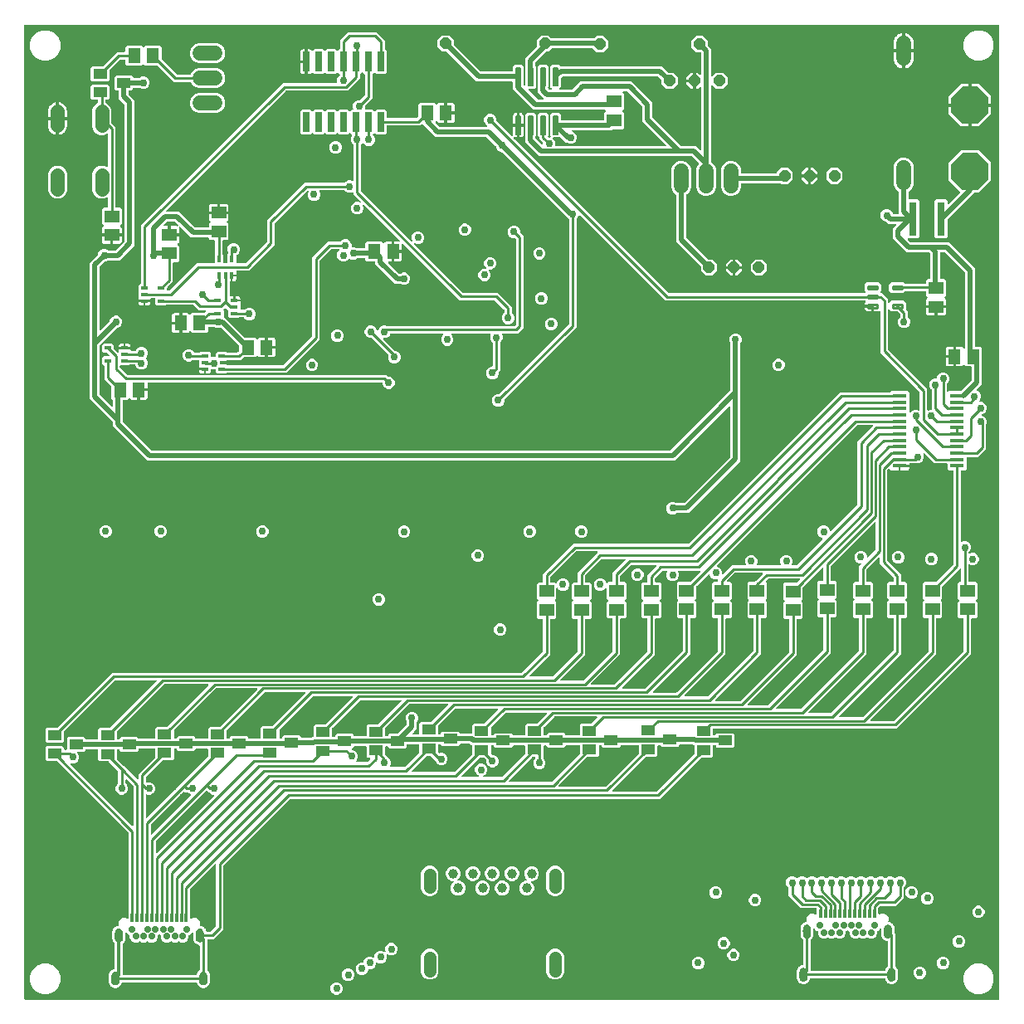
<source format=gbr>
G04 EAGLE Gerber RS-274X export*
G75*
%MOMM*%
%FSLAX34Y34*%
%LPD*%
%INTop Copper*%
%IPPOS*%
%AMOC8*
5,1,8,0,0,1.08239X$1,22.5*%
G01*
%ADD10P,1.231672X8X22.500000*%
%ADD11R,1.500000X1.300000*%
%ADD12R,1.300000X1.500000*%
%ADD13R,1.475000X0.450000*%
%ADD14R,0.700000X0.400000*%
%ADD15R,0.660400X2.032000*%
%ADD16R,0.400000X0.700000*%
%ADD17R,0.300000X0.900000*%
%ADD18C,0.700000*%
%ADD19C,0.800000*%
%ADD20R,1.400000X1.000000*%
%ADD21C,1.422400*%
%ADD22C,1.540000*%
%ADD23C,0.150000*%
%ADD24C,0.295000*%
%ADD25C,1.000000*%
%ADD26C,1.300000*%
%ADD27R,0.800000X3.500000*%
%ADD28C,1.564638*%
%ADD29P,4.123906X8X22.500000*%
%ADD30C,0.756400*%
%ADD31C,0.254000*%
%ADD32C,0.508000*%
%ADD33C,0.152400*%
%ADD34C,0.304800*%

G36*
X996718Y2544D02*
X996718Y2544D01*
X996737Y2542D01*
X996839Y2564D01*
X996941Y2580D01*
X996958Y2590D01*
X996978Y2594D01*
X997067Y2647D01*
X997158Y2696D01*
X997172Y2710D01*
X997189Y2720D01*
X997256Y2799D01*
X997328Y2874D01*
X997336Y2892D01*
X997349Y2907D01*
X997388Y3003D01*
X997431Y3097D01*
X997433Y3117D01*
X997441Y3135D01*
X997459Y3302D01*
X997459Y996698D01*
X997456Y996718D01*
X997458Y996737D01*
X997436Y996839D01*
X997420Y996941D01*
X997410Y996958D01*
X997406Y996978D01*
X997353Y997067D01*
X997304Y997158D01*
X997290Y997172D01*
X997280Y997189D01*
X997201Y997256D01*
X997126Y997328D01*
X997108Y997336D01*
X997093Y997349D01*
X996997Y997388D01*
X996903Y997431D01*
X996883Y997433D01*
X996865Y997441D01*
X996698Y997459D01*
X3302Y997459D01*
X3282Y997456D01*
X3263Y997458D01*
X3161Y997436D01*
X3059Y997420D01*
X3042Y997410D01*
X3022Y997406D01*
X2933Y997353D01*
X2842Y997304D01*
X2828Y997290D01*
X2811Y997280D01*
X2744Y997201D01*
X2672Y997126D01*
X2664Y997108D01*
X2651Y997093D01*
X2612Y996997D01*
X2569Y996903D01*
X2567Y996883D01*
X2559Y996865D01*
X2541Y996698D01*
X2541Y3302D01*
X2544Y3282D01*
X2542Y3263D01*
X2564Y3161D01*
X2580Y3059D01*
X2590Y3042D01*
X2594Y3022D01*
X2647Y2933D01*
X2696Y2842D01*
X2710Y2828D01*
X2720Y2811D01*
X2799Y2744D01*
X2874Y2672D01*
X2892Y2664D01*
X2907Y2651D01*
X3003Y2612D01*
X3097Y2569D01*
X3117Y2567D01*
X3135Y2559D01*
X3302Y2541D01*
X996698Y2541D01*
X996718Y2544D01*
G37*
%LPC*%
G36*
X184341Y14389D02*
X184341Y14389D01*
X184336Y14389D01*
X184330Y14394D01*
X184201Y14456D01*
X184187Y14463D01*
X184184Y14464D01*
X184179Y14466D01*
X183711Y14630D01*
X183709Y14630D01*
X183708Y14631D01*
X183545Y14668D01*
X183052Y14724D01*
X183008Y14721D01*
X182964Y14728D01*
X182880Y14719D01*
X182867Y14726D01*
X182862Y14727D01*
X182857Y14733D01*
X182744Y14823D01*
X182733Y14833D01*
X182730Y14834D01*
X182726Y14838D01*
X182306Y15102D01*
X182305Y15102D01*
X182304Y15103D01*
X182152Y15176D01*
X181684Y15339D01*
X181641Y15347D01*
X181600Y15363D01*
X181516Y15373D01*
X181504Y15383D01*
X181500Y15385D01*
X181496Y15392D01*
X181407Y15504D01*
X181398Y15517D01*
X181395Y15519D01*
X181392Y15523D01*
X181041Y15874D01*
X181040Y15875D01*
X181039Y15876D01*
X180908Y15980D01*
X180488Y16244D01*
X180447Y16261D01*
X180411Y16286D01*
X180331Y16314D01*
X180322Y16326D01*
X180318Y16329D01*
X180317Y16337D01*
X180254Y16466D01*
X180249Y16480D01*
X180246Y16483D01*
X180244Y16488D01*
X179980Y16908D01*
X179979Y16909D01*
X179979Y16910D01*
X179874Y17041D01*
X179523Y17392D01*
X179487Y17418D01*
X179457Y17450D01*
X179386Y17495D01*
X179380Y17509D01*
X179376Y17513D01*
X179377Y17521D01*
X179345Y17661D01*
X179342Y17676D01*
X179340Y17679D01*
X179339Y17684D01*
X179176Y18152D01*
X179175Y18154D01*
X179175Y18155D01*
X179102Y18306D01*
X178838Y18726D01*
X178809Y18759D01*
X178787Y18797D01*
X178727Y18857D01*
X178724Y18872D01*
X178722Y18877D01*
X178724Y18884D01*
X178724Y19028D01*
X178725Y19043D01*
X178724Y19046D01*
X178724Y19052D01*
X178668Y19545D01*
X178668Y19546D01*
X178668Y19547D01*
X178630Y19711D01*
X178606Y19779D01*
X178599Y19793D01*
X178596Y19808D01*
X178540Y19901D01*
X178488Y19995D01*
X178477Y20006D01*
X178469Y20019D01*
X178387Y20089D01*
X178308Y20163D01*
X178294Y20169D01*
X178282Y20179D01*
X178182Y20219D01*
X178084Y20264D01*
X178069Y20265D01*
X178054Y20271D01*
X177888Y20289D01*
X102512Y20289D01*
X102497Y20287D01*
X102482Y20289D01*
X102376Y20267D01*
X102270Y20250D01*
X102256Y20242D01*
X102241Y20239D01*
X102147Y20185D01*
X102052Y20134D01*
X102042Y20123D01*
X102028Y20116D01*
X101957Y20034D01*
X101883Y19956D01*
X101876Y19942D01*
X101866Y19931D01*
X101794Y19779D01*
X101770Y19711D01*
X101770Y19709D01*
X101769Y19708D01*
X101732Y19545D01*
X101676Y19052D01*
X101679Y19008D01*
X101672Y18964D01*
X101681Y18880D01*
X101674Y18867D01*
X101673Y18862D01*
X101667Y18857D01*
X101577Y18744D01*
X101567Y18733D01*
X101566Y18730D01*
X101562Y18726D01*
X101298Y18306D01*
X101298Y18305D01*
X101297Y18304D01*
X101224Y18152D01*
X101061Y17684D01*
X101053Y17641D01*
X101037Y17600D01*
X101027Y17516D01*
X101017Y17504D01*
X101015Y17500D01*
X101008Y17496D01*
X100896Y17407D01*
X100883Y17398D01*
X100881Y17395D01*
X100877Y17392D01*
X100526Y17041D01*
X100525Y17040D01*
X100524Y17039D01*
X100420Y16908D01*
X100156Y16488D01*
X100139Y16447D01*
X100114Y16411D01*
X100086Y16331D01*
X100074Y16322D01*
X100071Y16318D01*
X100063Y16317D01*
X99934Y16254D01*
X99920Y16249D01*
X99917Y16246D01*
X99912Y16244D01*
X99492Y15980D01*
X99491Y15979D01*
X99490Y15979D01*
X99359Y15874D01*
X99008Y15523D01*
X98982Y15487D01*
X98950Y15457D01*
X98905Y15386D01*
X98891Y15380D01*
X98887Y15376D01*
X98879Y15377D01*
X98739Y15345D01*
X98724Y15342D01*
X98721Y15340D01*
X98716Y15339D01*
X98248Y15176D01*
X98246Y15175D01*
X98245Y15175D01*
X98094Y15102D01*
X97674Y14838D01*
X97641Y14809D01*
X97603Y14787D01*
X97543Y14727D01*
X97528Y14724D01*
X97523Y14722D01*
X97516Y14724D01*
X97372Y14724D01*
X97357Y14725D01*
X97354Y14724D01*
X97348Y14724D01*
X96855Y14668D01*
X96854Y14668D01*
X96853Y14668D01*
X96689Y14630D01*
X96221Y14466D01*
X96182Y14445D01*
X96140Y14433D01*
X96069Y14387D01*
X96053Y14388D01*
X96048Y14387D01*
X96041Y14391D01*
X95901Y14422D01*
X95887Y14427D01*
X95883Y14427D01*
X95878Y14428D01*
X95385Y14483D01*
X95384Y14483D01*
X95383Y14484D01*
X95215Y14483D01*
X94722Y14428D01*
X94680Y14416D01*
X94635Y14413D01*
X94555Y14385D01*
X94541Y14389D01*
X94536Y14389D01*
X94530Y14394D01*
X94401Y14456D01*
X94387Y14463D01*
X94384Y14464D01*
X94379Y14466D01*
X93911Y14630D01*
X93909Y14630D01*
X93908Y14631D01*
X93745Y14668D01*
X93252Y14724D01*
X93208Y14721D01*
X93164Y14728D01*
X93080Y14719D01*
X93067Y14726D01*
X93062Y14727D01*
X93057Y14733D01*
X92944Y14823D01*
X92933Y14833D01*
X92930Y14834D01*
X92926Y14838D01*
X92506Y15102D01*
X92505Y15102D01*
X92504Y15103D01*
X92352Y15176D01*
X91884Y15339D01*
X91841Y15347D01*
X91800Y15363D01*
X91716Y15373D01*
X91704Y15383D01*
X91700Y15385D01*
X91696Y15392D01*
X91607Y15504D01*
X91598Y15517D01*
X91595Y15519D01*
X91592Y15523D01*
X91241Y15874D01*
X91240Y15875D01*
X91239Y15876D01*
X91108Y15980D01*
X90688Y16244D01*
X90647Y16261D01*
X90611Y16286D01*
X90531Y16314D01*
X90522Y16326D01*
X90518Y16329D01*
X90517Y16337D01*
X90454Y16466D01*
X90449Y16480D01*
X90446Y16483D01*
X90444Y16488D01*
X90180Y16908D01*
X90179Y16909D01*
X90179Y16910D01*
X90074Y17041D01*
X89723Y17392D01*
X89687Y17418D01*
X89657Y17450D01*
X89586Y17495D01*
X89580Y17509D01*
X89576Y17513D01*
X89577Y17521D01*
X89545Y17661D01*
X89542Y17676D01*
X89540Y17679D01*
X89539Y17684D01*
X89376Y18152D01*
X89375Y18154D01*
X89375Y18155D01*
X89302Y18306D01*
X89038Y18726D01*
X89009Y18759D01*
X88987Y18797D01*
X88927Y18857D01*
X88924Y18872D01*
X88922Y18877D01*
X88924Y18884D01*
X88924Y19028D01*
X88925Y19043D01*
X88924Y19046D01*
X88924Y19052D01*
X88868Y19545D01*
X88868Y19546D01*
X88868Y19547D01*
X88830Y19711D01*
X88783Y19847D01*
X88741Y19923D01*
X88707Y20003D01*
X88704Y20007D01*
X88704Y20015D01*
X88672Y20155D01*
X88670Y20170D01*
X88668Y20173D01*
X88667Y20178D01*
X88600Y20367D01*
X88634Y20436D01*
X88658Y20519D01*
X88691Y20600D01*
X88696Y20647D01*
X88703Y20672D01*
X88702Y20703D01*
X88709Y20767D01*
X88709Y20912D01*
X88705Y20940D01*
X88704Y20997D01*
X88604Y21890D01*
X88627Y21948D01*
X88663Y22013D01*
X88673Y22061D01*
X88691Y22106D01*
X88705Y22231D01*
X88709Y22255D01*
X88708Y22262D01*
X88709Y22273D01*
X88709Y25927D01*
X88701Y25975D01*
X88703Y26024D01*
X88682Y26096D01*
X88670Y26170D01*
X88647Y26213D01*
X88633Y26260D01*
X88603Y26306D01*
X88704Y27203D01*
X88703Y27232D01*
X88709Y27288D01*
X88709Y27433D01*
X88695Y27519D01*
X88690Y27605D01*
X88674Y27650D01*
X88670Y27676D01*
X88655Y27703D01*
X88634Y27764D01*
X88600Y27833D01*
X88667Y28022D01*
X88674Y28065D01*
X88691Y28106D01*
X88700Y28190D01*
X88710Y28202D01*
X88731Y28245D01*
X88746Y28266D01*
X88755Y28295D01*
X88783Y28353D01*
X88830Y28489D01*
X88830Y28491D01*
X88831Y28492D01*
X88868Y28655D01*
X88924Y29148D01*
X88921Y29192D01*
X88928Y29236D01*
X88919Y29320D01*
X88926Y29333D01*
X88927Y29338D01*
X88934Y29343D01*
X89023Y29455D01*
X89033Y29467D01*
X89034Y29470D01*
X89038Y29474D01*
X89302Y29894D01*
X89302Y29895D01*
X89303Y29896D01*
X89376Y30048D01*
X89539Y30516D01*
X89547Y30559D01*
X89563Y30600D01*
X89573Y30684D01*
X89583Y30696D01*
X89585Y30700D01*
X89592Y30704D01*
X89704Y30793D01*
X89717Y30802D01*
X89719Y30805D01*
X89723Y30808D01*
X90074Y31159D01*
X90075Y31160D01*
X90076Y31161D01*
X90180Y31292D01*
X90444Y31712D01*
X90461Y31753D01*
X90486Y31789D01*
X90514Y31869D01*
X90526Y31878D01*
X90529Y31882D01*
X90537Y31883D01*
X90666Y31946D01*
X90680Y31951D01*
X90683Y31954D01*
X90688Y31956D01*
X91108Y32220D01*
X91109Y32221D01*
X91110Y32221D01*
X91241Y32326D01*
X91592Y32677D01*
X91618Y32713D01*
X91650Y32743D01*
X91695Y32814D01*
X91709Y32820D01*
X91713Y32824D01*
X91721Y32823D01*
X91861Y32855D01*
X91876Y32858D01*
X91879Y32860D01*
X91884Y32861D01*
X92352Y33024D01*
X92354Y33025D01*
X92355Y33025D01*
X92506Y33098D01*
X92926Y33362D01*
X92959Y33391D01*
X92997Y33413D01*
X93057Y33473D01*
X93072Y33476D01*
X93077Y33478D01*
X93084Y33476D01*
X93228Y33476D01*
X93243Y33475D01*
X93246Y33476D01*
X93252Y33476D01*
X93745Y33532D01*
X93746Y33532D01*
X93747Y33532D01*
X93911Y33570D01*
X94325Y33715D01*
X94339Y33722D01*
X94354Y33725D01*
X94447Y33781D01*
X94541Y33833D01*
X94552Y33844D01*
X94565Y33852D01*
X94635Y33934D01*
X94709Y34013D01*
X94715Y34027D01*
X94725Y34039D01*
X94765Y34139D01*
X94810Y34237D01*
X94811Y34252D01*
X94817Y34267D01*
X94835Y34433D01*
X94835Y59479D01*
X94827Y59532D01*
X94828Y59585D01*
X94807Y59653D01*
X94796Y59722D01*
X94771Y59769D01*
X94755Y59820D01*
X94713Y59877D01*
X94680Y59939D01*
X94642Y59976D01*
X94610Y60019D01*
X94523Y60089D01*
X94502Y60109D01*
X94492Y60113D01*
X94479Y60124D01*
X94288Y60244D01*
X94247Y60261D01*
X94211Y60286D01*
X94131Y60314D01*
X94122Y60326D01*
X94118Y60329D01*
X94117Y60337D01*
X94054Y60466D01*
X94049Y60480D01*
X94046Y60483D01*
X94044Y60488D01*
X93780Y60908D01*
X93779Y60909D01*
X93779Y60910D01*
X93674Y61041D01*
X93323Y61392D01*
X93287Y61418D01*
X93257Y61450D01*
X93186Y61495D01*
X93180Y61509D01*
X93176Y61513D01*
X93177Y61521D01*
X93145Y61661D01*
X93142Y61676D01*
X93140Y61679D01*
X93139Y61684D01*
X92976Y62152D01*
X92975Y62154D01*
X92975Y62155D01*
X92954Y62197D01*
X92954Y62198D01*
X92953Y62201D01*
X92902Y62306D01*
X92638Y62726D01*
X92609Y62759D01*
X92587Y62797D01*
X92527Y62857D01*
X92524Y62872D01*
X92522Y62877D01*
X92524Y62884D01*
X92524Y63028D01*
X92525Y63043D01*
X92524Y63046D01*
X92524Y63052D01*
X92468Y63545D01*
X92468Y63546D01*
X92468Y63547D01*
X92430Y63711D01*
X92383Y63847D01*
X92341Y63923D01*
X92307Y64003D01*
X92304Y64007D01*
X92304Y64015D01*
X92272Y64155D01*
X92270Y64170D01*
X92268Y64173D01*
X92267Y64178D01*
X92200Y64367D01*
X92234Y64436D01*
X92258Y64519D01*
X92291Y64600D01*
X92296Y64647D01*
X92303Y64672D01*
X92302Y64703D01*
X92309Y64767D01*
X92309Y64912D01*
X92305Y64940D01*
X92304Y64997D01*
X92204Y65890D01*
X92227Y65948D01*
X92263Y66013D01*
X92273Y66061D01*
X92291Y66106D01*
X92305Y66231D01*
X92309Y66255D01*
X92308Y66262D01*
X92309Y66273D01*
X92309Y69927D01*
X92301Y69975D01*
X92303Y70024D01*
X92282Y70096D01*
X92270Y70170D01*
X92247Y70213D01*
X92233Y70260D01*
X92203Y70306D01*
X92304Y71203D01*
X92303Y71232D01*
X92309Y71288D01*
X92309Y71433D01*
X92295Y71519D01*
X92290Y71605D01*
X92274Y71650D01*
X92270Y71676D01*
X92255Y71703D01*
X92234Y71764D01*
X92200Y71833D01*
X92267Y72022D01*
X92274Y72065D01*
X92291Y72106D01*
X92300Y72190D01*
X92310Y72202D01*
X92331Y72245D01*
X92346Y72266D01*
X92355Y72295D01*
X92383Y72353D01*
X92430Y72489D01*
X92430Y72491D01*
X92431Y72492D01*
X92468Y72655D01*
X92524Y73148D01*
X92521Y73192D01*
X92528Y73236D01*
X92519Y73320D01*
X92526Y73333D01*
X92527Y73338D01*
X92533Y73343D01*
X92623Y73456D01*
X92633Y73467D01*
X92634Y73470D01*
X92638Y73474D01*
X92902Y73894D01*
X92902Y73895D01*
X92903Y73896D01*
X92976Y74048D01*
X93139Y74516D01*
X93147Y74559D01*
X93163Y74600D01*
X93173Y74684D01*
X93183Y74696D01*
X93185Y74700D01*
X93192Y74704D01*
X93304Y74793D01*
X93317Y74802D01*
X93319Y74805D01*
X93323Y74808D01*
X93674Y75159D01*
X93675Y75160D01*
X93676Y75161D01*
X93780Y75292D01*
X94044Y75712D01*
X94061Y75753D01*
X94086Y75789D01*
X94114Y75869D01*
X94126Y75878D01*
X94129Y75882D01*
X94137Y75883D01*
X94266Y75946D01*
X94280Y75951D01*
X94283Y75954D01*
X94288Y75956D01*
X94708Y76220D01*
X94709Y76221D01*
X94710Y76221D01*
X94841Y76326D01*
X95192Y76677D01*
X95218Y76713D01*
X95250Y76743D01*
X95295Y76814D01*
X95309Y76820D01*
X95313Y76824D01*
X95321Y76823D01*
X95461Y76855D01*
X95476Y76858D01*
X95479Y76860D01*
X95484Y76861D01*
X95952Y77024D01*
X95954Y77025D01*
X95955Y77025D01*
X96106Y77098D01*
X96526Y77362D01*
X96559Y77391D01*
X96597Y77413D01*
X96657Y77473D01*
X96672Y77476D01*
X96677Y77478D01*
X96684Y77476D01*
X96828Y77476D01*
X96843Y77475D01*
X96846Y77476D01*
X96852Y77476D01*
X97345Y77532D01*
X97346Y77532D01*
X97347Y77532D01*
X97511Y77570D01*
X97979Y77734D01*
X98018Y77755D01*
X98060Y77767D01*
X98181Y77844D01*
X98195Y77851D01*
X98197Y77854D01*
X98202Y77857D01*
X98370Y77991D01*
X98384Y78006D01*
X98431Y78039D01*
X98452Y78067D01*
X98479Y78090D01*
X98519Y78155D01*
X98535Y78174D01*
X98541Y78188D01*
X98577Y78236D01*
X98588Y78270D01*
X98607Y78300D01*
X98625Y78379D01*
X98633Y78399D01*
X98634Y78412D01*
X98654Y78470D01*
X98653Y78506D01*
X98661Y78540D01*
X98653Y78622D01*
X98655Y78644D01*
X98652Y78656D01*
X98651Y78716D01*
X98638Y78760D01*
X98636Y78785D01*
X98623Y78813D01*
X98604Y78877D01*
X98409Y79348D01*
X98409Y81652D01*
X99291Y83780D01*
X100920Y85409D01*
X103048Y86291D01*
X105352Y86291D01*
X107607Y85357D01*
X107651Y85346D01*
X107693Y85327D01*
X107770Y85318D01*
X107846Y85301D01*
X107892Y85305D01*
X107937Y85300D01*
X108014Y85316D01*
X108091Y85324D01*
X108133Y85342D01*
X108178Y85352D01*
X108245Y85392D01*
X108316Y85424D01*
X108350Y85455D01*
X108389Y85478D01*
X108440Y85537D01*
X108497Y85590D01*
X108519Y85630D01*
X108549Y85665D01*
X108578Y85737D01*
X108615Y85806D01*
X108624Y85851D01*
X108641Y85893D01*
X108656Y86029D01*
X108659Y86048D01*
X108658Y86053D01*
X108659Y86060D01*
X108659Y91652D01*
X108666Y91659D01*
X108719Y91733D01*
X108779Y91803D01*
X108791Y91833D01*
X108810Y91859D01*
X108837Y91946D01*
X108871Y92031D01*
X108875Y92072D01*
X108882Y92094D01*
X108881Y92126D01*
X108889Y92198D01*
X108889Y172406D01*
X108875Y172496D01*
X108867Y172587D01*
X108855Y172617D01*
X108850Y172649D01*
X108807Y172730D01*
X108771Y172814D01*
X108745Y172846D01*
X108734Y172866D01*
X108711Y172889D01*
X108666Y172944D01*
X35874Y245736D01*
X35801Y245789D01*
X35731Y245849D01*
X35701Y245861D01*
X35675Y245880D01*
X35588Y245907D01*
X35503Y245941D01*
X35462Y245945D01*
X35440Y245952D01*
X35407Y245951D01*
X35336Y245959D01*
X25448Y245959D01*
X23959Y247448D01*
X23959Y259552D01*
X25448Y261041D01*
X41552Y261041D01*
X43041Y259552D01*
X43041Y258072D01*
X43044Y258052D01*
X43042Y258033D01*
X43064Y257931D01*
X43080Y257829D01*
X43090Y257812D01*
X43094Y257792D01*
X43147Y257703D01*
X43196Y257612D01*
X43210Y257598D01*
X43220Y257581D01*
X43299Y257514D01*
X43374Y257442D01*
X43392Y257434D01*
X43407Y257421D01*
X43503Y257382D01*
X43597Y257339D01*
X43617Y257337D01*
X43635Y257329D01*
X43802Y257311D01*
X45198Y257311D01*
X45218Y257314D01*
X45237Y257312D01*
X45339Y257334D01*
X45441Y257350D01*
X45458Y257360D01*
X45478Y257364D01*
X45567Y257417D01*
X45658Y257466D01*
X45672Y257480D01*
X45689Y257490D01*
X45756Y257569D01*
X45828Y257644D01*
X45836Y257662D01*
X45849Y257677D01*
X45888Y257773D01*
X45931Y257867D01*
X45933Y257887D01*
X45941Y257905D01*
X45959Y258072D01*
X45959Y269052D01*
X47448Y270541D01*
X63552Y270541D01*
X65041Y269052D01*
X65041Y268842D01*
X65044Y268822D01*
X65042Y268803D01*
X65064Y268701D01*
X65080Y268599D01*
X65090Y268582D01*
X65094Y268562D01*
X65147Y268473D01*
X65196Y268382D01*
X65210Y268368D01*
X65220Y268351D01*
X65299Y268284D01*
X65374Y268212D01*
X65392Y268204D01*
X65407Y268191D01*
X65503Y268152D01*
X65597Y268109D01*
X65617Y268107D01*
X65635Y268099D01*
X65802Y268081D01*
X77198Y268081D01*
X77218Y268084D01*
X77237Y268082D01*
X77339Y268104D01*
X77441Y268120D01*
X77458Y268130D01*
X77478Y268134D01*
X77567Y268187D01*
X77658Y268236D01*
X77672Y268250D01*
X77689Y268260D01*
X77756Y268339D01*
X77828Y268414D01*
X77836Y268432D01*
X77849Y268447D01*
X77888Y268543D01*
X77931Y268637D01*
X77933Y268657D01*
X77941Y268675D01*
X77959Y268842D01*
X77959Y278252D01*
X79448Y279741D01*
X89336Y279741D01*
X89426Y279755D01*
X89517Y279763D01*
X89547Y279775D01*
X89579Y279780D01*
X89660Y279823D01*
X89744Y279859D01*
X89776Y279885D01*
X89796Y279896D01*
X89819Y279919D01*
X89875Y279964D01*
X137185Y327274D01*
X137226Y327332D01*
X137276Y327384D01*
X137298Y327431D01*
X137328Y327473D01*
X137349Y327542D01*
X137379Y327607D01*
X137385Y327659D01*
X137400Y327709D01*
X137399Y327780D01*
X137406Y327851D01*
X137395Y327902D01*
X137394Y327954D01*
X137369Y328022D01*
X137354Y328092D01*
X137328Y328136D01*
X137310Y328185D01*
X137265Y328241D01*
X137228Y328303D01*
X137188Y328337D01*
X137156Y328377D01*
X137096Y328416D01*
X137041Y328463D01*
X136993Y328482D01*
X136949Y328510D01*
X136880Y328528D01*
X136813Y328555D01*
X136742Y328563D01*
X136710Y328571D01*
X136687Y328569D01*
X136646Y328573D01*
X95278Y328573D01*
X95188Y328559D01*
X95097Y328551D01*
X95067Y328539D01*
X95035Y328534D01*
X94954Y328491D01*
X94870Y328455D01*
X94838Y328429D01*
X94818Y328418D01*
X94795Y328395D01*
X94740Y328350D01*
X43264Y276874D01*
X43211Y276801D01*
X43151Y276731D01*
X43139Y276701D01*
X43120Y276675D01*
X43093Y276588D01*
X43059Y276503D01*
X43055Y276462D01*
X43048Y276440D01*
X43049Y276407D01*
X43041Y276336D01*
X43041Y266448D01*
X41552Y264959D01*
X25448Y264959D01*
X23959Y266448D01*
X23959Y278552D01*
X25448Y280041D01*
X35336Y280041D01*
X35426Y280055D01*
X35517Y280063D01*
X35547Y280075D01*
X35579Y280080D01*
X35660Y280123D01*
X35744Y280159D01*
X35776Y280185D01*
X35796Y280196D01*
X35819Y280219D01*
X35874Y280264D01*
X91806Y336195D01*
X509590Y336195D01*
X509680Y336209D01*
X509771Y336217D01*
X509801Y336229D01*
X509833Y336234D01*
X509914Y336277D01*
X509998Y336313D01*
X510030Y336339D01*
X510050Y336350D01*
X510073Y336373D01*
X510128Y336418D01*
X531266Y357556D01*
X531319Y357629D01*
X531379Y357699D01*
X531391Y357729D01*
X531410Y357755D01*
X531437Y357842D01*
X531471Y357927D01*
X531475Y357968D01*
X531482Y357990D01*
X531481Y358023D01*
X531489Y358094D01*
X531489Y390398D01*
X531486Y390418D01*
X531488Y390437D01*
X531466Y390539D01*
X531450Y390641D01*
X531440Y390658D01*
X531436Y390678D01*
X531383Y390767D01*
X531334Y390858D01*
X531320Y390872D01*
X531310Y390889D01*
X531231Y390956D01*
X531156Y391028D01*
X531138Y391036D01*
X531123Y391049D01*
X531027Y391088D01*
X530933Y391131D01*
X530913Y391133D01*
X530895Y391141D01*
X530728Y391159D01*
X526748Y391159D01*
X525259Y392648D01*
X525259Y407752D01*
X526669Y409162D01*
X526680Y409178D01*
X526696Y409190D01*
X526752Y409278D01*
X526812Y409361D01*
X526818Y409380D01*
X526829Y409397D01*
X526854Y409498D01*
X526884Y409597D01*
X526884Y409616D01*
X526889Y409636D01*
X526881Y409739D01*
X526878Y409842D01*
X526871Y409861D01*
X526870Y409881D01*
X526829Y409976D01*
X526794Y410073D01*
X526781Y410089D01*
X526773Y410107D01*
X526669Y410238D01*
X525259Y411648D01*
X525259Y426752D01*
X526748Y428241D01*
X530728Y428241D01*
X530748Y428244D01*
X530767Y428242D01*
X530869Y428264D01*
X530971Y428280D01*
X530988Y428290D01*
X531008Y428294D01*
X531097Y428347D01*
X531188Y428396D01*
X531202Y428410D01*
X531219Y428420D01*
X531286Y428499D01*
X531358Y428574D01*
X531366Y428592D01*
X531379Y428607D01*
X531418Y428703D01*
X531461Y428797D01*
X531463Y428817D01*
X531471Y428835D01*
X531489Y429002D01*
X531489Y436878D01*
X562422Y467811D01*
X679556Y467811D01*
X679646Y467825D01*
X679737Y467833D01*
X679767Y467845D01*
X679799Y467850D01*
X679880Y467893D01*
X679964Y467929D01*
X679996Y467955D01*
X680016Y467966D01*
X680039Y467989D01*
X680094Y468034D01*
X834422Y622361D01*
X885697Y622361D01*
X885787Y622375D01*
X885878Y622383D01*
X885908Y622395D01*
X885940Y622400D01*
X886021Y622443D01*
X886105Y622479D01*
X886137Y622505D01*
X886157Y622516D01*
X886180Y622539D01*
X886236Y622584D01*
X886993Y623341D01*
X903847Y623341D01*
X905336Y621852D01*
X905336Y602115D01*
X905347Y602045D01*
X905349Y601973D01*
X905367Y601924D01*
X905375Y601872D01*
X905409Y601809D01*
X905434Y601742D01*
X905466Y601701D01*
X905491Y601655D01*
X905543Y601606D01*
X905587Y601550D01*
X905631Y601522D01*
X905669Y601486D01*
X905734Y601456D01*
X905794Y601417D01*
X905845Y601404D01*
X905892Y601382D01*
X905963Y601374D01*
X906033Y601357D01*
X906085Y601361D01*
X906136Y601355D01*
X906207Y601370D01*
X906278Y601376D01*
X906326Y601396D01*
X906377Y601407D01*
X906438Y601444D01*
X906504Y601472D01*
X906560Y601517D01*
X906588Y601533D01*
X906603Y601551D01*
X906635Y601577D01*
X908418Y603360D01*
X910742Y604323D01*
X913258Y604323D01*
X915137Y603544D01*
X915181Y603534D01*
X915223Y603515D01*
X915300Y603506D01*
X915376Y603488D01*
X915422Y603493D01*
X915467Y603487D01*
X915544Y603504D01*
X915621Y603511D01*
X915663Y603530D01*
X915708Y603540D01*
X915775Y603580D01*
X915846Y603611D01*
X915880Y603642D01*
X915919Y603666D01*
X915970Y603725D01*
X916027Y603778D01*
X916049Y603818D01*
X916079Y603853D01*
X916108Y603925D01*
X916145Y603993D01*
X916154Y604038D01*
X916171Y604081D01*
X916186Y604217D01*
X916189Y604235D01*
X916188Y604240D01*
X916189Y604248D01*
X916189Y622106D01*
X916175Y622196D01*
X916167Y622287D01*
X916155Y622317D01*
X916150Y622349D01*
X916107Y622430D01*
X916071Y622514D01*
X916045Y622546D01*
X916034Y622566D01*
X916011Y622589D01*
X915966Y622644D01*
X876189Y662422D01*
X876189Y704770D01*
X876174Y704864D01*
X876165Y704959D01*
X876154Y704985D01*
X876150Y705012D01*
X876105Y705097D01*
X876067Y705184D01*
X876048Y705205D01*
X876034Y705230D01*
X875965Y705295D01*
X875901Y705366D01*
X875877Y705380D01*
X875856Y705399D01*
X875770Y705439D01*
X875686Y705486D01*
X875659Y705491D01*
X875633Y705503D01*
X875538Y705513D01*
X875445Y705531D01*
X875417Y705527D01*
X875389Y705530D01*
X875295Y705510D01*
X875201Y705496D01*
X875169Y705482D01*
X875148Y705478D01*
X875120Y705461D01*
X875047Y705429D01*
X874275Y704983D01*
X873254Y704709D01*
X869624Y704709D01*
X869624Y709487D01*
X869621Y709506D01*
X869623Y709526D01*
X869601Y709628D01*
X869585Y709730D01*
X869575Y709747D01*
X869571Y709767D01*
X869518Y709856D01*
X869469Y709947D01*
X869455Y709961D01*
X869445Y709978D01*
X869366Y710045D01*
X869291Y710116D01*
X869273Y710125D01*
X869258Y710138D01*
X869162Y710176D01*
X869068Y710220D01*
X869048Y710222D01*
X869030Y710230D01*
X868863Y710248D01*
X868198Y710248D01*
X868198Y710913D01*
X868195Y710933D01*
X868197Y710952D01*
X868175Y711054D01*
X868158Y711156D01*
X868149Y711173D01*
X868145Y711193D01*
X868092Y711282D01*
X868043Y711373D01*
X868029Y711387D01*
X868019Y711404D01*
X867940Y711471D01*
X867865Y711543D01*
X867847Y711551D01*
X867832Y711564D01*
X867735Y711603D01*
X867642Y711646D01*
X867622Y711648D01*
X867604Y711656D01*
X867437Y711674D01*
X859559Y711674D01*
X859559Y712204D01*
X859833Y713225D01*
X860362Y714141D01*
X860633Y714412D01*
X860644Y714428D01*
X860660Y714440D01*
X860716Y714528D01*
X860776Y714611D01*
X860782Y714630D01*
X860793Y714647D01*
X860818Y714748D01*
X860849Y714847D01*
X860848Y714866D01*
X860853Y714886D01*
X860845Y714989D01*
X860842Y715092D01*
X860835Y715111D01*
X860834Y715131D01*
X860793Y715226D01*
X860758Y715323D01*
X860745Y715339D01*
X860737Y715357D01*
X860633Y715488D01*
X860455Y715666D01*
X860381Y715719D01*
X860311Y715779D01*
X860281Y715791D01*
X860255Y715810D01*
X860168Y715837D01*
X860083Y715871D01*
X860042Y715875D01*
X860020Y715882D01*
X859988Y715881D01*
X859916Y715889D01*
X656722Y715889D01*
X569581Y803030D01*
X569544Y803056D01*
X569513Y803090D01*
X569444Y803128D01*
X569381Y803173D01*
X569338Y803187D01*
X569297Y803209D01*
X569221Y803223D01*
X569146Y803246D01*
X569100Y803244D01*
X569055Y803253D01*
X568978Y803241D01*
X568900Y803239D01*
X568857Y803223D01*
X568812Y803217D01*
X568743Y803182D01*
X568669Y803155D01*
X568634Y803126D01*
X568593Y803105D01*
X568538Y803050D01*
X568477Y803001D01*
X568453Y802963D01*
X568420Y802930D01*
X568354Y802810D01*
X568344Y802794D01*
X568343Y802789D01*
X568339Y802783D01*
X567360Y800418D01*
X566034Y799092D01*
X565981Y799018D01*
X565921Y798949D01*
X565909Y798918D01*
X565890Y798892D01*
X565863Y798805D01*
X565829Y798720D01*
X565825Y798679D01*
X565818Y798657D01*
X565819Y798625D01*
X565811Y798554D01*
X565811Y688422D01*
X492546Y615156D01*
X492493Y615083D01*
X492433Y615013D01*
X492421Y614983D01*
X492402Y614957D01*
X492375Y614870D01*
X492341Y614785D01*
X492337Y614744D01*
X492330Y614722D01*
X492331Y614689D01*
X492323Y614618D01*
X492323Y612742D01*
X491360Y610418D01*
X489582Y608640D01*
X487258Y607677D01*
X484742Y607677D01*
X482418Y608640D01*
X480640Y610418D01*
X479677Y612742D01*
X479677Y615258D01*
X480640Y617582D01*
X482418Y619360D01*
X484742Y620323D01*
X486618Y620323D01*
X486708Y620337D01*
X486799Y620345D01*
X486829Y620357D01*
X486861Y620362D01*
X486942Y620405D01*
X487026Y620441D01*
X487058Y620467D01*
X487078Y620478D01*
X487101Y620501D01*
X487156Y620546D01*
X557966Y691356D01*
X558019Y691429D01*
X558079Y691499D01*
X558091Y691529D01*
X558110Y691555D01*
X558137Y691642D01*
X558171Y691727D01*
X558175Y691768D01*
X558182Y691790D01*
X558181Y691823D01*
X558189Y691894D01*
X558189Y798310D01*
X558175Y798400D01*
X558167Y798491D01*
X558155Y798521D01*
X558150Y798553D01*
X558107Y798634D01*
X558071Y798718D01*
X558045Y798750D01*
X558034Y798770D01*
X558011Y798792D01*
X557966Y798848D01*
X554696Y802118D01*
X489360Y867454D01*
X489287Y867507D01*
X489217Y867567D01*
X489187Y867579D01*
X489161Y867598D01*
X489074Y867625D01*
X488989Y867659D01*
X488948Y867663D01*
X488926Y867670D01*
X488893Y867669D01*
X488822Y867677D01*
X488742Y867677D01*
X486418Y868640D01*
X484640Y870418D01*
X483677Y872742D01*
X483677Y872822D01*
X483663Y872912D01*
X483655Y873003D01*
X483643Y873033D01*
X483638Y873065D01*
X483595Y873146D01*
X483559Y873230D01*
X483533Y873262D01*
X483522Y873282D01*
X483499Y873305D01*
X483454Y873360D01*
X474118Y882696D01*
X474045Y882749D01*
X473975Y882809D01*
X473945Y882821D01*
X473919Y882840D01*
X473832Y882867D01*
X473747Y882901D01*
X473706Y882905D01*
X473684Y882912D01*
X473651Y882911D01*
X473580Y882919D01*
X421895Y882919D01*
X418696Y886118D01*
X408740Y896075D01*
X408724Y896086D01*
X408712Y896102D01*
X408624Y896158D01*
X408541Y896218D01*
X408522Y896224D01*
X408505Y896235D01*
X408404Y896260D01*
X408305Y896290D01*
X408286Y896290D01*
X408266Y896295D01*
X408163Y896287D01*
X408060Y896284D01*
X408041Y896277D01*
X408021Y896276D01*
X407926Y896235D01*
X407829Y896200D01*
X407813Y896187D01*
X407795Y896179D01*
X407664Y896075D01*
X405844Y894255D01*
X372904Y894255D01*
X372884Y894252D01*
X372865Y894254D01*
X372763Y894232D01*
X372661Y894216D01*
X372644Y894206D01*
X372624Y894202D01*
X372535Y894149D01*
X372444Y894100D01*
X372430Y894086D01*
X372413Y894076D01*
X372346Y893997D01*
X372274Y893922D01*
X372266Y893904D01*
X372253Y893889D01*
X372214Y893793D01*
X372171Y893699D01*
X372169Y893679D01*
X372161Y893661D01*
X372143Y893494D01*
X372143Y886854D01*
X370654Y885365D01*
X361946Y885365D01*
X360488Y886823D01*
X360472Y886834D01*
X360460Y886850D01*
X360372Y886906D01*
X360289Y886966D01*
X360270Y886972D01*
X360253Y886983D01*
X360152Y887008D01*
X360053Y887038D01*
X360034Y887038D01*
X360014Y887043D01*
X359911Y887035D01*
X359808Y887032D01*
X359789Y887025D01*
X359769Y887024D01*
X359674Y886983D01*
X359577Y886948D01*
X359561Y886935D01*
X359543Y886927D01*
X359412Y886823D01*
X358304Y885715D01*
X358292Y885698D01*
X358277Y885686D01*
X358220Y885599D01*
X358160Y885515D01*
X358154Y885496D01*
X358144Y885479D01*
X358118Y885379D01*
X358088Y885280D01*
X358088Y885260D01*
X358083Y885240D01*
X358091Y885138D01*
X358094Y885034D01*
X358101Y885015D01*
X358103Y884995D01*
X358143Y884900D01*
X358179Y884803D01*
X358191Y884787D01*
X358199Y884769D01*
X358304Y884638D01*
X359360Y883582D01*
X360323Y881258D01*
X360323Y878742D01*
X359360Y876418D01*
X357582Y874640D01*
X355258Y873677D01*
X352742Y873677D01*
X350418Y874640D01*
X348538Y876520D01*
X348522Y876532D01*
X348510Y876547D01*
X348422Y876603D01*
X348339Y876664D01*
X348320Y876669D01*
X348303Y876680D01*
X348202Y876705D01*
X348103Y876736D01*
X348084Y876735D01*
X348064Y876740D01*
X347961Y876732D01*
X347858Y876730D01*
X347839Y876723D01*
X347819Y876721D01*
X347724Y876681D01*
X347627Y876645D01*
X347611Y876633D01*
X347593Y876625D01*
X347462Y876520D01*
X346034Y875092D01*
X345981Y875018D01*
X345921Y874949D01*
X345909Y874918D01*
X345890Y874892D01*
X345863Y874805D01*
X345829Y874720D01*
X345825Y874679D01*
X345818Y874657D01*
X345819Y874625D01*
X345811Y874554D01*
X345811Y827894D01*
X345825Y827804D01*
X345833Y827713D01*
X345845Y827683D01*
X345850Y827651D01*
X345893Y827570D01*
X345929Y827486D01*
X345955Y827454D01*
X345966Y827434D01*
X345989Y827411D01*
X346034Y827356D01*
X397114Y776275D01*
X397193Y776218D01*
X397268Y776156D01*
X397293Y776147D01*
X397314Y776132D01*
X397407Y776103D01*
X397498Y776068D01*
X397524Y776067D01*
X397549Y776059D01*
X397646Y776062D01*
X397743Y776058D01*
X397769Y776065D01*
X397795Y776066D01*
X397886Y776099D01*
X397980Y776126D01*
X398001Y776141D01*
X398026Y776150D01*
X398102Y776211D01*
X398182Y776267D01*
X398197Y776288D01*
X398218Y776304D01*
X398270Y776386D01*
X398328Y776464D01*
X398337Y776489D01*
X398351Y776511D01*
X398374Y776605D01*
X398405Y776698D01*
X398404Y776724D01*
X398411Y776749D01*
X398403Y776846D01*
X398402Y776944D01*
X398393Y776975D01*
X398392Y776995D01*
X398379Y777025D01*
X398356Y777105D01*
X397677Y778742D01*
X397677Y781258D01*
X398640Y783582D01*
X400418Y785360D01*
X402742Y786323D01*
X405258Y786323D01*
X407582Y785360D01*
X409360Y783582D01*
X410323Y781258D01*
X410323Y778742D01*
X409360Y776418D01*
X407582Y774640D01*
X405258Y773677D01*
X402742Y773677D01*
X401105Y774356D01*
X401010Y774378D01*
X400917Y774406D01*
X400891Y774406D01*
X400865Y774412D01*
X400769Y774403D01*
X400671Y774400D01*
X400647Y774391D01*
X400620Y774389D01*
X400531Y774349D01*
X400440Y774316D01*
X400420Y774299D01*
X400396Y774289D01*
X400324Y774223D01*
X400248Y774162D01*
X400234Y774140D01*
X400215Y774122D01*
X400168Y774037D01*
X400115Y773955D01*
X400109Y773930D01*
X400096Y773907D01*
X400079Y773811D01*
X400055Y773716D01*
X400057Y773690D01*
X400052Y773665D01*
X400067Y773568D01*
X400074Y773471D01*
X400084Y773447D01*
X400088Y773421D01*
X400132Y773334D01*
X400170Y773245D01*
X400191Y773220D01*
X400200Y773202D01*
X400223Y773179D01*
X400275Y773114D01*
X449356Y724034D01*
X449429Y723981D01*
X449499Y723921D01*
X449529Y723909D01*
X449555Y723890D01*
X449642Y723863D01*
X449727Y723829D01*
X449768Y723825D01*
X449790Y723818D01*
X449823Y723819D01*
X449894Y723811D01*
X485578Y723811D01*
X499811Y709578D01*
X499811Y703446D01*
X499825Y703356D01*
X499833Y703265D01*
X499845Y703236D01*
X499850Y703204D01*
X499893Y703123D01*
X499929Y703039D01*
X499955Y703007D01*
X499966Y702986D01*
X499989Y702964D01*
X500034Y702908D01*
X501360Y701582D01*
X502323Y699258D01*
X502323Y696742D01*
X501360Y694418D01*
X499582Y692640D01*
X497258Y691677D01*
X494742Y691677D01*
X492418Y692640D01*
X490640Y694418D01*
X489677Y696742D01*
X489677Y699258D01*
X490640Y701582D01*
X491966Y702908D01*
X492019Y702982D01*
X492079Y703051D01*
X492091Y703082D01*
X492110Y703108D01*
X492137Y703195D01*
X492171Y703280D01*
X492175Y703321D01*
X492182Y703343D01*
X492181Y703375D01*
X492189Y703446D01*
X492189Y706106D01*
X492175Y706196D01*
X492167Y706287D01*
X492155Y706317D01*
X492150Y706349D01*
X492107Y706430D01*
X492071Y706514D01*
X492045Y706546D01*
X492034Y706566D01*
X492011Y706589D01*
X491966Y706644D01*
X482644Y715966D01*
X482571Y716019D01*
X482501Y716079D01*
X482471Y716091D01*
X482445Y716110D01*
X482358Y716137D01*
X482273Y716171D01*
X482232Y716175D01*
X482210Y716182D01*
X482177Y716181D01*
X482106Y716189D01*
X446422Y716189D01*
X443966Y718644D01*
X388940Y773671D01*
X388882Y773712D01*
X388830Y773762D01*
X388783Y773784D01*
X388741Y773814D01*
X388672Y773835D01*
X388607Y773865D01*
X388555Y773871D01*
X388505Y773886D01*
X388434Y773885D01*
X388363Y773892D01*
X388312Y773881D01*
X388260Y773880D01*
X388192Y773855D01*
X388122Y773840D01*
X388077Y773814D01*
X388029Y773796D01*
X387973Y773751D01*
X387911Y773714D01*
X387877Y773674D01*
X387837Y773642D01*
X387798Y773582D01*
X387751Y773527D01*
X387732Y773479D01*
X387704Y773435D01*
X387686Y773366D01*
X387659Y773299D01*
X387651Y773228D01*
X387643Y773196D01*
X387645Y773173D01*
X387641Y773132D01*
X387641Y767323D01*
X380123Y767323D01*
X380123Y775841D01*
X384932Y775841D01*
X385003Y775852D01*
X385075Y775854D01*
X385124Y775872D01*
X385175Y775880D01*
X385238Y775914D01*
X385306Y775939D01*
X385346Y775971D01*
X385392Y775996D01*
X385442Y776047D01*
X385498Y776092D01*
X385526Y776136D01*
X385562Y776174D01*
X385592Y776239D01*
X385631Y776299D01*
X385643Y776350D01*
X385665Y776397D01*
X385673Y776468D01*
X385691Y776538D01*
X385687Y776590D01*
X385692Y776641D01*
X385677Y776712D01*
X385672Y776783D01*
X385651Y776831D01*
X385640Y776882D01*
X385603Y776943D01*
X385575Y777009D01*
X385531Y777065D01*
X385514Y777093D01*
X385496Y777108D01*
X385471Y777140D01*
X348886Y813725D01*
X348807Y813782D01*
X348732Y813844D01*
X348707Y813853D01*
X348686Y813868D01*
X348593Y813897D01*
X348502Y813932D01*
X348476Y813933D01*
X348451Y813941D01*
X348354Y813938D01*
X348257Y813942D01*
X348231Y813935D01*
X348205Y813934D01*
X348114Y813901D01*
X348020Y813874D01*
X347999Y813859D01*
X347974Y813850D01*
X347898Y813789D01*
X347818Y813733D01*
X347803Y813712D01*
X347782Y813696D01*
X347730Y813614D01*
X347672Y813536D01*
X347663Y813511D01*
X347649Y813489D01*
X347626Y813395D01*
X347595Y813302D01*
X347596Y813276D01*
X347589Y813251D01*
X347597Y813154D01*
X347598Y813056D01*
X347607Y813025D01*
X347608Y813005D01*
X347621Y812975D01*
X347644Y812895D01*
X348323Y811258D01*
X348323Y808742D01*
X347360Y806418D01*
X345582Y804640D01*
X343258Y803677D01*
X340742Y803677D01*
X338418Y804640D01*
X336640Y806418D01*
X335677Y808742D01*
X335677Y811258D01*
X336640Y813582D01*
X338418Y815360D01*
X340742Y816323D01*
X343258Y816323D01*
X344895Y815644D01*
X344990Y815622D01*
X345083Y815594D01*
X345109Y815594D01*
X345135Y815588D01*
X345231Y815597D01*
X345329Y815600D01*
X345353Y815609D01*
X345380Y815611D01*
X345469Y815651D01*
X345560Y815684D01*
X345580Y815701D01*
X345604Y815711D01*
X345676Y815777D01*
X345752Y815838D01*
X345766Y815860D01*
X345785Y815878D01*
X345832Y815963D01*
X345885Y816045D01*
X345891Y816070D01*
X345904Y816093D01*
X345921Y816189D01*
X345945Y816284D01*
X345943Y816310D01*
X345948Y816335D01*
X345933Y816432D01*
X345926Y816529D01*
X345916Y816553D01*
X345912Y816579D01*
X345868Y816666D01*
X345830Y816755D01*
X345809Y816780D01*
X345800Y816798D01*
X345777Y816821D01*
X345725Y816886D01*
X338189Y824422D01*
X338189Y825752D01*
X338182Y825798D01*
X338184Y825843D01*
X338162Y825918D01*
X338150Y825995D01*
X338128Y826036D01*
X338115Y826080D01*
X338071Y826144D01*
X338034Y826212D01*
X338001Y826244D01*
X337975Y826282D01*
X337913Y826328D01*
X337856Y826382D01*
X337814Y826401D01*
X337778Y826429D01*
X337704Y826453D01*
X337633Y826485D01*
X337587Y826490D01*
X337544Y826505D01*
X337466Y826504D01*
X337389Y826513D01*
X337344Y826503D01*
X337298Y826502D01*
X337166Y826464D01*
X337148Y826460D01*
X337144Y826458D01*
X337137Y826456D01*
X335258Y825677D01*
X332742Y825677D01*
X330418Y826640D01*
X329092Y827966D01*
X329018Y828019D01*
X328949Y828079D01*
X328918Y828091D01*
X328892Y828110D01*
X328805Y828137D01*
X328720Y828171D01*
X328679Y828175D01*
X328657Y828182D01*
X328625Y828181D01*
X328554Y828189D01*
X304248Y828189D01*
X304202Y828182D01*
X304157Y828184D01*
X304082Y828162D01*
X304005Y828150D01*
X303964Y828128D01*
X303920Y828115D01*
X303856Y828071D01*
X303788Y828034D01*
X303756Y828001D01*
X303718Y827975D01*
X303672Y827913D01*
X303618Y827856D01*
X303599Y827814D01*
X303571Y827778D01*
X303547Y827704D01*
X303515Y827633D01*
X303510Y827587D01*
X303495Y827544D01*
X303496Y827466D01*
X303487Y827389D01*
X303497Y827344D01*
X303498Y827298D01*
X303536Y827166D01*
X303540Y827148D01*
X303542Y827144D01*
X303544Y827137D01*
X304323Y825258D01*
X304323Y822742D01*
X303360Y820418D01*
X301582Y818640D01*
X299258Y817677D01*
X296742Y817677D01*
X294418Y818640D01*
X292640Y820418D01*
X291677Y822742D01*
X291677Y825258D01*
X292356Y826895D01*
X292378Y826990D01*
X292406Y827083D01*
X292406Y827109D01*
X292412Y827135D01*
X292403Y827231D01*
X292400Y827329D01*
X292391Y827353D01*
X292389Y827380D01*
X292349Y827469D01*
X292316Y827560D01*
X292299Y827580D01*
X292289Y827604D01*
X292223Y827676D01*
X292162Y827752D01*
X292140Y827766D01*
X292122Y827785D01*
X292037Y827832D01*
X291955Y827885D01*
X291930Y827891D01*
X291907Y827904D01*
X291811Y827921D01*
X291716Y827945D01*
X291690Y827943D01*
X291665Y827948D01*
X291568Y827933D01*
X291471Y827926D01*
X291447Y827916D01*
X291421Y827912D01*
X291334Y827868D01*
X291245Y827830D01*
X291220Y827809D01*
X291202Y827800D01*
X291179Y827777D01*
X291114Y827725D01*
X258034Y794644D01*
X257981Y794571D01*
X257921Y794501D01*
X257909Y794471D01*
X257890Y794445D01*
X257863Y794358D01*
X257829Y794273D01*
X257825Y794232D01*
X257818Y794210D01*
X257819Y794177D01*
X257811Y794106D01*
X257811Y772422D01*
X231578Y746189D01*
X219323Y746189D01*
X219207Y746170D01*
X219088Y746152D01*
X219085Y746150D01*
X219081Y746150D01*
X218976Y746094D01*
X218870Y746039D01*
X218867Y746036D01*
X218863Y746034D01*
X218782Y745949D01*
X218699Y745863D01*
X218697Y745859D01*
X218694Y745856D01*
X218644Y745749D01*
X218593Y745641D01*
X218592Y745637D01*
X218590Y745633D01*
X218577Y745517D01*
X218563Y745397D01*
X218564Y745392D01*
X218563Y745389D01*
X218566Y745375D01*
X218588Y745231D01*
X218641Y745034D01*
X218641Y742199D01*
X214338Y742199D01*
X214319Y742196D01*
X214299Y742198D01*
X214197Y742176D01*
X214095Y742160D01*
X214078Y742150D01*
X214058Y742146D01*
X213969Y742093D01*
X213878Y742044D01*
X213864Y742030D01*
X213847Y742020D01*
X213780Y741941D01*
X213709Y741866D01*
X213700Y741848D01*
X213687Y741833D01*
X213649Y741737D01*
X213624Y741684D01*
X213619Y741683D01*
X213602Y741674D01*
X213582Y741670D01*
X213493Y741617D01*
X213402Y741568D01*
X213388Y741554D01*
X213371Y741544D01*
X213304Y741465D01*
X213232Y741390D01*
X213224Y741372D01*
X213211Y741357D01*
X213172Y741260D01*
X213129Y741167D01*
X213127Y741147D01*
X213119Y741129D01*
X213101Y740962D01*
X213101Y735159D01*
X212572Y735159D01*
X212552Y735156D01*
X212533Y735158D01*
X212431Y735136D01*
X212329Y735120D01*
X212312Y735110D01*
X212292Y735106D01*
X212203Y735053D01*
X212112Y735004D01*
X212098Y734990D01*
X212081Y734980D01*
X212014Y734901D01*
X211942Y734826D01*
X211934Y734808D01*
X211921Y734793D01*
X211882Y734697D01*
X211839Y734603D01*
X211837Y734583D01*
X211829Y734565D01*
X211811Y734398D01*
X211811Y720923D01*
X211830Y720807D01*
X211848Y720688D01*
X211850Y720685D01*
X211850Y720681D01*
X211906Y720576D01*
X211961Y720470D01*
X211964Y720467D01*
X211966Y720463D01*
X212051Y720382D01*
X212137Y720299D01*
X212141Y720297D01*
X212144Y720294D01*
X212251Y720244D01*
X212359Y720193D01*
X212363Y720192D01*
X212367Y720190D01*
X212483Y720177D01*
X212603Y720163D01*
X212608Y720164D01*
X212611Y720163D01*
X212625Y720166D01*
X212769Y720188D01*
X212966Y720241D01*
X215801Y720241D01*
X215801Y715938D01*
X215804Y715919D01*
X215802Y715899D01*
X215824Y715797D01*
X215840Y715695D01*
X215850Y715678D01*
X215854Y715658D01*
X215907Y715569D01*
X215956Y715478D01*
X215970Y715464D01*
X215980Y715447D01*
X216059Y715380D01*
X216134Y715309D01*
X216152Y715300D01*
X216167Y715287D01*
X216263Y715249D01*
X216316Y715224D01*
X216317Y715219D01*
X216326Y715202D01*
X216330Y715182D01*
X216383Y715093D01*
X216432Y715002D01*
X216446Y714988D01*
X216456Y714971D01*
X216535Y714904D01*
X216610Y714832D01*
X216628Y714824D01*
X216643Y714811D01*
X216740Y714772D01*
X216833Y714729D01*
X216853Y714727D01*
X216871Y714719D01*
X217038Y714701D01*
X222841Y714701D01*
X222841Y713366D01*
X222719Y712912D01*
X222713Y712845D01*
X222696Y712779D01*
X222700Y712723D01*
X222695Y712667D01*
X222710Y712601D01*
X222715Y712534D01*
X222737Y712482D01*
X222750Y712428D01*
X222785Y712370D01*
X222811Y712308D01*
X222841Y712271D01*
X222841Y707272D01*
X222844Y707252D01*
X222842Y707233D01*
X222864Y707131D01*
X222880Y707029D01*
X222890Y707012D01*
X222894Y706992D01*
X222947Y706903D01*
X222996Y706812D01*
X223010Y706798D01*
X223020Y706781D01*
X223099Y706714D01*
X223174Y706642D01*
X223192Y706634D01*
X223207Y706621D01*
X223303Y706582D01*
X223397Y706539D01*
X223417Y706537D01*
X223435Y706529D01*
X223602Y706511D01*
X227254Y706511D01*
X227344Y706525D01*
X227435Y706533D01*
X227464Y706545D01*
X227496Y706550D01*
X227577Y706593D01*
X227661Y706629D01*
X227693Y706655D01*
X227714Y706666D01*
X227736Y706689D01*
X227792Y706734D01*
X228418Y707360D01*
X230742Y708323D01*
X233258Y708323D01*
X235582Y707360D01*
X237360Y705582D01*
X238323Y703258D01*
X238323Y700742D01*
X237360Y698418D01*
X235582Y696640D01*
X233258Y695677D01*
X230742Y695677D01*
X228418Y696640D01*
X226640Y698418D01*
X226639Y698419D01*
X226578Y698519D01*
X226518Y698619D01*
X226513Y698623D01*
X226510Y698628D01*
X226420Y698703D01*
X226331Y698779D01*
X226325Y698781D01*
X226320Y698785D01*
X226212Y698827D01*
X226103Y698871D01*
X226095Y698872D01*
X226091Y698873D01*
X226072Y698874D01*
X225936Y698889D01*
X222398Y698889D01*
X222308Y698875D01*
X222217Y698867D01*
X222187Y698855D01*
X222155Y698850D01*
X222074Y698807D01*
X221990Y698771D01*
X221958Y698745D01*
X221938Y698734D01*
X221915Y698711D01*
X221859Y698666D01*
X221352Y698159D01*
X212248Y698159D01*
X210759Y699648D01*
X210759Y705536D01*
X210745Y705626D01*
X210737Y705717D01*
X210725Y705747D01*
X210720Y705779D01*
X210677Y705860D01*
X210641Y705944D01*
X210615Y705976D01*
X210604Y705996D01*
X210581Y706018D01*
X210536Y706075D01*
X208766Y707844D01*
X208134Y708476D01*
X208118Y708488D01*
X208106Y708504D01*
X208019Y708560D01*
X207935Y708620D01*
X207916Y708626D01*
X207899Y708637D01*
X207798Y708662D01*
X207700Y708692D01*
X207680Y708692D01*
X207660Y708697D01*
X207557Y708689D01*
X207454Y708686D01*
X207435Y708679D01*
X207415Y708678D01*
X207320Y708637D01*
X207223Y708602D01*
X207207Y708589D01*
X207189Y708581D01*
X207058Y708476D01*
X205626Y707044D01*
X205614Y707028D01*
X205598Y707016D01*
X205542Y706928D01*
X205482Y706844D01*
X205476Y706825D01*
X205465Y706809D01*
X205440Y706708D01*
X205410Y706609D01*
X205410Y706589D01*
X205405Y706570D01*
X205413Y706467D01*
X205416Y706364D01*
X205423Y706345D01*
X205424Y706325D01*
X205465Y706230D01*
X205500Y706132D01*
X205513Y706117D01*
X205521Y706099D01*
X205626Y705968D01*
X205841Y705752D01*
X205841Y699842D01*
X205844Y699824D01*
X205842Y699806D01*
X205842Y699805D01*
X205842Y699803D01*
X205864Y699701D01*
X205880Y699599D01*
X205890Y699582D01*
X205894Y699562D01*
X205947Y699473D01*
X205996Y699382D01*
X206010Y699368D01*
X206020Y699351D01*
X206099Y699284D01*
X206174Y699212D01*
X206192Y699204D01*
X206207Y699191D01*
X206303Y699152D01*
X206397Y699109D01*
X206417Y699107D01*
X206435Y699099D01*
X206602Y699081D01*
X206605Y699081D01*
X209804Y695882D01*
X227422Y678264D01*
X227495Y678211D01*
X227565Y678151D01*
X227595Y678139D01*
X227621Y678120D01*
X227708Y678093D01*
X227793Y678059D01*
X227834Y678055D01*
X227856Y678048D01*
X227889Y678049D01*
X227960Y678041D01*
X238052Y678041D01*
X239558Y676536D01*
X239653Y676467D01*
X239750Y676396D01*
X239754Y676394D01*
X239757Y676392D01*
X239870Y676357D01*
X239984Y676321D01*
X239988Y676321D01*
X239992Y676320D01*
X240111Y676323D01*
X240230Y676325D01*
X240234Y676326D01*
X240238Y676326D01*
X240350Y676367D01*
X240462Y676406D01*
X240465Y676409D01*
X240469Y676410D01*
X240563Y676485D01*
X240656Y676558D01*
X240659Y676562D01*
X240661Y676564D01*
X240669Y676576D01*
X240755Y676693D01*
X240967Y677060D01*
X241440Y677533D01*
X242019Y677868D01*
X242666Y678041D01*
X247977Y678041D01*
X247977Y668762D01*
X247980Y668742D01*
X247978Y668723D01*
X248000Y668621D01*
X248017Y668519D01*
X248026Y668502D01*
X248030Y668482D01*
X248083Y668393D01*
X248132Y668302D01*
X248146Y668288D01*
X248156Y668271D01*
X248235Y668204D01*
X248310Y668133D01*
X248328Y668124D01*
X248343Y668111D01*
X248439Y668072D01*
X248533Y668029D01*
X248553Y668027D01*
X248571Y668019D01*
X248738Y668001D01*
X249501Y668001D01*
X249501Y667999D01*
X248738Y667999D01*
X248718Y667996D01*
X248699Y667998D01*
X248597Y667976D01*
X248495Y667959D01*
X248478Y667950D01*
X248458Y667946D01*
X248369Y667893D01*
X248278Y667844D01*
X248264Y667830D01*
X248247Y667820D01*
X248180Y667741D01*
X248109Y667666D01*
X248100Y667648D01*
X248087Y667633D01*
X248048Y667537D01*
X248005Y667443D01*
X248003Y667423D01*
X247995Y667405D01*
X247977Y667238D01*
X247977Y657959D01*
X242666Y657959D01*
X242019Y658132D01*
X241440Y658467D01*
X240967Y658940D01*
X240755Y659307D01*
X240679Y659399D01*
X240606Y659492D01*
X240602Y659494D01*
X240599Y659497D01*
X240498Y659561D01*
X240399Y659625D01*
X240395Y659626D01*
X240391Y659628D01*
X240275Y659656D01*
X240160Y659685D01*
X240156Y659684D01*
X240152Y659685D01*
X240033Y659675D01*
X239915Y659666D01*
X239911Y659664D01*
X239907Y659664D01*
X239797Y659616D01*
X239689Y659569D01*
X239685Y659566D01*
X239682Y659565D01*
X239671Y659555D01*
X239558Y659464D01*
X238052Y657959D01*
X226164Y657959D01*
X226074Y657945D01*
X225983Y657937D01*
X225953Y657925D01*
X225921Y657920D01*
X225840Y657877D01*
X225756Y657841D01*
X225724Y657815D01*
X225704Y657804D01*
X225681Y657781D01*
X225626Y657736D01*
X223178Y655289D01*
X209598Y655289D01*
X209508Y655275D01*
X209417Y655267D01*
X209387Y655255D01*
X209355Y655250D01*
X209274Y655207D01*
X209190Y655171D01*
X209158Y655145D01*
X209138Y655134D01*
X209115Y655111D01*
X209059Y655066D01*
X208552Y654559D01*
X202923Y654559D01*
X202878Y654552D01*
X202832Y654554D01*
X202757Y654532D01*
X202680Y654520D01*
X202640Y654498D01*
X202595Y654485D01*
X202532Y654441D01*
X202463Y654404D01*
X202431Y654371D01*
X202393Y654345D01*
X202347Y654283D01*
X202293Y654226D01*
X202274Y654184D01*
X202247Y654148D01*
X202223Y654074D01*
X202190Y654003D01*
X202185Y653957D01*
X202170Y653914D01*
X202171Y653836D01*
X202163Y653759D01*
X202172Y653714D01*
X202173Y653668D01*
X202211Y653536D01*
X202215Y653518D01*
X202217Y653514D01*
X202220Y653507D01*
X202323Y653258D01*
X202323Y651402D01*
X202326Y651382D01*
X202324Y651363D01*
X202346Y651261D01*
X202362Y651159D01*
X202372Y651142D01*
X202376Y651122D01*
X202429Y651033D01*
X202478Y650942D01*
X202492Y650928D01*
X202502Y650911D01*
X202581Y650844D01*
X202656Y650772D01*
X202674Y650764D01*
X202689Y650751D01*
X202785Y650712D01*
X202879Y650669D01*
X202899Y650667D01*
X202917Y650659D01*
X203084Y650641D01*
X208552Y650641D01*
X209059Y650134D01*
X209133Y650081D01*
X209203Y650021D01*
X209233Y650009D01*
X209259Y649990D01*
X209346Y649963D01*
X209431Y649929D01*
X209472Y649925D01*
X209494Y649918D01*
X209526Y649919D01*
X209598Y649911D01*
X266206Y649911D01*
X266296Y649925D01*
X266387Y649933D01*
X266417Y649945D01*
X266449Y649950D01*
X266530Y649993D01*
X266614Y650029D01*
X266646Y650055D01*
X266666Y650066D01*
X266689Y650089D01*
X266744Y650134D01*
X295966Y679356D01*
X296019Y679429D01*
X296079Y679499D01*
X296091Y679529D01*
X296110Y679555D01*
X296137Y679642D01*
X296171Y679727D01*
X296175Y679768D01*
X296182Y679790D01*
X296181Y679823D01*
X296189Y679894D01*
X296189Y759578D01*
X312422Y775811D01*
X324554Y775811D01*
X324644Y775825D01*
X324735Y775833D01*
X324764Y775845D01*
X324796Y775850D01*
X324877Y775893D01*
X324961Y775929D01*
X324993Y775955D01*
X325014Y775966D01*
X325036Y775989D01*
X325092Y776034D01*
X326418Y777360D01*
X328742Y778323D01*
X331258Y778323D01*
X333582Y777360D01*
X335360Y775582D01*
X336323Y773258D01*
X336323Y771084D01*
X336326Y771064D01*
X336324Y771045D01*
X336346Y770943D01*
X336362Y770841D01*
X336372Y770824D01*
X336376Y770804D01*
X336429Y770715D01*
X336478Y770624D01*
X336492Y770610D01*
X336502Y770593D01*
X336581Y770526D01*
X336656Y770454D01*
X336674Y770446D01*
X336689Y770433D01*
X336785Y770394D01*
X336879Y770351D01*
X336899Y770349D01*
X336917Y770341D01*
X337084Y770323D01*
X339258Y770323D01*
X341582Y769360D01*
X341638Y769304D01*
X341712Y769251D01*
X341781Y769191D01*
X341812Y769179D01*
X341838Y769160D01*
X341925Y769133D01*
X342010Y769099D01*
X342051Y769095D01*
X342073Y769088D01*
X342105Y769089D01*
X342176Y769081D01*
X349798Y769081D01*
X349818Y769084D01*
X349837Y769082D01*
X349939Y769104D01*
X350041Y769120D01*
X350058Y769130D01*
X350078Y769134D01*
X350167Y769187D01*
X350258Y769236D01*
X350272Y769250D01*
X350289Y769260D01*
X350356Y769339D01*
X350428Y769414D01*
X350436Y769432D01*
X350449Y769447D01*
X350488Y769543D01*
X350531Y769637D01*
X350533Y769657D01*
X350541Y769675D01*
X350559Y769842D01*
X350559Y774352D01*
X352048Y775841D01*
X367152Y775841D01*
X368658Y774336D01*
X368753Y774267D01*
X368850Y774196D01*
X368854Y774194D01*
X368857Y774192D01*
X368970Y774157D01*
X369084Y774121D01*
X369088Y774121D01*
X369092Y774120D01*
X369211Y774123D01*
X369330Y774125D01*
X369334Y774126D01*
X369338Y774126D01*
X369450Y774167D01*
X369562Y774206D01*
X369565Y774209D01*
X369569Y774210D01*
X369663Y774285D01*
X369756Y774358D01*
X369759Y774362D01*
X369761Y774364D01*
X369769Y774376D01*
X369855Y774493D01*
X370067Y774860D01*
X370540Y775333D01*
X371119Y775668D01*
X371766Y775841D01*
X377077Y775841D01*
X377077Y766562D01*
X377080Y766542D01*
X377078Y766523D01*
X377100Y766421D01*
X377117Y766319D01*
X377126Y766302D01*
X377130Y766282D01*
X377183Y766193D01*
X377232Y766102D01*
X377246Y766088D01*
X377256Y766071D01*
X377335Y766004D01*
X377410Y765933D01*
X377428Y765924D01*
X377443Y765911D01*
X377539Y765872D01*
X377633Y765829D01*
X377653Y765827D01*
X377671Y765819D01*
X377838Y765801D01*
X378601Y765801D01*
X378601Y765799D01*
X377838Y765799D01*
X377818Y765796D01*
X377799Y765798D01*
X377697Y765776D01*
X377595Y765759D01*
X377578Y765750D01*
X377558Y765746D01*
X377469Y765693D01*
X377378Y765644D01*
X377364Y765630D01*
X377347Y765620D01*
X377280Y765541D01*
X377209Y765466D01*
X377200Y765448D01*
X377187Y765433D01*
X377148Y765337D01*
X377105Y765243D01*
X377103Y765223D01*
X377095Y765205D01*
X377077Y765038D01*
X377077Y755759D01*
X374264Y755759D01*
X374193Y755748D01*
X374121Y755746D01*
X374072Y755728D01*
X374021Y755720D01*
X373958Y755686D01*
X373890Y755661D01*
X373850Y755629D01*
X373804Y755604D01*
X373754Y755552D01*
X373698Y755508D01*
X373670Y755464D01*
X373634Y755426D01*
X373604Y755361D01*
X373565Y755301D01*
X373553Y755250D01*
X373531Y755203D01*
X373523Y755132D01*
X373505Y755062D01*
X373509Y755010D01*
X373504Y754959D01*
X373519Y754888D01*
X373524Y754817D01*
X373545Y754769D01*
X373556Y754718D01*
X373593Y754657D01*
X373621Y754591D01*
X373665Y754535D01*
X373682Y754507D01*
X373700Y754492D01*
X373725Y754460D01*
X384882Y743304D01*
X384955Y743251D01*
X385025Y743191D01*
X385055Y743179D01*
X385081Y743160D01*
X385168Y743133D01*
X385253Y743099D01*
X385294Y743095D01*
X385316Y743088D01*
X385349Y743089D01*
X385420Y743081D01*
X385824Y743081D01*
X385914Y743095D01*
X386005Y743103D01*
X386035Y743115D01*
X386066Y743120D01*
X386147Y743163D01*
X386231Y743199D01*
X386263Y743225D01*
X386284Y743236D01*
X386306Y743259D01*
X386362Y743304D01*
X386418Y743360D01*
X388742Y744323D01*
X391258Y744323D01*
X393582Y743360D01*
X395360Y741582D01*
X396323Y739258D01*
X396323Y736742D01*
X395360Y734418D01*
X393582Y732640D01*
X391258Y731677D01*
X388742Y731677D01*
X386418Y732640D01*
X386362Y732696D01*
X386288Y732749D01*
X386219Y732809D01*
X386189Y732821D01*
X386162Y732840D01*
X386075Y732867D01*
X385990Y732901D01*
X385950Y732905D01*
X385927Y732912D01*
X385895Y732911D01*
X385824Y732919D01*
X380895Y732919D01*
X360719Y753095D01*
X360719Y754998D01*
X360716Y755018D01*
X360718Y755037D01*
X360696Y755139D01*
X360680Y755241D01*
X360670Y755258D01*
X360666Y755278D01*
X360613Y755367D01*
X360564Y755458D01*
X360550Y755472D01*
X360540Y755489D01*
X360461Y755556D01*
X360386Y755628D01*
X360368Y755636D01*
X360353Y755649D01*
X360257Y755688D01*
X360163Y755731D01*
X360143Y755733D01*
X360125Y755741D01*
X359958Y755759D01*
X352048Y755759D01*
X350559Y757248D01*
X350559Y758158D01*
X350556Y758178D01*
X350558Y758197D01*
X350536Y758299D01*
X350520Y758401D01*
X350510Y758418D01*
X350506Y758438D01*
X350453Y758527D01*
X350404Y758618D01*
X350390Y758632D01*
X350380Y758649D01*
X350301Y758716D01*
X350226Y758788D01*
X350208Y758796D01*
X350193Y758809D01*
X350097Y758848D01*
X350003Y758891D01*
X349983Y758893D01*
X349965Y758901D01*
X349798Y758919D01*
X342176Y758919D01*
X342086Y758905D01*
X341995Y758897D01*
X341966Y758885D01*
X341934Y758880D01*
X341853Y758837D01*
X341769Y758801D01*
X341737Y758775D01*
X341716Y758764D01*
X341694Y758741D01*
X341638Y758696D01*
X341582Y758640D01*
X339258Y757677D01*
X336742Y757677D01*
X334297Y758690D01*
X334183Y758717D01*
X334070Y758746D01*
X334063Y758745D01*
X334057Y758746D01*
X333941Y758735D01*
X333824Y758726D01*
X333819Y758724D01*
X333812Y758723D01*
X333705Y758676D01*
X333598Y758630D01*
X333592Y758625D01*
X333588Y758623D01*
X333574Y758611D01*
X333467Y758525D01*
X331582Y756640D01*
X329258Y755677D01*
X326742Y755677D01*
X324418Y756640D01*
X322640Y758418D01*
X321677Y760742D01*
X321677Y763258D01*
X322640Y765582D01*
X323948Y766890D01*
X323990Y766948D01*
X324039Y767000D01*
X324061Y767047D01*
X324092Y767089D01*
X324113Y767158D01*
X324143Y767223D01*
X324149Y767275D01*
X324164Y767325D01*
X324162Y767396D01*
X324170Y767467D01*
X324159Y767518D01*
X324158Y767570D01*
X324133Y767638D01*
X324118Y767708D01*
X324091Y767753D01*
X324073Y767801D01*
X324028Y767857D01*
X323992Y767919D01*
X323952Y767953D01*
X323919Y767993D01*
X323859Y768032D01*
X323805Y768079D01*
X323756Y768098D01*
X323713Y768126D01*
X323643Y768144D01*
X323576Y768171D01*
X323505Y768179D01*
X323474Y768187D01*
X323451Y768185D01*
X323410Y768189D01*
X315894Y768189D01*
X315804Y768175D01*
X315713Y768167D01*
X315683Y768155D01*
X315651Y768150D01*
X315570Y768107D01*
X315486Y768071D01*
X315454Y768045D01*
X315434Y768034D01*
X315411Y768011D01*
X315356Y767966D01*
X304034Y756644D01*
X303981Y756571D01*
X303921Y756501D01*
X303909Y756471D01*
X303890Y756445D01*
X303863Y756358D01*
X303829Y756273D01*
X303825Y756232D01*
X303818Y756210D01*
X303819Y756177D01*
X303811Y756106D01*
X303811Y676422D01*
X269678Y642289D01*
X209598Y642289D01*
X209508Y642275D01*
X209417Y642267D01*
X209387Y642255D01*
X209355Y642250D01*
X209274Y642207D01*
X209190Y642171D01*
X209158Y642145D01*
X209138Y642134D01*
X209115Y642111D01*
X209059Y642066D01*
X208552Y641559D01*
X199448Y641559D01*
X197959Y643048D01*
X197959Y644916D01*
X197956Y644936D01*
X197958Y644955D01*
X197936Y645057D01*
X197920Y645159D01*
X197910Y645176D01*
X197906Y645196D01*
X197853Y645285D01*
X197804Y645376D01*
X197790Y645390D01*
X197780Y645407D01*
X197701Y645474D01*
X197626Y645546D01*
X197608Y645554D01*
X197593Y645567D01*
X197497Y645606D01*
X197403Y645649D01*
X197383Y645651D01*
X197365Y645659D01*
X197198Y645677D01*
X194742Y645677D01*
X194093Y645946D01*
X194049Y645957D01*
X194007Y645976D01*
X193930Y645985D01*
X193854Y646002D01*
X193808Y645998D01*
X193763Y646003D01*
X193686Y645987D01*
X193609Y645979D01*
X193567Y645961D01*
X193522Y645951D01*
X193455Y645911D01*
X193384Y645879D01*
X193350Y645848D01*
X193311Y645825D01*
X193260Y645765D01*
X193203Y645713D01*
X193181Y645673D01*
X193151Y645638D01*
X193122Y645565D01*
X193085Y645497D01*
X193076Y645452D01*
X193059Y645410D01*
X193044Y645273D01*
X193041Y645255D01*
X193042Y645250D01*
X193041Y645243D01*
X193041Y643766D01*
X192868Y643119D01*
X192533Y642540D01*
X192060Y642067D01*
X191481Y641732D01*
X190834Y641559D01*
X187999Y641559D01*
X187999Y645862D01*
X187996Y645881D01*
X187998Y645901D01*
X187976Y646002D01*
X187960Y646105D01*
X187950Y646122D01*
X187946Y646142D01*
X187893Y646231D01*
X187844Y646322D01*
X187830Y646336D01*
X187820Y646353D01*
X187741Y646420D01*
X187666Y646491D01*
X187648Y646500D01*
X187633Y646513D01*
X187537Y646551D01*
X187484Y646576D01*
X187483Y646581D01*
X187474Y646598D01*
X187470Y646618D01*
X187417Y646707D01*
X187368Y646798D01*
X187354Y646812D01*
X187344Y646829D01*
X187265Y646896D01*
X187190Y646968D01*
X187172Y646976D01*
X187157Y646989D01*
X187060Y647028D01*
X186967Y647071D01*
X186947Y647073D01*
X186929Y647081D01*
X186762Y647099D01*
X180959Y647099D01*
X180959Y648435D01*
X181081Y648888D01*
X181087Y648955D01*
X181104Y649021D01*
X181100Y649077D01*
X181105Y649133D01*
X181090Y649199D01*
X181085Y649266D01*
X181063Y649317D01*
X181050Y649372D01*
X181015Y649430D01*
X180989Y649492D01*
X180959Y649529D01*
X180959Y654528D01*
X180956Y654548D01*
X180958Y654567D01*
X180936Y654669D01*
X180920Y654771D01*
X180910Y654788D01*
X180906Y654808D01*
X180853Y654897D01*
X180804Y654988D01*
X180790Y655002D01*
X180780Y655019D01*
X180701Y655086D01*
X180626Y655158D01*
X180608Y655166D01*
X180593Y655179D01*
X180497Y655218D01*
X180403Y655261D01*
X180383Y655263D01*
X180365Y655271D01*
X180198Y655289D01*
X174546Y655289D01*
X174456Y655275D01*
X174365Y655267D01*
X174336Y655255D01*
X174304Y655250D01*
X174223Y655207D01*
X174139Y655171D01*
X174107Y655145D01*
X174086Y655134D01*
X174064Y655111D01*
X174008Y655066D01*
X173582Y654640D01*
X171258Y653677D01*
X168742Y653677D01*
X166418Y654640D01*
X164640Y656418D01*
X163677Y658742D01*
X163677Y661258D01*
X164640Y663582D01*
X166418Y665360D01*
X168742Y666323D01*
X171258Y666323D01*
X173582Y665360D01*
X175360Y663582D01*
X175443Y663381D01*
X175505Y663281D01*
X175565Y663181D01*
X175570Y663177D01*
X175573Y663172D01*
X175663Y663097D01*
X175752Y663021D01*
X175758Y663019D01*
X175762Y663015D01*
X175871Y662973D01*
X175980Y662929D01*
X175988Y662928D01*
X175992Y662927D01*
X176010Y662926D01*
X176147Y662911D01*
X181402Y662911D01*
X181492Y662925D01*
X181583Y662933D01*
X181613Y662945D01*
X181645Y662950D01*
X181726Y662993D01*
X181810Y663029D01*
X181842Y663055D01*
X181862Y663066D01*
X181885Y663089D01*
X181941Y663134D01*
X182448Y663641D01*
X191552Y663641D01*
X193041Y662152D01*
X193041Y658757D01*
X193048Y658712D01*
X193046Y658666D01*
X193068Y658591D01*
X193080Y658514D01*
X193102Y658474D01*
X193115Y658430D01*
X193159Y658366D01*
X193196Y658297D01*
X193229Y658266D01*
X193255Y658228D01*
X193318Y658181D01*
X193374Y658128D01*
X193416Y658108D01*
X193452Y658081D01*
X193526Y658057D01*
X193597Y658024D01*
X193643Y658019D01*
X193686Y658005D01*
X193764Y658006D01*
X193841Y657997D01*
X193886Y658007D01*
X193932Y658007D01*
X194064Y658045D01*
X194082Y658049D01*
X194086Y658052D01*
X194093Y658054D01*
X194742Y658323D01*
X197198Y658323D01*
X197218Y658326D01*
X197237Y658324D01*
X197339Y658346D01*
X197441Y658362D01*
X197458Y658372D01*
X197478Y658376D01*
X197567Y658429D01*
X197658Y658478D01*
X197672Y658492D01*
X197689Y658502D01*
X197756Y658581D01*
X197828Y658656D01*
X197836Y658674D01*
X197849Y658689D01*
X197888Y658785D01*
X197931Y658879D01*
X197933Y658899D01*
X197941Y658917D01*
X197959Y659084D01*
X197959Y662152D01*
X199448Y663641D01*
X208552Y663641D01*
X209059Y663134D01*
X209133Y663081D01*
X209203Y663021D01*
X209233Y663009D01*
X209259Y662990D01*
X209346Y662963D01*
X209431Y662929D01*
X209472Y662925D01*
X209494Y662918D01*
X209526Y662919D01*
X209598Y662911D01*
X219706Y662911D01*
X219796Y662925D01*
X219887Y662933D01*
X219917Y662945D01*
X219949Y662950D01*
X220030Y662993D01*
X220114Y663029D01*
X220146Y663055D01*
X220166Y663066D01*
X220189Y663089D01*
X220244Y663134D01*
X221236Y664126D01*
X221289Y664199D01*
X221349Y664269D01*
X221361Y664299D01*
X221380Y664325D01*
X221407Y664412D01*
X221441Y664497D01*
X221445Y664538D01*
X221452Y664560D01*
X221451Y664593D01*
X221459Y664664D01*
X221459Y669540D01*
X221445Y669630D01*
X221437Y669721D01*
X221425Y669751D01*
X221420Y669783D01*
X221377Y669864D01*
X221341Y669948D01*
X221315Y669980D01*
X221304Y670000D01*
X221281Y670023D01*
X221236Y670078D01*
X203300Y688015D01*
X203205Y688083D01*
X203111Y688153D01*
X203105Y688155D01*
X203100Y688158D01*
X202989Y688192D01*
X202878Y688229D01*
X202871Y688229D01*
X202865Y688231D01*
X202749Y688228D01*
X202632Y688226D01*
X202624Y688224D01*
X202619Y688224D01*
X202602Y688218D01*
X202471Y688180D01*
X201258Y687677D01*
X198742Y687677D01*
X196418Y688640D01*
X196362Y688696D01*
X196288Y688749D01*
X196219Y688809D01*
X196188Y688821D01*
X196162Y688840D01*
X196075Y688867D01*
X195990Y688901D01*
X195949Y688905D01*
X195927Y688912D01*
X195895Y688911D01*
X195824Y688919D01*
X190902Y688919D01*
X190882Y688916D01*
X190863Y688918D01*
X190761Y688896D01*
X190659Y688880D01*
X190642Y688870D01*
X190622Y688866D01*
X190533Y688813D01*
X190442Y688764D01*
X190428Y688750D01*
X190411Y688740D01*
X190344Y688661D01*
X190272Y688586D01*
X190264Y688568D01*
X190251Y688553D01*
X190212Y688457D01*
X190169Y688363D01*
X190167Y688343D01*
X190159Y688325D01*
X190141Y688158D01*
X190141Y684248D01*
X188652Y682759D01*
X173548Y682759D01*
X172042Y684264D01*
X171947Y684333D01*
X171850Y684404D01*
X171846Y684406D01*
X171843Y684408D01*
X171730Y684443D01*
X171616Y684479D01*
X171612Y684479D01*
X171608Y684480D01*
X171489Y684477D01*
X171370Y684475D01*
X171366Y684474D01*
X171362Y684474D01*
X171250Y684433D01*
X171138Y684394D01*
X171135Y684391D01*
X171131Y684390D01*
X171037Y684315D01*
X170944Y684242D01*
X170941Y684238D01*
X170939Y684236D01*
X170931Y684224D01*
X170845Y684107D01*
X170633Y683740D01*
X170160Y683267D01*
X169581Y682932D01*
X168934Y682759D01*
X163623Y682759D01*
X163623Y692038D01*
X163620Y692058D01*
X163622Y692077D01*
X163600Y692179D01*
X163583Y692281D01*
X163574Y692298D01*
X163570Y692318D01*
X163517Y692407D01*
X163468Y692498D01*
X163454Y692512D01*
X163444Y692529D01*
X163365Y692596D01*
X163290Y692667D01*
X163272Y692676D01*
X163257Y692689D01*
X163161Y692728D01*
X163067Y692771D01*
X163047Y692773D01*
X163029Y692781D01*
X162862Y692799D01*
X162099Y692799D01*
X162099Y692801D01*
X162862Y692801D01*
X162882Y692804D01*
X162901Y692802D01*
X163003Y692824D01*
X163105Y692841D01*
X163122Y692850D01*
X163142Y692854D01*
X163231Y692907D01*
X163322Y692956D01*
X163336Y692970D01*
X163353Y692980D01*
X163420Y693059D01*
X163491Y693134D01*
X163500Y693152D01*
X163513Y693167D01*
X163552Y693263D01*
X163595Y693357D01*
X163597Y693377D01*
X163605Y693395D01*
X163623Y693562D01*
X163623Y702841D01*
X168934Y702841D01*
X169581Y702668D01*
X170160Y702333D01*
X170633Y701860D01*
X170845Y701493D01*
X170921Y701400D01*
X170994Y701308D01*
X170998Y701306D01*
X171001Y701303D01*
X171102Y701239D01*
X171201Y701175D01*
X171205Y701174D01*
X171209Y701172D01*
X171325Y701144D01*
X171440Y701115D01*
X171444Y701116D01*
X171448Y701115D01*
X171567Y701125D01*
X171685Y701134D01*
X171689Y701136D01*
X171693Y701136D01*
X171803Y701184D01*
X171911Y701231D01*
X171915Y701234D01*
X171918Y701235D01*
X171929Y701245D01*
X172042Y701336D01*
X173548Y702841D01*
X185436Y702841D01*
X185526Y702855D01*
X185617Y702863D01*
X185647Y702875D01*
X185679Y702880D01*
X185760Y702923D01*
X185844Y702959D01*
X185876Y702985D01*
X185896Y702996D01*
X185919Y703019D01*
X185974Y703064D01*
X186966Y704056D01*
X187801Y704890D01*
X187842Y704948D01*
X187892Y705000D01*
X187914Y705047D01*
X187944Y705089D01*
X187965Y705158D01*
X187995Y705223D01*
X188001Y705275D01*
X188016Y705325D01*
X188015Y705396D01*
X188022Y705467D01*
X188011Y705518D01*
X188010Y705570D01*
X187985Y705638D01*
X187970Y705708D01*
X187944Y705753D01*
X187926Y705801D01*
X187881Y705857D01*
X187844Y705919D01*
X187804Y705953D01*
X187772Y705993D01*
X187712Y706032D01*
X187657Y706079D01*
X187609Y706098D01*
X187565Y706126D01*
X187496Y706144D01*
X187429Y706171D01*
X187358Y706179D01*
X187327Y706187D01*
X187303Y706185D01*
X187262Y706189D01*
X180422Y706189D01*
X175144Y711466D01*
X175071Y711519D01*
X175001Y711579D01*
X174971Y711591D01*
X174945Y711610D01*
X174858Y711637D01*
X174773Y711671D01*
X174732Y711675D01*
X174710Y711682D01*
X174677Y711681D01*
X174606Y711689D01*
X147798Y711689D01*
X147708Y711675D01*
X147617Y711667D01*
X147587Y711655D01*
X147555Y711650D01*
X147474Y711607D01*
X147390Y711571D01*
X147358Y711545D01*
X147338Y711534D01*
X147315Y711511D01*
X147259Y711466D01*
X146752Y710959D01*
X137648Y710959D01*
X136159Y712448D01*
X136159Y717428D01*
X136156Y717448D01*
X136158Y717467D01*
X136136Y717569D01*
X136120Y717671D01*
X136110Y717688D01*
X136106Y717708D01*
X136053Y717797D01*
X136004Y717888D01*
X135990Y717902D01*
X135980Y717919D01*
X135901Y717986D01*
X135826Y718058D01*
X135808Y718066D01*
X135793Y718079D01*
X135697Y718118D01*
X135603Y718161D01*
X135583Y718163D01*
X135565Y718171D01*
X135398Y718189D01*
X132002Y718189D01*
X131982Y718186D01*
X131963Y718188D01*
X131861Y718166D01*
X131759Y718150D01*
X131742Y718140D01*
X131722Y718136D01*
X131633Y718083D01*
X131542Y718034D01*
X131528Y718020D01*
X131511Y718010D01*
X131444Y717931D01*
X131372Y717856D01*
X131364Y717838D01*
X131351Y717823D01*
X131312Y717727D01*
X131269Y717633D01*
X131267Y717613D01*
X131259Y717595D01*
X131241Y717428D01*
X131241Y716499D01*
X125438Y716499D01*
X125419Y716496D01*
X125399Y716498D01*
X125297Y716476D01*
X125195Y716460D01*
X125194Y716459D01*
X125167Y716471D01*
X125147Y716473D01*
X125129Y716481D01*
X124962Y716499D01*
X119159Y716499D01*
X119159Y717834D01*
X119281Y718288D01*
X119287Y718355D01*
X119304Y718421D01*
X119300Y718477D01*
X119305Y718533D01*
X119290Y718599D01*
X119285Y718666D01*
X119263Y718718D01*
X119250Y718772D01*
X119215Y718830D01*
X119189Y718892D01*
X119159Y718929D01*
X119159Y731552D01*
X120650Y733044D01*
X120667Y733042D01*
X120769Y733064D01*
X120871Y733080D01*
X120888Y733090D01*
X120908Y733094D01*
X120997Y733147D01*
X121088Y733196D01*
X121102Y733210D01*
X121119Y733220D01*
X121186Y733299D01*
X121258Y733374D01*
X121266Y733392D01*
X121279Y733407D01*
X121318Y733503D01*
X121361Y733597D01*
X121363Y733617D01*
X121371Y733635D01*
X121389Y733802D01*
X121389Y792778D01*
X266100Y937489D01*
X321057Y937489D01*
X321102Y937496D01*
X321148Y937494D01*
X321223Y937516D01*
X321300Y937528D01*
X321340Y937550D01*
X321385Y937563D01*
X321449Y937607D01*
X321517Y937644D01*
X321549Y937677D01*
X321587Y937703D01*
X321633Y937766D01*
X321687Y937822D01*
X321706Y937864D01*
X321733Y937900D01*
X321758Y937974D01*
X321790Y938045D01*
X321795Y938091D01*
X321810Y938134D01*
X321809Y938212D01*
X321817Y938289D01*
X321808Y938334D01*
X321807Y938380D01*
X321769Y938511D01*
X321765Y938530D01*
X321763Y938534D01*
X321761Y938541D01*
X321677Y938742D01*
X321677Y941258D01*
X322640Y943582D01*
X324166Y945108D01*
X324219Y945182D01*
X324279Y945251D01*
X324291Y945282D01*
X324310Y945308D01*
X324337Y945395D01*
X324371Y945480D01*
X324375Y945521D01*
X324382Y945543D01*
X324381Y945575D01*
X324389Y945646D01*
X324389Y946072D01*
X324386Y946092D01*
X324388Y946111D01*
X324366Y946213D01*
X324350Y946315D01*
X324340Y946332D01*
X324336Y946352D01*
X324283Y946441D01*
X324234Y946532D01*
X324220Y946546D01*
X324210Y946563D01*
X324131Y946630D01*
X324056Y946702D01*
X324038Y946710D01*
X324023Y946723D01*
X323927Y946762D01*
X323909Y946770D01*
X322388Y948291D01*
X322372Y948302D01*
X322360Y948318D01*
X322272Y948374D01*
X322189Y948434D01*
X322170Y948440D01*
X322153Y948451D01*
X322052Y948476D01*
X321953Y948506D01*
X321934Y948506D01*
X321914Y948511D01*
X321811Y948503D01*
X321708Y948500D01*
X321689Y948493D01*
X321669Y948492D01*
X321574Y948451D01*
X321477Y948416D01*
X321461Y948403D01*
X321443Y948395D01*
X321312Y948291D01*
X319854Y946833D01*
X311146Y946833D01*
X309688Y948291D01*
X309672Y948302D01*
X309660Y948318D01*
X309572Y948374D01*
X309489Y948434D01*
X309470Y948440D01*
X309453Y948451D01*
X309352Y948476D01*
X309253Y948506D01*
X309234Y948506D01*
X309214Y948511D01*
X309111Y948503D01*
X309008Y948500D01*
X308989Y948493D01*
X308969Y948492D01*
X308874Y948451D01*
X308777Y948416D01*
X308761Y948403D01*
X308743Y948395D01*
X308612Y948291D01*
X307154Y946833D01*
X298446Y946833D01*
X296880Y948399D01*
X296783Y948469D01*
X296687Y948539D01*
X296683Y948540D01*
X296680Y948543D01*
X296567Y948578D01*
X296453Y948614D01*
X296449Y948614D01*
X296445Y948615D01*
X296326Y948612D01*
X296207Y948610D01*
X296203Y948609D01*
X296199Y948609D01*
X296088Y948568D01*
X295975Y948528D01*
X295972Y948526D01*
X295968Y948524D01*
X295875Y948450D01*
X295781Y948377D01*
X295778Y948373D01*
X295776Y948371D01*
X295768Y948359D01*
X295682Y948242D01*
X295435Y947814D01*
X294962Y947341D01*
X294383Y947006D01*
X293736Y946833D01*
X291623Y946833D01*
X291623Y958772D01*
X291620Y958792D01*
X291622Y958811D01*
X291600Y958913D01*
X291583Y959015D01*
X291574Y959032D01*
X291570Y959052D01*
X291517Y959141D01*
X291468Y959232D01*
X291454Y959246D01*
X291444Y959263D01*
X291365Y959330D01*
X291290Y959401D01*
X291272Y959410D01*
X291257Y959423D01*
X291161Y959462D01*
X291067Y959505D01*
X291047Y959507D01*
X291029Y959515D01*
X290862Y959533D01*
X290099Y959533D01*
X290099Y959535D01*
X290862Y959535D01*
X290882Y959538D01*
X290901Y959536D01*
X291003Y959558D01*
X291105Y959575D01*
X291122Y959584D01*
X291142Y959588D01*
X291231Y959641D01*
X291322Y959690D01*
X291336Y959704D01*
X291353Y959714D01*
X291420Y959793D01*
X291491Y959868D01*
X291500Y959886D01*
X291513Y959901D01*
X291552Y959997D01*
X291595Y960091D01*
X291597Y960111D01*
X291605Y960129D01*
X291623Y960296D01*
X291623Y972235D01*
X293736Y972235D01*
X294383Y972062D01*
X294962Y971727D01*
X295435Y971254D01*
X295682Y970826D01*
X295757Y970734D01*
X295832Y970641D01*
X295835Y970639D01*
X295838Y970636D01*
X295937Y970574D01*
X296039Y970508D01*
X296043Y970507D01*
X296046Y970505D01*
X296161Y970478D01*
X296277Y970448D01*
X296281Y970449D01*
X296285Y970448D01*
X296404Y970458D01*
X296522Y970468D01*
X296526Y970469D01*
X296530Y970470D01*
X296639Y970517D01*
X296749Y970564D01*
X296753Y970567D01*
X296756Y970568D01*
X296766Y970577D01*
X296880Y970669D01*
X298446Y972235D01*
X307154Y972235D01*
X308612Y970777D01*
X308628Y970766D01*
X308640Y970750D01*
X308728Y970694D01*
X308811Y970634D01*
X308830Y970628D01*
X308847Y970617D01*
X308948Y970592D01*
X309047Y970562D01*
X309066Y970562D01*
X309086Y970557D01*
X309189Y970565D01*
X309292Y970568D01*
X309311Y970575D01*
X309331Y970576D01*
X309426Y970617D01*
X309523Y970652D01*
X309539Y970665D01*
X309557Y970673D01*
X309688Y970777D01*
X311146Y972235D01*
X319854Y972235D01*
X321312Y970777D01*
X321328Y970766D01*
X321340Y970750D01*
X321428Y970694D01*
X321511Y970634D01*
X321530Y970628D01*
X321547Y970617D01*
X321648Y970592D01*
X321747Y970562D01*
X321766Y970562D01*
X321786Y970557D01*
X321889Y970565D01*
X321992Y970568D01*
X322011Y970575D01*
X322031Y970576D01*
X322126Y970617D01*
X322223Y970652D01*
X322239Y970665D01*
X322257Y970673D01*
X322388Y970777D01*
X323896Y972286D01*
X323908Y972288D01*
X323997Y972341D01*
X324088Y972390D01*
X324102Y972404D01*
X324119Y972414D01*
X324186Y972493D01*
X324258Y972568D01*
X324266Y972586D01*
X324279Y972601D01*
X324318Y972697D01*
X324361Y972791D01*
X324363Y972811D01*
X324371Y972829D01*
X324389Y972996D01*
X324389Y981778D01*
X332422Y989811D01*
X361578Y989811D01*
X370111Y981278D01*
X370111Y972996D01*
X370114Y972976D01*
X370112Y972957D01*
X370134Y972855D01*
X370150Y972753D01*
X370160Y972736D01*
X370164Y972716D01*
X370217Y972627D01*
X370266Y972536D01*
X370280Y972522D01*
X370290Y972505D01*
X370369Y972438D01*
X370444Y972366D01*
X370462Y972358D01*
X370477Y972345D01*
X370573Y972306D01*
X370591Y972298D01*
X372143Y970746D01*
X372143Y948322D01*
X370654Y946833D01*
X361946Y946833D01*
X360488Y948291D01*
X360472Y948302D01*
X360460Y948318D01*
X360372Y948374D01*
X360289Y948434D01*
X360270Y948440D01*
X360253Y948451D01*
X360152Y948476D01*
X360053Y948506D01*
X360034Y948506D01*
X360014Y948511D01*
X359911Y948503D01*
X359808Y948500D01*
X359789Y948493D01*
X359769Y948492D01*
X359674Y948451D01*
X359577Y948416D01*
X359561Y948403D01*
X359543Y948395D01*
X359412Y948291D01*
X357904Y946782D01*
X357892Y946780D01*
X357803Y946727D01*
X357712Y946678D01*
X357698Y946664D01*
X357681Y946654D01*
X357614Y946575D01*
X357542Y946500D01*
X357534Y946482D01*
X357521Y946467D01*
X357482Y946371D01*
X357439Y946277D01*
X357437Y946257D01*
X357429Y946239D01*
X357411Y946072D01*
X357411Y922022D01*
X350546Y915156D01*
X350493Y915083D01*
X350433Y915013D01*
X350421Y914983D01*
X350402Y914957D01*
X350375Y914870D01*
X350341Y914785D01*
X350337Y914744D01*
X350330Y914722D01*
X350331Y914689D01*
X350323Y914618D01*
X350323Y912742D01*
X349940Y911819D01*
X349930Y911775D01*
X349911Y911733D01*
X349902Y911656D01*
X349884Y911580D01*
X349889Y911534D01*
X349883Y911489D01*
X349900Y911412D01*
X349907Y911335D01*
X349926Y911293D01*
X349936Y911248D01*
X349976Y911181D01*
X350007Y911110D01*
X350038Y911076D01*
X350062Y911037D01*
X350121Y910986D01*
X350174Y910929D01*
X350214Y910907D01*
X350249Y910877D01*
X350321Y910848D01*
X350389Y910811D01*
X350434Y910802D01*
X350477Y910785D01*
X350613Y910770D01*
X350631Y910767D01*
X350636Y910768D01*
X350644Y910767D01*
X357954Y910767D01*
X359412Y909309D01*
X359428Y909298D01*
X359440Y909282D01*
X359528Y909226D01*
X359611Y909166D01*
X359630Y909160D01*
X359647Y909149D01*
X359748Y909124D01*
X359847Y909094D01*
X359866Y909094D01*
X359886Y909089D01*
X359989Y909097D01*
X360092Y909100D01*
X360111Y909107D01*
X360131Y909108D01*
X360226Y909149D01*
X360323Y909184D01*
X360339Y909197D01*
X360357Y909205D01*
X360488Y909309D01*
X361946Y910767D01*
X370654Y910767D01*
X372143Y909278D01*
X372143Y902638D01*
X372146Y902618D01*
X372144Y902599D01*
X372166Y902497D01*
X372182Y902395D01*
X372192Y902378D01*
X372196Y902358D01*
X372249Y902269D01*
X372298Y902178D01*
X372312Y902164D01*
X372322Y902147D01*
X372401Y902080D01*
X372476Y902008D01*
X372494Y902000D01*
X372509Y901987D01*
X372605Y901948D01*
X372699Y901905D01*
X372719Y901903D01*
X372737Y901895D01*
X372904Y901877D01*
X402372Y901877D01*
X402462Y901891D01*
X402553Y901899D01*
X402583Y901911D01*
X402615Y901916D01*
X402696Y901959D01*
X402780Y901995D01*
X402812Y902021D01*
X402832Y902032D01*
X402855Y902055D01*
X402910Y902100D01*
X404136Y903326D01*
X404179Y903384D01*
X404224Y903433D01*
X404232Y903450D01*
X404249Y903469D01*
X404261Y903499D01*
X404280Y903525D01*
X404304Y903604D01*
X404328Y903656D01*
X404330Y903669D01*
X404341Y903697D01*
X404345Y903738D01*
X404352Y903760D01*
X404351Y903793D01*
X404359Y903864D01*
X404359Y915752D01*
X405848Y917241D01*
X420952Y917241D01*
X422458Y915736D01*
X422553Y915667D01*
X422650Y915596D01*
X422654Y915594D01*
X422657Y915592D01*
X422770Y915557D01*
X422884Y915521D01*
X422888Y915521D01*
X422892Y915520D01*
X423011Y915523D01*
X423130Y915525D01*
X423134Y915526D01*
X423138Y915526D01*
X423250Y915567D01*
X423362Y915606D01*
X423365Y915609D01*
X423369Y915610D01*
X423463Y915685D01*
X423556Y915758D01*
X423559Y915762D01*
X423561Y915764D01*
X423569Y915776D01*
X423655Y915893D01*
X423867Y916260D01*
X424340Y916733D01*
X424919Y917068D01*
X425566Y917241D01*
X430877Y917241D01*
X430877Y907962D01*
X430880Y907942D01*
X430878Y907923D01*
X430900Y907821D01*
X430917Y907719D01*
X430926Y907702D01*
X430930Y907682D01*
X430983Y907593D01*
X431032Y907502D01*
X431046Y907488D01*
X431056Y907471D01*
X431135Y907404D01*
X431210Y907333D01*
X431228Y907324D01*
X431243Y907311D01*
X431339Y907272D01*
X431433Y907229D01*
X431453Y907227D01*
X431471Y907219D01*
X431638Y907201D01*
X432401Y907201D01*
X432401Y907199D01*
X431638Y907199D01*
X431618Y907196D01*
X431599Y907198D01*
X431497Y907176D01*
X431395Y907159D01*
X431378Y907150D01*
X431358Y907146D01*
X431269Y907093D01*
X431178Y907044D01*
X431164Y907030D01*
X431147Y907020D01*
X431080Y906941D01*
X431009Y906866D01*
X431000Y906848D01*
X430987Y906833D01*
X430948Y906737D01*
X430905Y906643D01*
X430903Y906623D01*
X430895Y906605D01*
X430877Y906438D01*
X430877Y897159D01*
X425566Y897159D01*
X424919Y897332D01*
X424340Y897667D01*
X423867Y898140D01*
X423655Y898507D01*
X423579Y898599D01*
X423506Y898692D01*
X423502Y898694D01*
X423499Y898697D01*
X423398Y898761D01*
X423299Y898825D01*
X423295Y898826D01*
X423291Y898828D01*
X423175Y898856D01*
X423060Y898885D01*
X423056Y898884D01*
X423052Y898885D01*
X422933Y898875D01*
X422815Y898866D01*
X422811Y898864D01*
X422807Y898864D01*
X422697Y898815D01*
X422589Y898769D01*
X422585Y898766D01*
X422582Y898765D01*
X422571Y898755D01*
X422458Y898664D01*
X422027Y898234D01*
X422016Y898218D01*
X422000Y898206D01*
X421944Y898118D01*
X421884Y898035D01*
X421878Y898016D01*
X421867Y897999D01*
X421842Y897898D01*
X421812Y897800D01*
X421812Y897780D01*
X421807Y897760D01*
X421815Y897657D01*
X421818Y897554D01*
X421825Y897535D01*
X421826Y897515D01*
X421867Y897420D01*
X421902Y897323D01*
X421915Y897307D01*
X421923Y897289D01*
X422027Y897158D01*
X425882Y893304D01*
X425956Y893251D01*
X426025Y893191D01*
X426055Y893179D01*
X426081Y893160D01*
X426168Y893133D01*
X426253Y893099D01*
X426294Y893095D01*
X426316Y893088D01*
X426349Y893089D01*
X426420Y893081D01*
X474355Y893081D01*
X474451Y893096D01*
X474549Y893106D01*
X474572Y893116D01*
X474598Y893120D01*
X474684Y893166D01*
X474773Y893206D01*
X474793Y893223D01*
X474816Y893236D01*
X474882Y893306D01*
X474954Y893372D01*
X474967Y893395D01*
X474985Y893414D01*
X475026Y893502D01*
X475073Y893588D01*
X475078Y893613D01*
X475089Y893637D01*
X475099Y893734D01*
X475117Y893830D01*
X475113Y893856D01*
X475116Y893881D01*
X475095Y893976D01*
X475081Y894073D01*
X475069Y894096D01*
X475063Y894122D01*
X475013Y894205D01*
X474969Y894292D01*
X474951Y894311D01*
X474937Y894333D01*
X474863Y894396D01*
X474794Y894464D01*
X474765Y894480D01*
X474750Y894493D01*
X474720Y894505D01*
X474647Y894545D01*
X474418Y894640D01*
X472640Y896418D01*
X471677Y898742D01*
X471677Y901258D01*
X472640Y903582D01*
X474418Y905360D01*
X476742Y906323D01*
X479258Y906323D01*
X481582Y905360D01*
X483360Y903582D01*
X484323Y901258D01*
X484323Y899382D01*
X484337Y899292D01*
X484345Y899201D01*
X484357Y899171D01*
X484362Y899139D01*
X484405Y899058D01*
X484441Y898974D01*
X484467Y898942D01*
X484478Y898922D01*
X484501Y898899D01*
X484546Y898844D01*
X499784Y883605D01*
X499823Y883577D01*
X499855Y883542D01*
X499922Y883506D01*
X499984Y883462D01*
X500029Y883448D01*
X500072Y883425D01*
X500146Y883412D01*
X500219Y883389D01*
X500266Y883391D01*
X500314Y883382D01*
X500389Y883394D01*
X500464Y883396D01*
X500509Y883412D01*
X500557Y883420D01*
X500624Y883454D01*
X500696Y883480D01*
X500733Y883510D01*
X500776Y883532D01*
X500828Y883587D01*
X500888Y883634D01*
X500913Y883674D01*
X500947Y883709D01*
X500979Y883777D01*
X501021Y883841D01*
X501032Y883887D01*
X501053Y883931D01*
X501062Y884006D01*
X501081Y884079D01*
X501077Y884127D01*
X501083Y884175D01*
X501063Y884303D01*
X501061Y884325D01*
X501059Y884331D01*
X501057Y884341D01*
X500809Y885267D01*
X500809Y893301D01*
X504851Y893301D01*
X504851Y882409D01*
X503667Y882409D01*
X502741Y882657D01*
X502693Y882662D01*
X502647Y882676D01*
X502571Y882674D01*
X502496Y882682D01*
X502449Y882671D01*
X502401Y882670D01*
X502330Y882644D01*
X502256Y882627D01*
X502215Y882602D01*
X502170Y882585D01*
X502111Y882538D01*
X502046Y882498D01*
X502016Y882462D01*
X501978Y882432D01*
X501937Y882368D01*
X501889Y882310D01*
X501871Y882265D01*
X501845Y882225D01*
X501827Y882151D01*
X501799Y882081D01*
X501797Y882033D01*
X501785Y881986D01*
X501791Y881911D01*
X501787Y881835D01*
X501801Y881789D01*
X501804Y881741D01*
X501834Y881671D01*
X501855Y881598D01*
X501882Y881559D01*
X501901Y881515D01*
X501981Y881414D01*
X501994Y881396D01*
X501999Y881392D01*
X502005Y881384D01*
X659656Y723734D01*
X659729Y723681D01*
X659799Y723621D01*
X659829Y723609D01*
X659855Y723590D01*
X659942Y723563D01*
X660027Y723529D01*
X660068Y723525D01*
X660090Y723518D01*
X660123Y723519D01*
X660194Y723511D01*
X859916Y723511D01*
X860006Y723525D01*
X860097Y723533D01*
X860127Y723545D01*
X860159Y723550D01*
X860240Y723593D01*
X860324Y723629D01*
X860356Y723655D01*
X860376Y723666D01*
X860399Y723689D01*
X860455Y723734D01*
X860633Y723912D01*
X860644Y723928D01*
X860660Y723940D01*
X860716Y724028D01*
X860776Y724111D01*
X860782Y724130D01*
X860793Y724147D01*
X860818Y724248D01*
X860849Y724347D01*
X860848Y724366D01*
X860853Y724386D01*
X860845Y724489D01*
X860842Y724592D01*
X860835Y724611D01*
X860834Y724631D01*
X860793Y724726D01*
X860758Y724823D01*
X860745Y724839D01*
X860737Y724857D01*
X860633Y724988D01*
X859559Y726062D01*
X859559Y732338D01*
X861912Y734691D01*
X874388Y734691D01*
X876741Y732338D01*
X876741Y726062D01*
X875667Y724988D01*
X875656Y724972D01*
X875640Y724960D01*
X875584Y724872D01*
X875524Y724789D01*
X875518Y724770D01*
X875507Y724753D01*
X875482Y724652D01*
X875451Y724553D01*
X875452Y724534D01*
X875447Y724514D01*
X875455Y724411D01*
X875458Y724308D01*
X875465Y724289D01*
X875466Y724269D01*
X875507Y724174D01*
X875542Y724077D01*
X875555Y724061D01*
X875563Y724043D01*
X875667Y723912D01*
X875845Y723734D01*
X875919Y723681D01*
X875989Y723621D01*
X876019Y723609D01*
X876045Y723590D01*
X876132Y723563D01*
X876217Y723529D01*
X876258Y723525D01*
X876280Y723518D01*
X876312Y723519D01*
X876384Y723511D01*
X877878Y723511D01*
X883811Y717578D01*
X883811Y714328D01*
X883822Y714257D01*
X883824Y714185D01*
X883842Y714136D01*
X883850Y714085D01*
X883884Y714022D01*
X883909Y713954D01*
X883941Y713914D01*
X883966Y713868D01*
X884018Y713818D01*
X884062Y713762D01*
X884106Y713734D01*
X884144Y713698D01*
X884209Y713668D01*
X884269Y713629D01*
X884320Y713616D01*
X884367Y713595D01*
X884438Y713587D01*
X884508Y713569D01*
X884560Y713573D01*
X884611Y713567D01*
X884682Y713583D01*
X884753Y713588D01*
X884801Y713609D01*
X884852Y713620D01*
X884913Y713656D01*
X884979Y713685D01*
X885035Y713729D01*
X885063Y713746D01*
X885078Y713764D01*
X885110Y713789D01*
X887012Y715691D01*
X899488Y715691D01*
X901841Y713338D01*
X901841Y707314D01*
X901855Y707224D01*
X901863Y707133D01*
X901875Y707103D01*
X901880Y707071D01*
X901923Y706990D01*
X901959Y706906D01*
X901985Y706874D01*
X901996Y706854D01*
X902019Y706832D01*
X902064Y706775D01*
X903811Y705028D01*
X903811Y699446D01*
X903825Y699356D01*
X903833Y699265D01*
X903845Y699236D01*
X903850Y699204D01*
X903893Y699123D01*
X903929Y699039D01*
X903955Y699007D01*
X903966Y698986D01*
X903989Y698964D01*
X904034Y698908D01*
X905360Y697582D01*
X906323Y695258D01*
X906323Y692742D01*
X905360Y690418D01*
X903582Y688640D01*
X901258Y687677D01*
X898742Y687677D01*
X896418Y688640D01*
X894640Y690418D01*
X893677Y692742D01*
X893677Y695258D01*
X894640Y697582D01*
X895966Y698908D01*
X896019Y698982D01*
X896079Y699051D01*
X896091Y699082D01*
X896110Y699108D01*
X896137Y699195D01*
X896171Y699280D01*
X896175Y699321D01*
X896182Y699343D01*
X896181Y699375D01*
X896189Y699446D01*
X896189Y701556D01*
X896175Y701646D01*
X896167Y701737D01*
X896155Y701767D01*
X896150Y701799D01*
X896107Y701880D01*
X896071Y701964D01*
X896045Y701996D01*
X896034Y702016D01*
X896011Y702039D01*
X895966Y702095D01*
X893575Y704486D01*
X893501Y704539D01*
X893431Y704599D01*
X893401Y704611D01*
X893375Y704630D01*
X893288Y704657D01*
X893203Y704691D01*
X893162Y704695D01*
X893140Y704702D01*
X893108Y704701D01*
X893036Y704709D01*
X887012Y704709D01*
X885110Y706611D01*
X885052Y706652D01*
X885000Y706702D01*
X884953Y706724D01*
X884911Y706754D01*
X884842Y706775D01*
X884777Y706805D01*
X884725Y706811D01*
X884675Y706827D01*
X884604Y706825D01*
X884533Y706833D01*
X884482Y706822D01*
X884430Y706820D01*
X884362Y706796D01*
X884292Y706780D01*
X884247Y706754D01*
X884199Y706736D01*
X884143Y706691D01*
X884081Y706654D01*
X884047Y706615D01*
X884007Y706582D01*
X883968Y706522D01*
X883921Y706467D01*
X883902Y706419D01*
X883874Y706375D01*
X883856Y706306D01*
X883829Y706239D01*
X883821Y706168D01*
X883813Y706137D01*
X883815Y706113D01*
X883811Y706072D01*
X883811Y665894D01*
X883825Y665804D01*
X883833Y665713D01*
X883845Y665683D01*
X883850Y665651D01*
X883893Y665570D01*
X883929Y665486D01*
X883955Y665454D01*
X883966Y665434D01*
X883989Y665411D01*
X884034Y665356D01*
X923811Y625578D01*
X923811Y604248D01*
X923818Y604202D01*
X923816Y604157D01*
X923838Y604082D01*
X923850Y604005D01*
X923872Y603964D01*
X923885Y603920D01*
X923929Y603856D01*
X923966Y603788D01*
X923999Y603756D01*
X924025Y603718D01*
X924087Y603672D01*
X924144Y603618D01*
X924186Y603599D01*
X924222Y603571D01*
X924296Y603547D01*
X924367Y603515D01*
X924413Y603510D01*
X924456Y603495D01*
X924534Y603496D01*
X924611Y603487D01*
X924656Y603497D01*
X924702Y603498D01*
X924834Y603536D01*
X924852Y603540D01*
X924856Y603542D01*
X924863Y603544D01*
X926742Y604323D01*
X927428Y604323D01*
X927448Y604326D01*
X927467Y604324D01*
X927569Y604346D01*
X927671Y604362D01*
X927688Y604372D01*
X927708Y604376D01*
X927797Y604429D01*
X927888Y604478D01*
X927902Y604492D01*
X927919Y604502D01*
X927986Y604581D01*
X928058Y604656D01*
X928066Y604674D01*
X928079Y604689D01*
X928118Y604785D01*
X928161Y604879D01*
X928163Y604899D01*
X928171Y604917D01*
X928189Y605084D01*
X928189Y624554D01*
X928175Y624644D01*
X928167Y624735D01*
X928155Y624764D01*
X928150Y624796D01*
X928107Y624877D01*
X928071Y624961D01*
X928045Y624993D01*
X928034Y625014D01*
X928011Y625036D01*
X927966Y625092D01*
X926640Y626418D01*
X925677Y628742D01*
X925677Y631258D01*
X926640Y633582D01*
X928418Y635360D01*
X930742Y636323D01*
X932916Y636323D01*
X932936Y636326D01*
X932955Y636324D01*
X933057Y636346D01*
X933159Y636362D01*
X933176Y636372D01*
X933196Y636376D01*
X933285Y636429D01*
X933376Y636478D01*
X933390Y636492D01*
X933407Y636502D01*
X933474Y636581D01*
X933546Y636656D01*
X933554Y636674D01*
X933567Y636689D01*
X933606Y636785D01*
X933649Y636879D01*
X933651Y636899D01*
X933659Y636917D01*
X933677Y637084D01*
X933677Y637258D01*
X934640Y639582D01*
X936418Y641360D01*
X938742Y642323D01*
X941258Y642323D01*
X943582Y641360D01*
X945360Y639582D01*
X946323Y637258D01*
X946323Y634742D01*
X945360Y632418D01*
X944034Y631092D01*
X943989Y631030D01*
X943961Y631000D01*
X943955Y630989D01*
X943921Y630949D01*
X943909Y630919D01*
X943890Y630892D01*
X943863Y630805D01*
X943829Y630720D01*
X943825Y630680D01*
X943818Y630657D01*
X943819Y630625D01*
X943811Y630554D01*
X943811Y623237D01*
X943822Y623166D01*
X943824Y623094D01*
X943842Y623045D01*
X943850Y622994D01*
X943884Y622931D01*
X943909Y622863D01*
X943941Y622823D01*
X943966Y622777D01*
X944018Y622727D01*
X944062Y622671D01*
X944106Y622643D01*
X944144Y622607D01*
X944209Y622577D01*
X944269Y622538D01*
X944320Y622525D01*
X944367Y622504D01*
X944438Y622496D01*
X944508Y622478D01*
X944560Y622482D01*
X944611Y622476D01*
X944682Y622492D01*
X944753Y622497D01*
X944801Y622518D01*
X944852Y622529D01*
X944913Y622566D01*
X944979Y622594D01*
X945035Y622638D01*
X945063Y622655D01*
X945078Y622673D01*
X945110Y622698D01*
X945753Y623341D01*
X957840Y623341D01*
X957930Y623355D01*
X958021Y623363D01*
X958051Y623375D01*
X958083Y623380D01*
X958164Y623423D01*
X958247Y623459D01*
X958280Y623485D01*
X958300Y623496D01*
X958322Y623519D01*
X958378Y623564D01*
X968696Y633882D01*
X968745Y633949D01*
X968746Y633950D01*
X968746Y633951D01*
X968749Y633955D01*
X968809Y634025D01*
X968821Y634055D01*
X968840Y634081D01*
X968867Y634168D01*
X968901Y634253D01*
X968905Y634294D01*
X968912Y634316D01*
X968911Y634349D01*
X968919Y634420D01*
X968919Y647898D01*
X968916Y647918D01*
X968918Y647937D01*
X968896Y648039D01*
X968880Y648141D01*
X968870Y648158D01*
X968866Y648178D01*
X968813Y648267D01*
X968764Y648358D01*
X968750Y648372D01*
X968740Y648389D01*
X968661Y648456D01*
X968586Y648528D01*
X968568Y648536D01*
X968553Y648549D01*
X968457Y648588D01*
X968363Y648631D01*
X968343Y648633D01*
X968325Y648641D01*
X968158Y648659D01*
X963048Y648659D01*
X961542Y650164D01*
X961447Y650233D01*
X961444Y650235D01*
X961422Y650254D01*
X961414Y650257D01*
X961350Y650304D01*
X961346Y650306D01*
X961343Y650308D01*
X961230Y650343D01*
X961116Y650379D01*
X961112Y650379D01*
X961108Y650380D01*
X960989Y650377D01*
X960870Y650375D01*
X960866Y650374D01*
X960862Y650374D01*
X960750Y650333D01*
X960638Y650294D01*
X960635Y650291D01*
X960631Y650290D01*
X960537Y650215D01*
X960444Y650142D01*
X960441Y650138D01*
X960439Y650136D01*
X960431Y650124D01*
X960368Y650038D01*
X960361Y650031D01*
X960359Y650026D01*
X960345Y650007D01*
X960133Y649640D01*
X959660Y649167D01*
X959081Y648832D01*
X958434Y648659D01*
X953123Y648659D01*
X953123Y657938D01*
X953120Y657958D01*
X953122Y657977D01*
X953100Y658079D01*
X953083Y658181D01*
X953074Y658198D01*
X953070Y658218D01*
X953017Y658307D01*
X952968Y658398D01*
X952954Y658412D01*
X952944Y658429D01*
X952865Y658496D01*
X952790Y658567D01*
X952772Y658576D01*
X952757Y658589D01*
X952661Y658628D01*
X952567Y658671D01*
X952547Y658673D01*
X952529Y658681D01*
X952362Y658699D01*
X951599Y658699D01*
X951599Y658701D01*
X952362Y658701D01*
X952382Y658704D01*
X952401Y658702D01*
X952503Y658724D01*
X952605Y658741D01*
X952622Y658750D01*
X952642Y658754D01*
X952731Y658807D01*
X952822Y658856D01*
X952836Y658870D01*
X952853Y658880D01*
X952920Y658959D01*
X952991Y659034D01*
X953000Y659052D01*
X953013Y659067D01*
X953052Y659163D01*
X953095Y659257D01*
X953097Y659277D01*
X953105Y659295D01*
X953123Y659462D01*
X953123Y668741D01*
X958434Y668741D01*
X959081Y668568D01*
X959660Y668233D01*
X960133Y667760D01*
X960345Y667393D01*
X960421Y667301D01*
X960494Y667208D01*
X960498Y667206D01*
X960501Y667203D01*
X960602Y667139D01*
X960701Y667075D01*
X960705Y667074D01*
X960709Y667072D01*
X960825Y667044D01*
X960940Y667015D01*
X960944Y667016D01*
X960948Y667015D01*
X961067Y667025D01*
X961185Y667034D01*
X961189Y667036D01*
X961193Y667036D01*
X961303Y667085D01*
X961411Y667131D01*
X961415Y667134D01*
X961418Y667135D01*
X961429Y667145D01*
X961542Y667236D01*
X962096Y667789D01*
X962149Y667863D01*
X962209Y667933D01*
X962221Y667963D01*
X962240Y667989D01*
X962267Y668076D01*
X962301Y668161D01*
X962305Y668202D01*
X962312Y668224D01*
X962311Y668256D01*
X962319Y668328D01*
X962319Y744380D01*
X962305Y744470D01*
X962297Y744561D01*
X962285Y744591D01*
X962280Y744623D01*
X962237Y744704D01*
X962201Y744788D01*
X962175Y744820D01*
X962164Y744840D01*
X962141Y744863D01*
X962096Y744918D01*
X942118Y764896D01*
X942045Y764949D01*
X941975Y765009D01*
X941945Y765021D01*
X941919Y765040D01*
X941832Y765067D01*
X941747Y765101D01*
X941706Y765105D01*
X941684Y765112D01*
X941651Y765111D01*
X941580Y765119D01*
X938042Y765119D01*
X938022Y765116D01*
X938003Y765118D01*
X937901Y765096D01*
X937799Y765080D01*
X937782Y765070D01*
X937762Y765066D01*
X937673Y765013D01*
X937582Y764964D01*
X937568Y764950D01*
X937551Y764940D01*
X937484Y764861D01*
X937412Y764786D01*
X937404Y764768D01*
X937391Y764753D01*
X937352Y764657D01*
X937309Y764563D01*
X937307Y764543D01*
X937299Y764525D01*
X937281Y764358D01*
X937281Y738402D01*
X937284Y738382D01*
X937282Y738363D01*
X937304Y738261D01*
X937320Y738159D01*
X937330Y738142D01*
X937334Y738122D01*
X937387Y738033D01*
X937436Y737942D01*
X937450Y737928D01*
X937460Y737911D01*
X937539Y737844D01*
X937614Y737772D01*
X937632Y737764D01*
X937647Y737751D01*
X937743Y737712D01*
X937837Y737669D01*
X937857Y737667D01*
X937875Y737659D01*
X938042Y737641D01*
X941352Y737641D01*
X942841Y736152D01*
X942841Y721048D01*
X941336Y719542D01*
X941267Y719447D01*
X941196Y719350D01*
X941194Y719346D01*
X941192Y719343D01*
X941157Y719230D01*
X941121Y719116D01*
X941121Y719112D01*
X941120Y719108D01*
X941123Y718989D01*
X941125Y718870D01*
X941126Y718866D01*
X941126Y718862D01*
X941167Y718750D01*
X941206Y718638D01*
X941209Y718635D01*
X941210Y718631D01*
X941285Y718537D01*
X941358Y718444D01*
X941362Y718441D01*
X941364Y718439D01*
X941376Y718431D01*
X941493Y718345D01*
X941860Y718133D01*
X942333Y717660D01*
X942668Y717081D01*
X942841Y716434D01*
X942841Y711123D01*
X933562Y711123D01*
X933542Y711120D01*
X933523Y711122D01*
X933421Y711100D01*
X933319Y711083D01*
X933302Y711074D01*
X933282Y711070D01*
X933193Y711017D01*
X933102Y710968D01*
X933088Y710954D01*
X933071Y710944D01*
X933004Y710865D01*
X932933Y710790D01*
X932924Y710772D01*
X932911Y710757D01*
X932872Y710661D01*
X932829Y710567D01*
X932827Y710547D01*
X932819Y710529D01*
X932801Y710362D01*
X932801Y709599D01*
X932799Y709599D01*
X932799Y710362D01*
X932796Y710382D01*
X932798Y710401D01*
X932776Y710503D01*
X932759Y710605D01*
X932750Y710622D01*
X932746Y710642D01*
X932693Y710731D01*
X932644Y710822D01*
X932630Y710836D01*
X932620Y710853D01*
X932541Y710920D01*
X932466Y710991D01*
X932448Y711000D01*
X932433Y711013D01*
X932337Y711052D01*
X932243Y711095D01*
X932223Y711097D01*
X932205Y711105D01*
X932038Y711123D01*
X922759Y711123D01*
X922759Y716434D01*
X922932Y717081D01*
X923267Y717660D01*
X923740Y718133D01*
X924107Y718345D01*
X924199Y718421D01*
X924292Y718494D01*
X924294Y718498D01*
X924297Y718501D01*
X924360Y718601D01*
X924425Y718701D01*
X924426Y718705D01*
X924428Y718709D01*
X924456Y718825D01*
X924485Y718940D01*
X924484Y718944D01*
X924485Y718948D01*
X924475Y719067D01*
X924466Y719185D01*
X924464Y719189D01*
X924464Y719193D01*
X924416Y719302D01*
X924369Y719411D01*
X924366Y719415D01*
X924365Y719418D01*
X924355Y719429D01*
X924264Y719542D01*
X922759Y721048D01*
X922759Y724628D01*
X922756Y724648D01*
X922758Y724667D01*
X922736Y724769D01*
X922720Y724871D01*
X922710Y724888D01*
X922706Y724908D01*
X922653Y724997D01*
X922604Y725088D01*
X922590Y725102D01*
X922580Y725119D01*
X922501Y725186D01*
X922426Y725258D01*
X922408Y725266D01*
X922393Y725279D01*
X922297Y725318D01*
X922203Y725361D01*
X922183Y725363D01*
X922165Y725371D01*
X921998Y725389D01*
X901484Y725389D01*
X901394Y725375D01*
X901303Y725367D01*
X901273Y725355D01*
X901241Y725350D01*
X901160Y725307D01*
X901076Y725271D01*
X901044Y725245D01*
X901024Y725234D01*
X901001Y725211D01*
X900945Y725166D01*
X899488Y723709D01*
X887012Y723709D01*
X884659Y726062D01*
X884659Y732338D01*
X887012Y734691D01*
X899488Y734691D01*
X900945Y733234D01*
X901019Y733181D01*
X901089Y733121D01*
X901119Y733109D01*
X901145Y733090D01*
X901232Y733063D01*
X901317Y733029D01*
X901358Y733025D01*
X901380Y733018D01*
X901412Y733019D01*
X901484Y733011D01*
X921998Y733011D01*
X922018Y733014D01*
X922037Y733012D01*
X922139Y733034D01*
X922241Y733050D01*
X922258Y733060D01*
X922278Y733064D01*
X922367Y733117D01*
X922458Y733166D01*
X922472Y733180D01*
X922489Y733190D01*
X922556Y733269D01*
X922628Y733344D01*
X922636Y733362D01*
X922649Y733377D01*
X922688Y733473D01*
X922731Y733567D01*
X922733Y733587D01*
X922741Y733605D01*
X922759Y733772D01*
X922759Y736152D01*
X924248Y737641D01*
X926358Y737641D01*
X926378Y737644D01*
X926397Y737642D01*
X926499Y737664D01*
X926601Y737680D01*
X926618Y737690D01*
X926638Y737694D01*
X926727Y737747D01*
X926818Y737796D01*
X926832Y737810D01*
X926849Y737820D01*
X926916Y737899D01*
X926988Y737974D01*
X926996Y737992D01*
X927009Y738007D01*
X927048Y738103D01*
X927091Y738197D01*
X927093Y738217D01*
X927101Y738235D01*
X927119Y738402D01*
X927119Y763580D01*
X927105Y763670D01*
X927097Y763761D01*
X927085Y763791D01*
X927080Y763823D01*
X927037Y763904D01*
X927001Y763987D01*
X926975Y764020D01*
X926964Y764040D01*
X926941Y764062D01*
X926896Y764118D01*
X926118Y764896D01*
X926045Y764949D01*
X925975Y765009D01*
X925945Y765021D01*
X925919Y765040D01*
X925832Y765067D01*
X925747Y765101D01*
X925706Y765105D01*
X925684Y765112D01*
X925651Y765111D01*
X925580Y765119D01*
X902295Y765119D01*
X888319Y779095D01*
X888319Y789105D01*
X892035Y792820D01*
X892076Y792878D01*
X892126Y792930D01*
X892148Y792977D01*
X892178Y793019D01*
X892199Y793088D01*
X892229Y793153D01*
X892235Y793205D01*
X892250Y793255D01*
X892249Y793326D01*
X892256Y793397D01*
X892245Y793448D01*
X892244Y793500D01*
X892219Y793568D01*
X892204Y793638D01*
X892177Y793683D01*
X892160Y793731D01*
X892115Y793787D01*
X892078Y793849D01*
X892038Y793883D01*
X892006Y793923D01*
X891946Y793962D01*
X891891Y794009D01*
X891843Y794028D01*
X891799Y794056D01*
X891730Y794074D01*
X891663Y794101D01*
X891592Y794109D01*
X891560Y794117D01*
X891537Y794115D01*
X891496Y794119D01*
X883895Y794119D01*
X881960Y796054D01*
X881887Y796107D01*
X881817Y796167D01*
X881787Y796179D01*
X881761Y796198D01*
X881674Y796225D01*
X881589Y796259D01*
X881548Y796263D01*
X881526Y796270D01*
X881493Y796269D01*
X881422Y796277D01*
X881342Y796277D01*
X879018Y797240D01*
X877240Y799018D01*
X876277Y801342D01*
X876277Y803858D01*
X877240Y806182D01*
X879018Y807960D01*
X881342Y808923D01*
X883858Y808923D01*
X886182Y807960D01*
X887960Y806182D01*
X888553Y804751D01*
X888615Y804651D01*
X888674Y804551D01*
X888679Y804547D01*
X888682Y804542D01*
X888773Y804467D01*
X888861Y804391D01*
X888867Y804389D01*
X888872Y804385D01*
X888980Y804343D01*
X889089Y804299D01*
X889097Y804298D01*
X889102Y804297D01*
X889120Y804296D01*
X889256Y804281D01*
X893758Y804281D01*
X893778Y804284D01*
X893797Y804282D01*
X893899Y804304D01*
X894001Y804320D01*
X894018Y804330D01*
X894038Y804334D01*
X894127Y804387D01*
X894218Y804436D01*
X894232Y804450D01*
X894249Y804460D01*
X894316Y804539D01*
X894388Y804614D01*
X894396Y804632D01*
X894409Y804647D01*
X894448Y804743D01*
X894491Y804837D01*
X894493Y804857D01*
X894501Y804875D01*
X894519Y805042D01*
X894519Y826255D01*
X894500Y826370D01*
X894483Y826486D01*
X894481Y826491D01*
X894480Y826498D01*
X894425Y826601D01*
X894372Y826705D01*
X894367Y826709D01*
X894364Y826715D01*
X894279Y826796D01*
X894196Y826877D01*
X894190Y826881D01*
X894186Y826884D01*
X894169Y826892D01*
X894049Y826958D01*
X893729Y827091D01*
X890814Y830006D01*
X889236Y833815D01*
X889236Y853585D01*
X890814Y857394D01*
X893729Y860309D01*
X897538Y861887D01*
X901662Y861887D01*
X905471Y860309D01*
X908386Y857394D01*
X909964Y853585D01*
X909964Y833815D01*
X908386Y830006D01*
X905471Y827091D01*
X905151Y826958D01*
X905051Y826896D01*
X904951Y826837D01*
X904947Y826832D01*
X904942Y826829D01*
X904867Y826739D01*
X904791Y826650D01*
X904789Y826644D01*
X904785Y826639D01*
X904743Y826530D01*
X904699Y826422D01*
X904698Y826414D01*
X904697Y826409D01*
X904696Y826391D01*
X904681Y826255D01*
X904681Y820002D01*
X904684Y819982D01*
X904682Y819963D01*
X904704Y819861D01*
X904720Y819759D01*
X904730Y819742D01*
X904734Y819722D01*
X904787Y819633D01*
X904836Y819542D01*
X904850Y819528D01*
X904860Y819511D01*
X904939Y819444D01*
X905014Y819372D01*
X905032Y819364D01*
X905047Y819351D01*
X905143Y819312D01*
X905237Y819269D01*
X905257Y819267D01*
X905275Y819259D01*
X905442Y819241D01*
X914402Y819241D01*
X915891Y817752D01*
X915891Y780648D01*
X914402Y779159D01*
X904464Y779159D01*
X904393Y779148D01*
X904321Y779146D01*
X904272Y779128D01*
X904221Y779120D01*
X904158Y779086D01*
X904090Y779061D01*
X904050Y779029D01*
X904004Y779004D01*
X903954Y778952D01*
X903898Y778908D01*
X903870Y778864D01*
X903834Y778826D01*
X903804Y778761D01*
X903765Y778701D01*
X903753Y778650D01*
X903731Y778603D01*
X903723Y778532D01*
X903705Y778462D01*
X903709Y778410D01*
X903704Y778359D01*
X903719Y778288D01*
X903724Y778217D01*
X903745Y778169D01*
X903756Y778118D01*
X903793Y778057D01*
X903821Y777991D01*
X903865Y777935D01*
X903882Y777907D01*
X903900Y777892D01*
X903925Y777860D01*
X906282Y775504D01*
X906356Y775451D01*
X906425Y775391D01*
X906455Y775379D01*
X906481Y775360D01*
X906568Y775333D01*
X906653Y775299D01*
X906694Y775295D01*
X906716Y775288D01*
X906749Y775289D01*
X906820Y775281D01*
X946105Y775281D01*
X949304Y772082D01*
X969282Y752104D01*
X972481Y748905D01*
X972481Y669502D01*
X972484Y669482D01*
X972482Y669463D01*
X972504Y669361D01*
X972520Y669259D01*
X972530Y669242D01*
X972534Y669222D01*
X972587Y669133D01*
X972636Y669042D01*
X972650Y669028D01*
X972660Y669011D01*
X972739Y668944D01*
X972814Y668872D01*
X972832Y668864D01*
X972847Y668851D01*
X972943Y668812D01*
X973037Y668769D01*
X973057Y668767D01*
X973075Y668759D01*
X973242Y668741D01*
X978152Y668741D01*
X979641Y667252D01*
X979641Y650148D01*
X979304Y649811D01*
X979250Y649736D01*
X979191Y649667D01*
X979179Y649637D01*
X979160Y649611D01*
X979133Y649524D01*
X979099Y649439D01*
X979095Y649398D01*
X979088Y649376D01*
X979089Y649344D01*
X979081Y649272D01*
X979081Y629895D01*
X974240Y625055D01*
X974213Y625018D01*
X974180Y624987D01*
X974142Y624918D01*
X974097Y624855D01*
X974083Y624811D01*
X974061Y624771D01*
X974047Y624695D01*
X974024Y624620D01*
X974026Y624574D01*
X974017Y624529D01*
X974029Y624452D01*
X974031Y624374D01*
X974046Y624331D01*
X974053Y624286D01*
X974088Y624216D01*
X974115Y624143D01*
X974144Y624107D01*
X974165Y624067D01*
X974220Y624012D01*
X974269Y623951D01*
X974307Y623926D01*
X974340Y623894D01*
X974460Y623828D01*
X974476Y623818D01*
X974481Y623817D01*
X974487Y623813D01*
X975582Y623360D01*
X977360Y621582D01*
X978323Y619258D01*
X978323Y616742D01*
X977360Y614418D01*
X976564Y613622D01*
X976522Y613564D01*
X976473Y613512D01*
X976451Y613465D01*
X976420Y613423D01*
X976399Y613354D01*
X976369Y613289D01*
X976363Y613237D01*
X976348Y613187D01*
X976350Y613116D01*
X976342Y613045D01*
X976353Y612994D01*
X976354Y612942D01*
X976379Y612874D01*
X976394Y612804D01*
X976421Y612759D01*
X976439Y612711D01*
X976484Y612655D01*
X976520Y612593D01*
X976560Y612559D01*
X976593Y612519D01*
X976653Y612480D01*
X976707Y612433D01*
X976756Y612414D01*
X976799Y612386D01*
X976869Y612368D01*
X976936Y612341D01*
X977007Y612333D01*
X977038Y612325D01*
X977061Y612327D01*
X977102Y612323D01*
X979258Y612323D01*
X981582Y611360D01*
X983360Y609582D01*
X984323Y607258D01*
X984323Y604742D01*
X983360Y602418D01*
X981582Y600640D01*
X979321Y599703D01*
X979260Y599665D01*
X979194Y599636D01*
X979156Y599601D01*
X979111Y599574D01*
X979066Y599518D01*
X979013Y599470D01*
X978988Y599424D01*
X978955Y599384D01*
X978929Y599317D01*
X978894Y599254D01*
X978885Y599203D01*
X978866Y599155D01*
X978863Y599083D01*
X978851Y599012D01*
X978858Y598961D01*
X978856Y598909D01*
X978876Y598840D01*
X978886Y598769D01*
X978910Y598723D01*
X978925Y598673D01*
X978965Y598614D01*
X978998Y598550D01*
X979035Y598513D01*
X979065Y598471D01*
X979122Y598428D01*
X979174Y598378D01*
X979236Y598343D01*
X979262Y598324D01*
X979284Y598317D01*
X979321Y598297D01*
X981582Y597360D01*
X983360Y595582D01*
X984323Y593258D01*
X984323Y590742D01*
X983869Y589646D01*
X983854Y589582D01*
X983829Y589522D01*
X983820Y589439D01*
X983813Y589407D01*
X983814Y589387D01*
X983811Y589355D01*
X983811Y564422D01*
X975628Y556239D01*
X964857Y556239D01*
X964837Y556236D01*
X964818Y556238D01*
X964716Y556216D01*
X964614Y556200D01*
X964597Y556190D01*
X964577Y556186D01*
X964488Y556133D01*
X964397Y556084D01*
X964383Y556070D01*
X964366Y556060D01*
X964299Y555981D01*
X964227Y555906D01*
X964219Y555888D01*
X964206Y555873D01*
X964167Y555777D01*
X964124Y555683D01*
X964122Y555663D01*
X964114Y555645D01*
X964096Y555478D01*
X964096Y543748D01*
X962607Y542259D01*
X958752Y542259D01*
X958732Y542256D01*
X958713Y542258D01*
X958611Y542236D01*
X958509Y542220D01*
X958492Y542210D01*
X958472Y542206D01*
X958383Y542153D01*
X958292Y542104D01*
X958278Y542090D01*
X958261Y542080D01*
X958194Y542001D01*
X958122Y541926D01*
X958114Y541908D01*
X958101Y541893D01*
X958062Y541797D01*
X958019Y541703D01*
X958017Y541683D01*
X958009Y541665D01*
X957991Y541498D01*
X957991Y470322D01*
X957998Y470277D01*
X957996Y470231D01*
X958018Y470156D01*
X958030Y470080D01*
X958052Y470039D01*
X958065Y469995D01*
X958109Y469931D01*
X958146Y469862D01*
X958179Y469831D01*
X958205Y469793D01*
X958267Y469746D01*
X958324Y469693D01*
X958366Y469673D01*
X958402Y469646D01*
X958476Y469622D01*
X958547Y469589D01*
X958593Y469584D01*
X958636Y469570D01*
X958714Y469571D01*
X958791Y469562D01*
X958836Y469572D01*
X958882Y469572D01*
X959014Y469610D01*
X959032Y469614D01*
X959036Y469617D01*
X959043Y469619D01*
X960742Y470323D01*
X963258Y470323D01*
X965582Y469360D01*
X967360Y467582D01*
X968323Y465258D01*
X968323Y462742D01*
X967360Y460418D01*
X966034Y459092D01*
X965981Y459018D01*
X965921Y458949D01*
X965909Y458919D01*
X965890Y458892D01*
X965863Y458805D01*
X965829Y458720D01*
X965825Y458680D01*
X965818Y458657D01*
X965819Y458625D01*
X965811Y458554D01*
X965811Y458248D01*
X965818Y458202D01*
X965816Y458157D01*
X965838Y458082D01*
X965850Y458005D01*
X965872Y457964D01*
X965885Y457920D01*
X965929Y457856D01*
X965966Y457788D01*
X965999Y457756D01*
X966025Y457718D01*
X966087Y457672D01*
X966144Y457618D01*
X966186Y457599D01*
X966222Y457571D01*
X966296Y457547D01*
X966367Y457515D01*
X966413Y457510D01*
X966456Y457495D01*
X966534Y457496D01*
X966611Y457487D01*
X966656Y457497D01*
X966702Y457498D01*
X966834Y457536D01*
X966852Y457540D01*
X966856Y457542D01*
X966863Y457544D01*
X968742Y458323D01*
X971258Y458323D01*
X973582Y457360D01*
X975360Y455582D01*
X976323Y453258D01*
X976323Y450742D01*
X975360Y448418D01*
X973582Y446640D01*
X971258Y445677D01*
X968742Y445677D01*
X966863Y446456D01*
X966819Y446466D01*
X966777Y446485D01*
X966700Y446494D01*
X966624Y446512D01*
X966578Y446507D01*
X966533Y446513D01*
X966456Y446496D01*
X966379Y446489D01*
X966337Y446470D01*
X966292Y446460D01*
X966225Y446420D01*
X966154Y446389D01*
X966120Y446358D01*
X966081Y446334D01*
X966030Y446275D01*
X965973Y446222D01*
X965951Y446182D01*
X965921Y446147D01*
X965892Y446075D01*
X965855Y446007D01*
X965846Y445962D01*
X965829Y445919D01*
X965814Y445783D01*
X965811Y445765D01*
X965812Y445760D01*
X965811Y445752D01*
X965811Y429402D01*
X965814Y429382D01*
X965812Y429363D01*
X965834Y429261D01*
X965850Y429159D01*
X965860Y429142D01*
X965864Y429122D01*
X965917Y429033D01*
X965966Y428942D01*
X965980Y428928D01*
X965990Y428911D01*
X966069Y428844D01*
X966144Y428772D01*
X966162Y428764D01*
X966177Y428751D01*
X966273Y428712D01*
X966367Y428669D01*
X966387Y428667D01*
X966405Y428659D01*
X966572Y428641D01*
X973252Y428641D01*
X974741Y427152D01*
X974741Y412048D01*
X973331Y410638D01*
X973320Y410622D01*
X973304Y410610D01*
X973248Y410522D01*
X973188Y410439D01*
X973182Y410420D01*
X973171Y410403D01*
X973146Y410302D01*
X973116Y410203D01*
X973116Y410184D01*
X973111Y410164D01*
X973119Y410061D01*
X973122Y409958D01*
X973129Y409939D01*
X973130Y409919D01*
X973171Y409824D01*
X973206Y409727D01*
X973219Y409711D01*
X973227Y409693D01*
X973331Y409562D01*
X974741Y408152D01*
X974741Y393048D01*
X973252Y391559D01*
X969272Y391559D01*
X969252Y391556D01*
X969233Y391558D01*
X969131Y391536D01*
X969029Y391520D01*
X969012Y391510D01*
X968992Y391506D01*
X968903Y391453D01*
X968812Y391404D01*
X968798Y391390D01*
X968781Y391380D01*
X968714Y391301D01*
X968642Y391226D01*
X968634Y391208D01*
X968621Y391193D01*
X968582Y391097D01*
X968539Y391003D01*
X968537Y390983D01*
X968529Y390965D01*
X968511Y390798D01*
X968511Y355022D01*
X892678Y279189D01*
X705802Y279189D01*
X705782Y279186D01*
X705763Y279188D01*
X705661Y279166D01*
X705559Y279150D01*
X705542Y279140D01*
X705522Y279136D01*
X705433Y279083D01*
X705342Y279034D01*
X705328Y279020D01*
X705311Y279010D01*
X705244Y278931D01*
X705172Y278856D01*
X705164Y278838D01*
X705151Y278823D01*
X705112Y278727D01*
X705069Y278633D01*
X705067Y278613D01*
X705059Y278595D01*
X705041Y278428D01*
X705041Y273332D01*
X705044Y273312D01*
X705042Y273293D01*
X705064Y273191D01*
X705080Y273089D01*
X705090Y273072D01*
X705094Y273052D01*
X705147Y272963D01*
X705196Y272872D01*
X705210Y272858D01*
X705220Y272841D01*
X705299Y272774D01*
X705374Y272702D01*
X705392Y272694D01*
X705407Y272681D01*
X705503Y272642D01*
X705597Y272599D01*
X705617Y272597D01*
X705635Y272589D01*
X705802Y272571D01*
X707362Y272571D01*
X707452Y272585D01*
X707543Y272593D01*
X707573Y272605D01*
X707605Y272610D01*
X707686Y272653D01*
X707770Y272689D01*
X707802Y272715D01*
X707822Y272726D01*
X707845Y272749D01*
X707901Y272794D01*
X709448Y274341D01*
X725552Y274341D01*
X727041Y272852D01*
X727041Y260748D01*
X725552Y259259D01*
X709448Y259259D01*
X707959Y260748D01*
X707959Y261648D01*
X707956Y261668D01*
X707958Y261687D01*
X707936Y261789D01*
X707920Y261891D01*
X707910Y261908D01*
X707906Y261928D01*
X707853Y262017D01*
X707804Y262108D01*
X707790Y262122D01*
X707780Y262139D01*
X707701Y262206D01*
X707626Y262278D01*
X707608Y262286D01*
X707593Y262299D01*
X707497Y262338D01*
X707403Y262381D01*
X707383Y262383D01*
X707365Y262391D01*
X707198Y262409D01*
X705802Y262409D01*
X705782Y262406D01*
X705763Y262408D01*
X705661Y262386D01*
X705559Y262370D01*
X705542Y262360D01*
X705522Y262356D01*
X705433Y262303D01*
X705342Y262254D01*
X705328Y262240D01*
X705311Y262230D01*
X705244Y262151D01*
X705172Y262076D01*
X705164Y262058D01*
X705151Y262043D01*
X705112Y261947D01*
X705069Y261853D01*
X705067Y261833D01*
X705059Y261815D01*
X705041Y261648D01*
X705041Y251248D01*
X703552Y249759D01*
X693664Y249759D01*
X693574Y249745D01*
X693483Y249737D01*
X693453Y249725D01*
X693421Y249720D01*
X693340Y249677D01*
X693256Y249641D01*
X693224Y249615D01*
X693204Y249604D01*
X693181Y249581D01*
X693125Y249536D01*
X653234Y209644D01*
X650778Y207189D01*
X273894Y207189D01*
X273804Y207175D01*
X273713Y207167D01*
X273683Y207155D01*
X273651Y207150D01*
X273570Y207107D01*
X273486Y207071D01*
X273454Y207045D01*
X273434Y207034D01*
X273411Y207011D01*
X273355Y206966D01*
X206034Y139644D01*
X205981Y139571D01*
X205921Y139501D01*
X205909Y139471D01*
X205890Y139445D01*
X205863Y139358D01*
X205829Y139273D01*
X205825Y139232D01*
X205818Y139210D01*
X205819Y139177D01*
X205811Y139106D01*
X205811Y74422D01*
X195678Y64289D01*
X189672Y64289D01*
X189652Y64286D01*
X189633Y64288D01*
X189531Y64266D01*
X189429Y64250D01*
X189412Y64240D01*
X189392Y64236D01*
X189303Y64183D01*
X189212Y64134D01*
X189198Y64120D01*
X189181Y64110D01*
X189114Y64031D01*
X189042Y63956D01*
X189034Y63938D01*
X189021Y63923D01*
X188982Y63827D01*
X188939Y63733D01*
X188937Y63713D01*
X188929Y63695D01*
X188911Y63528D01*
X188911Y32890D01*
X188925Y32800D01*
X188932Y32709D01*
X188945Y32679D01*
X188950Y32647D01*
X188993Y32567D01*
X189029Y32483D01*
X189055Y32450D01*
X189066Y32430D01*
X189089Y32408D01*
X189133Y32352D01*
X189159Y32327D01*
X189160Y32326D01*
X189161Y32324D01*
X189292Y32220D01*
X189712Y31956D01*
X189753Y31939D01*
X189789Y31914D01*
X189869Y31886D01*
X189878Y31874D01*
X189882Y31871D01*
X189883Y31863D01*
X189946Y31734D01*
X189951Y31720D01*
X189954Y31717D01*
X189956Y31712D01*
X190220Y31292D01*
X190221Y31291D01*
X190221Y31290D01*
X190326Y31159D01*
X190677Y30808D01*
X190713Y30782D01*
X190743Y30750D01*
X190814Y30705D01*
X190820Y30691D01*
X190824Y30687D01*
X190823Y30679D01*
X190855Y30539D01*
X190858Y30524D01*
X190860Y30521D01*
X190861Y30516D01*
X191024Y30048D01*
X191025Y30046D01*
X191025Y30045D01*
X191098Y29894D01*
X191362Y29474D01*
X191391Y29441D01*
X191413Y29403D01*
X191473Y29343D01*
X191476Y29328D01*
X191478Y29323D01*
X191476Y29316D01*
X191476Y29172D01*
X191475Y29157D01*
X191476Y29154D01*
X191476Y29148D01*
X191532Y28655D01*
X191532Y28654D01*
X191532Y28653D01*
X191570Y28489D01*
X191617Y28353D01*
X191659Y28277D01*
X191693Y28197D01*
X191696Y28193D01*
X191696Y28185D01*
X191728Y28045D01*
X191730Y28030D01*
X191732Y28027D01*
X191733Y28022D01*
X191800Y27833D01*
X191766Y27764D01*
X191742Y27680D01*
X191709Y27600D01*
X191704Y27553D01*
X191697Y27528D01*
X191698Y27497D01*
X191691Y27433D01*
X191691Y27288D01*
X191695Y27260D01*
X191696Y27203D01*
X191796Y26310D01*
X191773Y26252D01*
X191737Y26187D01*
X191727Y26139D01*
X191709Y26094D01*
X191695Y25969D01*
X191691Y25945D01*
X191692Y25938D01*
X191691Y25927D01*
X191691Y22273D01*
X191699Y22225D01*
X191697Y22176D01*
X191718Y22104D01*
X191730Y22030D01*
X191753Y21987D01*
X191767Y21940D01*
X191797Y21894D01*
X191696Y20997D01*
X191697Y20968D01*
X191691Y20912D01*
X191691Y20767D01*
X191705Y20681D01*
X191710Y20595D01*
X191726Y20550D01*
X191730Y20524D01*
X191745Y20497D01*
X191766Y20436D01*
X191800Y20367D01*
X191733Y20178D01*
X191726Y20135D01*
X191709Y20094D01*
X191700Y20010D01*
X191690Y19998D01*
X191669Y19955D01*
X191654Y19934D01*
X191645Y19905D01*
X191617Y19847D01*
X191570Y19711D01*
X191570Y19709D01*
X191569Y19708D01*
X191532Y19545D01*
X191476Y19052D01*
X191479Y19008D01*
X191472Y18964D01*
X191481Y18880D01*
X191474Y18867D01*
X191473Y18862D01*
X191467Y18857D01*
X191377Y18744D01*
X191367Y18733D01*
X191366Y18730D01*
X191362Y18726D01*
X191098Y18306D01*
X191098Y18305D01*
X191097Y18304D01*
X191024Y18152D01*
X190861Y17684D01*
X190853Y17641D01*
X190837Y17600D01*
X190827Y17516D01*
X190817Y17504D01*
X190815Y17500D01*
X190808Y17496D01*
X190696Y17407D01*
X190683Y17398D01*
X190681Y17395D01*
X190677Y17392D01*
X190326Y17041D01*
X190325Y17040D01*
X190324Y17039D01*
X190220Y16908D01*
X189956Y16488D01*
X189939Y16447D01*
X189914Y16411D01*
X189886Y16331D01*
X189874Y16322D01*
X189871Y16318D01*
X189863Y16317D01*
X189734Y16254D01*
X189720Y16249D01*
X189717Y16246D01*
X189712Y16244D01*
X189292Y15980D01*
X189291Y15979D01*
X189290Y15979D01*
X189159Y15874D01*
X188808Y15523D01*
X188782Y15487D01*
X188750Y15457D01*
X188705Y15386D01*
X188691Y15380D01*
X188687Y15376D01*
X188679Y15377D01*
X188539Y15345D01*
X188524Y15342D01*
X188521Y15340D01*
X188516Y15339D01*
X188048Y15176D01*
X188046Y15175D01*
X188045Y15175D01*
X187894Y15102D01*
X187474Y14838D01*
X187441Y14809D01*
X187403Y14787D01*
X187343Y14727D01*
X187328Y14724D01*
X187323Y14722D01*
X187316Y14724D01*
X187172Y14724D01*
X187157Y14725D01*
X187154Y14724D01*
X187148Y14724D01*
X186655Y14668D01*
X186654Y14668D01*
X186653Y14668D01*
X186489Y14630D01*
X186021Y14466D01*
X185982Y14445D01*
X185940Y14433D01*
X185869Y14387D01*
X185853Y14388D01*
X185848Y14387D01*
X185841Y14391D01*
X185702Y14422D01*
X185687Y14427D01*
X185683Y14427D01*
X185678Y14428D01*
X185185Y14483D01*
X185184Y14483D01*
X185183Y14484D01*
X185015Y14483D01*
X184522Y14428D01*
X184480Y14416D01*
X184435Y14413D01*
X184355Y14385D01*
X184341Y14389D01*
G37*
%LPD*%
%LPC*%
G36*
X662742Y497677D02*
X662742Y497677D01*
X660418Y498640D01*
X658640Y500418D01*
X657677Y502742D01*
X657677Y505258D01*
X658640Y507582D01*
X660418Y509360D01*
X662742Y510323D01*
X665258Y510323D01*
X667582Y509360D01*
X667638Y509304D01*
X667712Y509251D01*
X667781Y509191D01*
X667812Y509179D01*
X667838Y509160D01*
X667925Y509133D01*
X668010Y509099D01*
X668051Y509095D01*
X668073Y509088D01*
X668105Y509089D01*
X668176Y509081D01*
X675580Y509081D01*
X675670Y509095D01*
X675761Y509103D01*
X675791Y509115D01*
X675823Y509120D01*
X675904Y509163D01*
X675987Y509199D01*
X676020Y509225D01*
X676040Y509236D01*
X676062Y509259D01*
X676118Y509304D01*
X722696Y555882D01*
X722749Y555955D01*
X722809Y556025D01*
X722821Y556055D01*
X722840Y556081D01*
X722867Y556168D01*
X722901Y556253D01*
X722905Y556294D01*
X722912Y556316D01*
X722911Y556349D01*
X722919Y556420D01*
X722919Y607896D01*
X722908Y607967D01*
X722906Y608039D01*
X722888Y608088D01*
X722880Y608139D01*
X722846Y608202D01*
X722821Y608270D01*
X722789Y608310D01*
X722764Y608356D01*
X722712Y608406D01*
X722668Y608462D01*
X722624Y608490D01*
X722586Y608526D01*
X722521Y608556D01*
X722461Y608595D01*
X722410Y608607D01*
X722363Y608629D01*
X722292Y608637D01*
X722222Y608655D01*
X722170Y608651D01*
X722119Y608656D01*
X722048Y608641D01*
X721977Y608636D01*
X721929Y608615D01*
X721878Y608604D01*
X721817Y608567D01*
X721751Y608539D01*
X721695Y608495D01*
X721667Y608478D01*
X721652Y608460D01*
X721620Y608435D01*
X669304Y556118D01*
X666105Y552919D01*
X127895Y552919D01*
X92919Y587895D01*
X92919Y591580D01*
X92905Y591670D01*
X92897Y591761D01*
X92885Y591791D01*
X92880Y591823D01*
X92837Y591904D01*
X92801Y591987D01*
X92775Y592020D01*
X92764Y592040D01*
X92741Y592062D01*
X92696Y592118D01*
X68919Y615895D01*
X68919Y754105D01*
X77454Y762640D01*
X77507Y762713D01*
X77567Y762783D01*
X77579Y762813D01*
X77598Y762839D01*
X77625Y762926D01*
X77659Y763011D01*
X77663Y763052D01*
X77670Y763074D01*
X77669Y763107D01*
X77677Y763178D01*
X77677Y763258D01*
X78640Y765582D01*
X80418Y767360D01*
X82742Y768323D01*
X85258Y768323D01*
X87582Y767360D01*
X87638Y767304D01*
X87712Y767251D01*
X87781Y767191D01*
X87812Y767179D01*
X87838Y767160D01*
X87925Y767133D01*
X88010Y767099D01*
X88051Y767095D01*
X88073Y767088D01*
X88105Y767089D01*
X88176Y767081D01*
X95580Y767081D01*
X95670Y767095D01*
X95761Y767103D01*
X95791Y767115D01*
X95823Y767120D01*
X95904Y767163D01*
X95987Y767199D01*
X96020Y767225D01*
X96040Y767236D01*
X96062Y767259D01*
X96118Y767304D01*
X104696Y775882D01*
X104749Y775955D01*
X104809Y776025D01*
X104821Y776055D01*
X104840Y776081D01*
X104867Y776168D01*
X104901Y776253D01*
X104905Y776294D01*
X104912Y776316D01*
X104911Y776349D01*
X104919Y776420D01*
X104919Y915580D01*
X104905Y915670D01*
X104897Y915761D01*
X104885Y915791D01*
X104880Y915823D01*
X104837Y915904D01*
X104801Y915987D01*
X104775Y916020D01*
X104764Y916040D01*
X104741Y916062D01*
X104696Y916118D01*
X98819Y921995D01*
X98819Y929398D01*
X98816Y929418D01*
X98818Y929437D01*
X98796Y929539D01*
X98780Y929641D01*
X98770Y929658D01*
X98766Y929678D01*
X98713Y929767D01*
X98664Y929858D01*
X98650Y929872D01*
X98640Y929889D01*
X98561Y929956D01*
X98486Y930028D01*
X98468Y930036D01*
X98453Y930049D01*
X98357Y930088D01*
X98263Y930131D01*
X98243Y930133D01*
X98225Y930141D01*
X98058Y930159D01*
X95848Y930159D01*
X94359Y931648D01*
X94359Y943752D01*
X95848Y945241D01*
X111952Y945241D01*
X113456Y943737D01*
X113464Y943701D01*
X113480Y943599D01*
X113490Y943582D01*
X113494Y943562D01*
X113547Y943473D01*
X113596Y943382D01*
X113610Y943368D01*
X113620Y943351D01*
X113699Y943284D01*
X113774Y943212D01*
X113792Y943204D01*
X113807Y943191D01*
X113903Y943152D01*
X113997Y943109D01*
X114017Y943107D01*
X114035Y943099D01*
X114202Y943081D01*
X119824Y943081D01*
X119914Y943095D01*
X120005Y943103D01*
X120034Y943115D01*
X120066Y943120D01*
X120147Y943163D01*
X120231Y943199D01*
X120263Y943225D01*
X120284Y943236D01*
X120306Y943259D01*
X120362Y943304D01*
X120418Y943360D01*
X122742Y944323D01*
X125258Y944323D01*
X127582Y943360D01*
X129360Y941582D01*
X130323Y939258D01*
X130323Y936742D01*
X129360Y934418D01*
X127582Y932640D01*
X125258Y931677D01*
X122742Y931677D01*
X120418Y932640D01*
X120362Y932696D01*
X120288Y932749D01*
X120219Y932809D01*
X120188Y932821D01*
X120162Y932840D01*
X120075Y932867D01*
X119990Y932901D01*
X119949Y932905D01*
X119927Y932912D01*
X119895Y932911D01*
X119824Y932919D01*
X114202Y932919D01*
X114182Y932916D01*
X114163Y932918D01*
X114061Y932896D01*
X113959Y932880D01*
X113942Y932870D01*
X113922Y932866D01*
X113833Y932813D01*
X113742Y932764D01*
X113728Y932750D01*
X113711Y932740D01*
X113644Y932661D01*
X113572Y932586D01*
X113564Y932568D01*
X113551Y932553D01*
X113512Y932457D01*
X113469Y932363D01*
X113467Y932343D01*
X113459Y932325D01*
X113441Y932158D01*
X113441Y931648D01*
X111952Y930159D01*
X109742Y930159D01*
X109722Y930156D01*
X109703Y930158D01*
X109601Y930136D01*
X109499Y930120D01*
X109482Y930110D01*
X109462Y930106D01*
X109373Y930053D01*
X109282Y930004D01*
X109268Y929990D01*
X109251Y929980D01*
X109184Y929901D01*
X109112Y929826D01*
X109104Y929808D01*
X109091Y929793D01*
X109052Y929697D01*
X109009Y929603D01*
X109007Y929583D01*
X108999Y929565D01*
X108981Y929398D01*
X108981Y926520D01*
X108995Y926430D01*
X109003Y926339D01*
X109015Y926309D01*
X109020Y926277D01*
X109063Y926196D01*
X109099Y926113D01*
X109125Y926080D01*
X109136Y926060D01*
X109159Y926038D01*
X109204Y925982D01*
X115081Y920105D01*
X115081Y771895D01*
X100105Y756919D01*
X88176Y756919D01*
X88086Y756905D01*
X87995Y756897D01*
X87966Y756885D01*
X87934Y756880D01*
X87853Y756837D01*
X87769Y756801D01*
X87737Y756775D01*
X87716Y756764D01*
X87694Y756741D01*
X87638Y756696D01*
X87582Y756640D01*
X85258Y755677D01*
X85178Y755677D01*
X85088Y755663D01*
X84997Y755655D01*
X84967Y755643D01*
X84935Y755638D01*
X84854Y755595D01*
X84771Y755559D01*
X84738Y755533D01*
X84718Y755522D01*
X84696Y755499D01*
X84640Y755454D01*
X79304Y750118D01*
X79251Y750045D01*
X79191Y749975D01*
X79179Y749945D01*
X79160Y749919D01*
X79133Y749832D01*
X79099Y749747D01*
X79095Y749706D01*
X79088Y749684D01*
X79089Y749651D01*
X79081Y749580D01*
X79081Y686104D01*
X79092Y686033D01*
X79094Y685961D01*
X79112Y685912D01*
X79120Y685861D01*
X79154Y685798D01*
X79179Y685730D01*
X79211Y685690D01*
X79236Y685644D01*
X79288Y685594D01*
X79332Y685538D01*
X79376Y685510D01*
X79414Y685474D01*
X79479Y685444D01*
X79539Y685405D01*
X79590Y685393D01*
X79637Y685371D01*
X79708Y685363D01*
X79778Y685345D01*
X79830Y685349D01*
X79881Y685344D01*
X79952Y685359D01*
X80023Y685364D01*
X80071Y685385D01*
X80122Y685396D01*
X80183Y685433D01*
X80249Y685461D01*
X80305Y685505D01*
X80333Y685522D01*
X80348Y685540D01*
X80380Y685565D01*
X89454Y694640D01*
X89507Y694713D01*
X89567Y694783D01*
X89579Y694813D01*
X89598Y694839D01*
X89625Y694926D01*
X89659Y695011D01*
X89663Y695052D01*
X89670Y695074D01*
X89669Y695107D01*
X89677Y695178D01*
X89677Y695258D01*
X90640Y697582D01*
X92418Y699360D01*
X94742Y700323D01*
X97258Y700323D01*
X99582Y699360D01*
X101360Y697582D01*
X102323Y695258D01*
X102323Y692742D01*
X101360Y690418D01*
X99582Y688640D01*
X97258Y687677D01*
X97178Y687677D01*
X97088Y687663D01*
X96997Y687655D01*
X96967Y687643D01*
X96935Y687638D01*
X96854Y687595D01*
X96771Y687559D01*
X96738Y687533D01*
X96718Y687522D01*
X96707Y687512D01*
X96706Y687511D01*
X96693Y687497D01*
X96640Y687454D01*
X79304Y670118D01*
X79251Y670045D01*
X79191Y669975D01*
X79179Y669945D01*
X79160Y669919D01*
X79133Y669832D01*
X79099Y669747D01*
X79095Y669706D01*
X79088Y669684D01*
X79089Y669651D01*
X79081Y669580D01*
X79081Y620420D01*
X79095Y620330D01*
X79103Y620239D01*
X79115Y620209D01*
X79120Y620177D01*
X79163Y620096D01*
X79199Y620013D01*
X79225Y619980D01*
X79236Y619960D01*
X79259Y619938D01*
X79304Y619882D01*
X91620Y607565D01*
X91678Y607524D01*
X91730Y607474D01*
X91777Y607452D01*
X91819Y607422D01*
X91888Y607401D01*
X91953Y607371D01*
X92005Y607365D01*
X92055Y607350D01*
X92126Y607351D01*
X92197Y607344D01*
X92248Y607355D01*
X92300Y607356D01*
X92368Y607381D01*
X92438Y607396D01*
X92483Y607423D01*
X92531Y607440D01*
X92587Y607485D01*
X92649Y607522D01*
X92683Y607562D01*
X92723Y607594D01*
X92762Y607654D01*
X92809Y607709D01*
X92828Y607757D01*
X92856Y607801D01*
X92874Y607870D01*
X92901Y607937D01*
X92909Y608008D01*
X92917Y608040D01*
X92915Y608063D01*
X92919Y608104D01*
X92919Y614072D01*
X92905Y614162D01*
X92897Y614253D01*
X92885Y614283D01*
X92880Y614315D01*
X92837Y614396D01*
X92801Y614480D01*
X92775Y614512D01*
X92764Y614532D01*
X92741Y614555D01*
X92696Y614611D01*
X91059Y616248D01*
X91059Y628136D01*
X91045Y628226D01*
X91037Y628317D01*
X91025Y628347D01*
X91020Y628379D01*
X90977Y628460D01*
X90941Y628544D01*
X90915Y628576D01*
X90904Y628596D01*
X90881Y628619D01*
X90836Y628674D01*
X83989Y635522D01*
X83989Y648998D01*
X83986Y649018D01*
X83988Y649037D01*
X83966Y649139D01*
X83950Y649241D01*
X83940Y649258D01*
X83936Y649278D01*
X83883Y649367D01*
X83834Y649458D01*
X83820Y649472D01*
X83810Y649489D01*
X83731Y649556D01*
X83656Y649628D01*
X83638Y649636D01*
X83623Y649649D01*
X83527Y649688D01*
X83433Y649731D01*
X83413Y649733D01*
X83395Y649741D01*
X83250Y649757D01*
X81759Y651248D01*
X81759Y657352D01*
X83248Y658841D01*
X89032Y658841D01*
X89103Y658852D01*
X89175Y658854D01*
X89224Y658872D01*
X89275Y658880D01*
X89338Y658914D01*
X89406Y658939D01*
X89446Y658971D01*
X89492Y658996D01*
X89542Y659047D01*
X89598Y659092D01*
X89626Y659136D01*
X89662Y659174D01*
X89692Y659239D01*
X89731Y659299D01*
X89743Y659350D01*
X89765Y659397D01*
X89773Y659468D01*
X89791Y659538D01*
X89787Y659590D01*
X89792Y659641D01*
X89777Y659712D01*
X89772Y659783D01*
X89751Y659831D01*
X89740Y659882D01*
X89703Y659943D01*
X89675Y660009D01*
X89631Y660065D01*
X89614Y660093D01*
X89596Y660108D01*
X89571Y660140D01*
X87175Y662536D01*
X87101Y662589D01*
X87031Y662649D01*
X87001Y662661D01*
X86975Y662680D01*
X86888Y662707D01*
X86803Y662741D01*
X86762Y662745D01*
X86740Y662752D01*
X86708Y662751D01*
X86636Y662759D01*
X83248Y662759D01*
X81759Y664248D01*
X81759Y670352D01*
X83248Y671841D01*
X92352Y671841D01*
X93841Y670352D01*
X93841Y666964D01*
X93855Y666874D01*
X93863Y666783D01*
X93875Y666753D01*
X93880Y666721D01*
X93923Y666640D01*
X93959Y666556D01*
X93985Y666524D01*
X93996Y666504D01*
X94019Y666482D01*
X94064Y666425D01*
X97355Y663134D01*
X97460Y663030D01*
X97518Y662988D01*
X97570Y662938D01*
X97617Y662916D01*
X97659Y662886D01*
X97728Y662865D01*
X97793Y662835D01*
X97845Y662829D01*
X97894Y662814D01*
X97966Y662815D01*
X98037Y662808D01*
X98088Y662819D01*
X98140Y662820D01*
X98208Y662845D01*
X98278Y662860D01*
X98323Y662886D01*
X98371Y662904D01*
X98427Y662949D01*
X98489Y662986D01*
X98523Y663025D01*
X98563Y663058D01*
X98602Y663118D01*
X98649Y663173D01*
X98668Y663221D01*
X98696Y663265D01*
X98714Y663334D01*
X98741Y663401D01*
X98749Y663472D01*
X98757Y663503D01*
X98755Y663527D01*
X98759Y663568D01*
X98759Y663869D01*
X98770Y663880D01*
X98794Y663931D01*
X98827Y663977D01*
X98847Y664041D01*
X98876Y664102D01*
X98883Y664158D01*
X98900Y664212D01*
X98898Y664279D01*
X98906Y664346D01*
X98894Y664425D01*
X98893Y664457D01*
X98886Y664477D01*
X98881Y664512D01*
X98759Y664966D01*
X98759Y666301D01*
X104562Y666301D01*
X104581Y666304D01*
X104601Y666302D01*
X104703Y666324D01*
X104805Y666340D01*
X104806Y666341D01*
X104833Y666329D01*
X104853Y666327D01*
X104871Y666319D01*
X105038Y666301D01*
X110841Y666301D01*
X110841Y665372D01*
X110844Y665352D01*
X110842Y665333D01*
X110864Y665231D01*
X110880Y665129D01*
X110890Y665112D01*
X110894Y665092D01*
X110947Y665003D01*
X110996Y664912D01*
X111010Y664898D01*
X111020Y664881D01*
X111099Y664814D01*
X111174Y664742D01*
X111192Y664734D01*
X111207Y664721D01*
X111303Y664682D01*
X111397Y664639D01*
X111417Y664637D01*
X111435Y664629D01*
X111602Y664611D01*
X115729Y664611D01*
X115844Y664630D01*
X115960Y664647D01*
X115966Y664649D01*
X115972Y664650D01*
X116074Y664705D01*
X116179Y664758D01*
X116184Y664763D01*
X116189Y664766D01*
X116270Y664850D01*
X116352Y664934D01*
X116355Y664940D01*
X116359Y664944D01*
X116366Y664961D01*
X116432Y665081D01*
X116640Y665582D01*
X118418Y667360D01*
X120742Y668323D01*
X123258Y668323D01*
X125582Y667360D01*
X127360Y665582D01*
X128323Y663258D01*
X128323Y660742D01*
X127360Y658418D01*
X126480Y657538D01*
X126468Y657522D01*
X126453Y657510D01*
X126397Y657422D01*
X126336Y657339D01*
X126331Y657320D01*
X126320Y657303D01*
X126295Y657202D01*
X126264Y657103D01*
X126265Y657084D01*
X126260Y657064D01*
X126268Y656961D01*
X126270Y656858D01*
X126277Y656839D01*
X126279Y656819D01*
X126319Y656724D01*
X126355Y656627D01*
X126367Y656611D01*
X126375Y656593D01*
X126480Y656462D01*
X127360Y655582D01*
X128323Y653258D01*
X128323Y650742D01*
X127360Y648418D01*
X125582Y646640D01*
X123258Y645677D01*
X120742Y645677D01*
X118418Y646640D01*
X116640Y648418D01*
X115977Y650019D01*
X115915Y650119D01*
X115855Y650219D01*
X115851Y650223D01*
X115847Y650228D01*
X115757Y650303D01*
X115668Y650379D01*
X115662Y650381D01*
X115658Y650385D01*
X115549Y650427D01*
X115440Y650471D01*
X115433Y650472D01*
X115428Y650473D01*
X115410Y650474D01*
X115273Y650489D01*
X110398Y650489D01*
X110308Y650475D01*
X110217Y650467D01*
X110187Y650455D01*
X110155Y650450D01*
X110074Y650407D01*
X109990Y650371D01*
X109958Y650345D01*
X109938Y650334D01*
X109915Y650311D01*
X109859Y650266D01*
X109352Y649759D01*
X100572Y649759D01*
X100552Y649756D01*
X100533Y649758D01*
X100431Y649736D01*
X100329Y649720D01*
X100312Y649710D01*
X100292Y649706D01*
X100203Y649653D01*
X100112Y649604D01*
X100098Y649590D01*
X100081Y649580D01*
X100014Y649501D01*
X99942Y649426D01*
X99934Y649408D01*
X99921Y649393D01*
X99882Y649297D01*
X99839Y649203D01*
X99837Y649183D01*
X99829Y649165D01*
X99811Y648998D01*
X99811Y647894D01*
X99825Y647804D01*
X99833Y647713D01*
X99845Y647683D01*
X99850Y647651D01*
X99893Y647570D01*
X99929Y647486D01*
X99955Y647454D01*
X99966Y647434D01*
X99989Y647411D01*
X100034Y647356D01*
X107356Y640034D01*
X107429Y639981D01*
X107499Y639921D01*
X107529Y639909D01*
X107555Y639890D01*
X107642Y639863D01*
X107727Y639829D01*
X107768Y639825D01*
X107790Y639818D01*
X107823Y639819D01*
X107894Y639811D01*
X371578Y639811D01*
X372844Y638546D01*
X372917Y638493D01*
X372987Y638433D01*
X373017Y638421D01*
X373043Y638402D01*
X373130Y638375D01*
X373215Y638341D01*
X373256Y638337D01*
X373278Y638330D01*
X373311Y638331D01*
X373382Y638323D01*
X375258Y638323D01*
X377582Y637360D01*
X379360Y635582D01*
X380323Y633258D01*
X380323Y630742D01*
X379360Y628418D01*
X377582Y626640D01*
X375258Y625677D01*
X372742Y625677D01*
X370418Y626640D01*
X368640Y628418D01*
X367677Y630742D01*
X367677Y631428D01*
X367674Y631448D01*
X367676Y631467D01*
X367654Y631569D01*
X367638Y631671D01*
X367628Y631688D01*
X367624Y631708D01*
X367571Y631797D01*
X367522Y631888D01*
X367508Y631902D01*
X367498Y631919D01*
X367419Y631986D01*
X367344Y632058D01*
X367326Y632066D01*
X367311Y632079D01*
X367215Y632118D01*
X367121Y632161D01*
X367101Y632163D01*
X367083Y632171D01*
X366916Y632189D01*
X128902Y632189D01*
X128882Y632186D01*
X128863Y632188D01*
X128761Y632166D01*
X128659Y632150D01*
X128642Y632140D01*
X128622Y632136D01*
X128533Y632083D01*
X128442Y632034D01*
X128428Y632020D01*
X128411Y632010D01*
X128344Y631931D01*
X128272Y631856D01*
X128264Y631838D01*
X128251Y631823D01*
X128212Y631727D01*
X128169Y631633D01*
X128167Y631613D01*
X128159Y631595D01*
X128141Y631428D01*
X128141Y626323D01*
X119862Y626323D01*
X119842Y626320D01*
X119823Y626322D01*
X119721Y626300D01*
X119619Y626283D01*
X119602Y626274D01*
X119582Y626270D01*
X119493Y626217D01*
X119402Y626168D01*
X119388Y626154D01*
X119371Y626144D01*
X119304Y626065D01*
X119233Y625990D01*
X119224Y625972D01*
X119211Y625957D01*
X119172Y625861D01*
X119129Y625767D01*
X119127Y625747D01*
X119119Y625729D01*
X119101Y625562D01*
X119101Y624799D01*
X118338Y624799D01*
X118318Y624796D01*
X118299Y624798D01*
X118197Y624776D01*
X118095Y624759D01*
X118078Y624750D01*
X118058Y624746D01*
X117969Y624693D01*
X117878Y624644D01*
X117864Y624630D01*
X117847Y624620D01*
X117780Y624541D01*
X117709Y624466D01*
X117700Y624448D01*
X117687Y624433D01*
X117648Y624337D01*
X117605Y624243D01*
X117603Y624223D01*
X117595Y624205D01*
X117577Y624038D01*
X117577Y614759D01*
X112266Y614759D01*
X111619Y614932D01*
X111040Y615267D01*
X110567Y615740D01*
X110355Y616107D01*
X110279Y616199D01*
X110206Y616292D01*
X110202Y616294D01*
X110199Y616297D01*
X110098Y616361D01*
X109999Y616425D01*
X109995Y616426D01*
X109991Y616428D01*
X109875Y616456D01*
X109760Y616485D01*
X109756Y616484D01*
X109752Y616485D01*
X109633Y616475D01*
X109515Y616466D01*
X109511Y616464D01*
X109507Y616464D01*
X109397Y616416D01*
X109289Y616369D01*
X109285Y616366D01*
X109282Y616365D01*
X109271Y616355D01*
X109158Y616264D01*
X107652Y614759D01*
X103842Y614759D01*
X103822Y614756D01*
X103803Y614758D01*
X103701Y614736D01*
X103599Y614720D01*
X103582Y614710D01*
X103562Y614706D01*
X103473Y614653D01*
X103382Y614604D01*
X103368Y614590D01*
X103351Y614580D01*
X103284Y614501D01*
X103212Y614426D01*
X103204Y614408D01*
X103191Y614393D01*
X103152Y614297D01*
X103109Y614203D01*
X103107Y614183D01*
X103099Y614165D01*
X103081Y613998D01*
X103081Y592420D01*
X103095Y592330D01*
X103103Y592239D01*
X103115Y592209D01*
X103120Y592177D01*
X103163Y592096D01*
X103199Y592013D01*
X103225Y591980D01*
X103236Y591960D01*
X103259Y591938D01*
X103304Y591882D01*
X131882Y563304D01*
X131955Y563251D01*
X132025Y563191D01*
X132055Y563179D01*
X132081Y563160D01*
X132168Y563133D01*
X132253Y563099D01*
X132294Y563095D01*
X132316Y563088D01*
X132349Y563089D01*
X132420Y563081D01*
X661580Y563081D01*
X661670Y563095D01*
X661761Y563103D01*
X661791Y563115D01*
X661823Y563120D01*
X661904Y563163D01*
X661987Y563199D01*
X662020Y563225D01*
X662040Y563236D01*
X662062Y563259D01*
X662118Y563304D01*
X722696Y623882D01*
X722749Y623955D01*
X722809Y624025D01*
X722821Y624055D01*
X722840Y624081D01*
X722867Y624168D01*
X722901Y624253D01*
X722905Y624294D01*
X722912Y624316D01*
X722911Y624349D01*
X722919Y624420D01*
X722919Y671824D01*
X722905Y671914D01*
X722897Y672005D01*
X722885Y672034D01*
X722880Y672066D01*
X722837Y672147D01*
X722801Y672231D01*
X722775Y672263D01*
X722764Y672284D01*
X722741Y672306D01*
X722696Y672362D01*
X722640Y672418D01*
X721677Y674742D01*
X721677Y677258D01*
X722640Y679582D01*
X724418Y681360D01*
X726742Y682323D01*
X729258Y682323D01*
X731582Y681360D01*
X733360Y679582D01*
X734323Y677258D01*
X734323Y674742D01*
X733360Y672418D01*
X733304Y672362D01*
X733251Y672288D01*
X733191Y672219D01*
X733179Y672188D01*
X733160Y672162D01*
X733133Y672075D01*
X733099Y671990D01*
X733095Y671949D01*
X733088Y671927D01*
X733089Y671895D01*
X733081Y671824D01*
X733081Y551895D01*
X680105Y498919D01*
X668176Y498919D01*
X668086Y498905D01*
X667995Y498897D01*
X667966Y498885D01*
X667934Y498880D01*
X667853Y498837D01*
X667769Y498801D01*
X667737Y498775D01*
X667716Y498764D01*
X667694Y498741D01*
X667638Y498696D01*
X667582Y498640D01*
X665258Y497677D01*
X662742Y497677D01*
G37*
%LPD*%
%LPC*%
G36*
X695963Y822559D02*
X695963Y822559D01*
X692199Y824118D01*
X689318Y826999D01*
X687759Y830763D01*
X687759Y850237D01*
X689318Y854001D01*
X690428Y855110D01*
X690439Y855127D01*
X690455Y855139D01*
X690511Y855226D01*
X690571Y855310D01*
X690577Y855329D01*
X690588Y855346D01*
X690613Y855446D01*
X690644Y855545D01*
X690643Y855565D01*
X690648Y855584D01*
X690640Y855687D01*
X690637Y855791D01*
X690630Y855810D01*
X690629Y855830D01*
X690589Y855925D01*
X690553Y856022D01*
X690540Y856038D01*
X690533Y856056D01*
X690428Y856187D01*
X683918Y862696D01*
X683845Y862749D01*
X683775Y862809D01*
X683745Y862821D01*
X683719Y862840D01*
X683632Y862867D01*
X683547Y862901D01*
X683506Y862905D01*
X683484Y862912D01*
X683451Y862911D01*
X683380Y862919D01*
X527895Y862919D01*
X513969Y876845D01*
X513969Y883562D01*
X513955Y883652D01*
X513947Y883743D01*
X513935Y883772D01*
X513930Y883804D01*
X513887Y883885D01*
X513851Y883969D01*
X513825Y884001D01*
X513814Y884022D01*
X513791Y884044D01*
X513746Y884100D01*
X513509Y884337D01*
X513509Y905263D01*
X515437Y907191D01*
X522663Y907191D01*
X524591Y905263D01*
X524591Y884337D01*
X524354Y884100D01*
X524301Y884026D01*
X524241Y883956D01*
X524229Y883926D01*
X524210Y883900D01*
X524183Y883813D01*
X524149Y883728D01*
X524145Y883687D01*
X524138Y883665D01*
X524139Y883633D01*
X524131Y883562D01*
X524131Y881370D01*
X524145Y881280D01*
X524153Y881189D01*
X524165Y881159D01*
X524170Y881127D01*
X524213Y881046D01*
X524249Y880963D01*
X524275Y880930D01*
X524286Y880910D01*
X524309Y880888D01*
X524354Y880832D01*
X530378Y874807D01*
X530436Y874766D01*
X530488Y874716D01*
X530535Y874694D01*
X530577Y874664D01*
X530646Y874643D01*
X530711Y874613D01*
X530763Y874607D01*
X530813Y874592D01*
X530884Y874593D01*
X530955Y874586D01*
X531006Y874597D01*
X531058Y874598D01*
X531126Y874623D01*
X531196Y874638D01*
X531241Y874665D01*
X531289Y874682D01*
X531345Y874727D01*
X531407Y874764D01*
X531441Y874804D01*
X531481Y874836D01*
X531520Y874896D01*
X531567Y874951D01*
X531586Y874999D01*
X531614Y875043D01*
X531632Y875112D01*
X531659Y875179D01*
X531667Y875250D01*
X531675Y875282D01*
X531673Y875305D01*
X531677Y875346D01*
X531677Y876618D01*
X531663Y876708D01*
X531655Y876799D01*
X531643Y876829D01*
X531638Y876861D01*
X531595Y876942D01*
X531559Y877026D01*
X531533Y877058D01*
X531522Y877078D01*
X531499Y877101D01*
X531454Y877156D01*
X527939Y880672D01*
X527939Y882292D01*
X527925Y882382D01*
X527917Y882473D01*
X527905Y882502D01*
X527900Y882534D01*
X527857Y882615D01*
X527821Y882699D01*
X527795Y882731D01*
X527784Y882752D01*
X527761Y882774D01*
X527716Y882830D01*
X526209Y884337D01*
X526209Y905263D01*
X528137Y907191D01*
X535363Y907191D01*
X537291Y905263D01*
X537291Y884337D01*
X536710Y883756D01*
X536698Y883740D01*
X536683Y883727D01*
X536627Y883640D01*
X536566Y883556D01*
X536560Y883537D01*
X536550Y883520D01*
X536524Y883420D01*
X536494Y883321D01*
X536494Y883301D01*
X536490Y883282D01*
X536498Y883179D01*
X536500Y883075D01*
X536507Y883057D01*
X536509Y883037D01*
X536549Y882941D01*
X536585Y882844D01*
X536597Y882829D01*
X536605Y882810D01*
X536710Y882679D01*
X536844Y882546D01*
X536918Y882492D01*
X536987Y882433D01*
X537017Y882421D01*
X537043Y882402D01*
X537130Y882375D01*
X537215Y882341D01*
X537256Y882337D01*
X537278Y882330D01*
X537310Y882331D01*
X537382Y882323D01*
X539086Y882323D01*
X539156Y882334D01*
X539228Y882336D01*
X539277Y882354D01*
X539328Y882362D01*
X539392Y882396D01*
X539459Y882421D01*
X539500Y882453D01*
X539546Y882478D01*
X539595Y882530D01*
X539651Y882574D01*
X539679Y882618D01*
X539715Y882656D01*
X539745Y882721D01*
X539784Y882781D01*
X539797Y882832D01*
X539819Y882879D01*
X539827Y882950D01*
X539844Y883020D01*
X539840Y883072D01*
X539846Y883123D01*
X539831Y883194D01*
X539825Y883265D01*
X539805Y883313D01*
X539794Y883364D01*
X539757Y883425D01*
X539729Y883491D01*
X539684Y883547D01*
X539667Y883575D01*
X539650Y883590D01*
X539624Y883622D01*
X538909Y884337D01*
X538909Y905263D01*
X540837Y907191D01*
X548063Y907191D01*
X549991Y905263D01*
X549991Y900642D01*
X549994Y900622D01*
X549992Y900603D01*
X550014Y900501D01*
X550030Y900399D01*
X550040Y900382D01*
X550044Y900362D01*
X550097Y900273D01*
X550146Y900182D01*
X550160Y900168D01*
X550170Y900151D01*
X550249Y900084D01*
X550324Y900012D01*
X550342Y900004D01*
X550357Y899991D01*
X550453Y899952D01*
X550547Y899909D01*
X550567Y899907D01*
X550585Y899899D01*
X550752Y899881D01*
X593498Y899881D01*
X593518Y899884D01*
X593537Y899882D01*
X593639Y899904D01*
X593741Y899920D01*
X593758Y899930D01*
X593778Y899934D01*
X593867Y899987D01*
X593958Y900036D01*
X593972Y900050D01*
X593989Y900060D01*
X594056Y900139D01*
X594128Y900214D01*
X594136Y900232D01*
X594149Y900247D01*
X594188Y900343D01*
X594231Y900437D01*
X594233Y900457D01*
X594241Y900475D01*
X594259Y900642D01*
X594259Y907352D01*
X595669Y908762D01*
X595680Y908778D01*
X595696Y908790D01*
X595752Y908878D01*
X595812Y908961D01*
X595818Y908980D01*
X595829Y908997D01*
X595854Y909098D01*
X595884Y909197D01*
X595884Y909216D01*
X595889Y909236D01*
X595881Y909339D01*
X595878Y909442D01*
X595871Y909461D01*
X595870Y909481D01*
X595829Y909576D01*
X595794Y909673D01*
X595781Y909689D01*
X595773Y909707D01*
X595669Y909838D01*
X594811Y910696D01*
X594737Y910749D01*
X594667Y910809D01*
X594637Y910821D01*
X594611Y910840D01*
X594524Y910867D01*
X594439Y910901D01*
X594398Y910905D01*
X594376Y910912D01*
X594344Y910911D01*
X594272Y910919D01*
X521895Y910919D01*
X501269Y931545D01*
X501269Y932962D01*
X501255Y933052D01*
X501247Y933143D01*
X501235Y933172D01*
X501230Y933204D01*
X501187Y933285D01*
X501151Y933369D01*
X501125Y933401D01*
X501114Y933422D01*
X501091Y933444D01*
X501046Y933500D01*
X500809Y933737D01*
X500809Y938358D01*
X500806Y938378D01*
X500808Y938397D01*
X500786Y938499D01*
X500770Y938601D01*
X500760Y938618D01*
X500756Y938638D01*
X500703Y938727D01*
X500654Y938818D01*
X500640Y938832D01*
X500630Y938849D01*
X500551Y938916D01*
X500476Y938988D01*
X500458Y938996D01*
X500443Y939009D01*
X500347Y939048D01*
X500253Y939091D01*
X500233Y939093D01*
X500215Y939101D01*
X500048Y939119D01*
X463895Y939119D01*
X433468Y969547D01*
X433394Y969600D01*
X433325Y969659D01*
X433294Y969671D01*
X433268Y969690D01*
X433181Y969717D01*
X433096Y969751D01*
X433056Y969756D01*
X433033Y969763D01*
X433001Y969762D01*
X432930Y969770D01*
X428791Y969770D01*
X423970Y974591D01*
X423970Y981409D01*
X428791Y986230D01*
X435609Y986230D01*
X440430Y981409D01*
X440430Y977270D01*
X440445Y977180D01*
X440452Y977089D01*
X440465Y977059D01*
X440470Y977027D01*
X440513Y976947D01*
X440548Y976863D01*
X440574Y976831D01*
X440585Y976810D01*
X440609Y976788D01*
X440653Y976732D01*
X467882Y949504D01*
X467955Y949451D01*
X468025Y949391D01*
X468055Y949379D01*
X468081Y949360D01*
X468168Y949333D01*
X468253Y949299D01*
X468294Y949295D01*
X468316Y949288D01*
X468349Y949289D01*
X468420Y949281D01*
X500048Y949281D01*
X500068Y949284D01*
X500087Y949282D01*
X500189Y949304D01*
X500291Y949320D01*
X500308Y949330D01*
X500328Y949334D01*
X500417Y949387D01*
X500508Y949436D01*
X500522Y949450D01*
X500539Y949460D01*
X500606Y949539D01*
X500678Y949614D01*
X500686Y949632D01*
X500699Y949647D01*
X500738Y949743D01*
X500781Y949837D01*
X500783Y949857D01*
X500791Y949875D01*
X500809Y950042D01*
X500809Y954663D01*
X502737Y956591D01*
X509963Y956591D01*
X511891Y954663D01*
X511891Y935610D01*
X511905Y935520D01*
X511913Y935429D01*
X511925Y935399D01*
X511930Y935367D01*
X511973Y935286D01*
X512009Y935202D01*
X512035Y935170D01*
X512046Y935150D01*
X512069Y935127D01*
X512114Y935072D01*
X512210Y934975D01*
X512268Y934934D01*
X512320Y934884D01*
X512367Y934862D01*
X512409Y934832D01*
X512478Y934811D01*
X512543Y934781D01*
X512595Y934775D01*
X512645Y934760D01*
X512716Y934761D01*
X512787Y934754D01*
X512838Y934765D01*
X512890Y934766D01*
X512958Y934791D01*
X513028Y934806D01*
X513072Y934832D01*
X513121Y934850D01*
X513177Y934895D01*
X513239Y934932D01*
X513273Y934972D01*
X513313Y935004D01*
X513352Y935064D01*
X513399Y935119D01*
X513418Y935167D01*
X513446Y935211D01*
X513464Y935280D01*
X513491Y935347D01*
X513499Y935418D01*
X513507Y935450D01*
X513505Y935473D01*
X513509Y935514D01*
X513509Y954663D01*
X513746Y954900D01*
X513799Y954974D01*
X513859Y955044D01*
X513871Y955074D01*
X513890Y955100D01*
X513917Y955187D01*
X513951Y955272D01*
X513955Y955313D01*
X513962Y955335D01*
X513961Y955367D01*
X513969Y955438D01*
X513969Y963155D01*
X525347Y974532D01*
X525400Y974606D01*
X525459Y974675D01*
X525471Y974706D01*
X525490Y974732D01*
X525517Y974819D01*
X525551Y974904D01*
X525556Y974944D01*
X525563Y974967D01*
X525562Y974999D01*
X525570Y975070D01*
X525570Y981409D01*
X530391Y986230D01*
X537209Y986230D01*
X540136Y983304D01*
X540210Y983251D01*
X540279Y983191D01*
X540309Y983179D01*
X540335Y983160D01*
X540422Y983133D01*
X540507Y983099D01*
X540548Y983095D01*
X540571Y983088D01*
X540603Y983089D01*
X540674Y983081D01*
X583326Y983081D01*
X583416Y983095D01*
X583507Y983103D01*
X583537Y983115D01*
X583569Y983120D01*
X583649Y983163D01*
X583733Y983199D01*
X583765Y983225D01*
X583786Y983236D01*
X583808Y983259D01*
X583864Y983304D01*
X586291Y985730D01*
X593109Y985730D01*
X597930Y980909D01*
X597930Y974091D01*
X593109Y969270D01*
X586291Y969270D01*
X582864Y972696D01*
X582790Y972749D01*
X582721Y972809D01*
X582691Y972821D01*
X582665Y972840D01*
X582578Y972867D01*
X582493Y972901D01*
X582452Y972905D01*
X582429Y972912D01*
X582397Y972911D01*
X582326Y972919D01*
X540674Y972919D01*
X540584Y972905D01*
X540493Y972897D01*
X540463Y972885D01*
X540431Y972880D01*
X540351Y972837D01*
X540267Y972801D01*
X540234Y972775D01*
X540214Y972764D01*
X540192Y972741D01*
X540136Y972696D01*
X537209Y969770D01*
X535270Y969770D01*
X535180Y969755D01*
X535089Y969748D01*
X535059Y969735D01*
X535027Y969730D01*
X534947Y969687D01*
X534863Y969652D01*
X534831Y969626D01*
X534810Y969615D01*
X534788Y969591D01*
X534732Y969547D01*
X524354Y959168D01*
X524306Y959101D01*
X524303Y959099D01*
X524302Y959096D01*
X524301Y959095D01*
X524241Y959025D01*
X524229Y958995D01*
X524210Y958969D01*
X524183Y958882D01*
X524149Y958797D01*
X524145Y958756D01*
X524138Y958734D01*
X524139Y958701D01*
X524131Y958630D01*
X524131Y955438D01*
X524145Y955348D01*
X524153Y955257D01*
X524165Y955228D01*
X524170Y955196D01*
X524213Y955115D01*
X524249Y955031D01*
X524275Y954999D01*
X524286Y954978D01*
X524309Y954956D01*
X524354Y954900D01*
X524591Y954663D01*
X524591Y933737D01*
X522663Y931809D01*
X517214Y931809D01*
X517143Y931798D01*
X517071Y931796D01*
X517022Y931778D01*
X516971Y931770D01*
X516908Y931736D01*
X516840Y931711D01*
X516800Y931679D01*
X516754Y931654D01*
X516704Y931602D01*
X516648Y931558D01*
X516620Y931514D01*
X516584Y931476D01*
X516554Y931411D01*
X516515Y931351D01*
X516503Y931300D01*
X516481Y931253D01*
X516473Y931182D01*
X516455Y931112D01*
X516459Y931060D01*
X516454Y931009D01*
X516469Y930938D01*
X516474Y930867D01*
X516495Y930819D01*
X516506Y930768D01*
X516543Y930707D01*
X516571Y930641D01*
X516615Y930585D01*
X516632Y930557D01*
X516650Y930542D01*
X516675Y930510D01*
X525882Y921304D01*
X525955Y921251D01*
X526025Y921191D01*
X526055Y921179D01*
X526081Y921160D01*
X526168Y921133D01*
X526253Y921099D01*
X526294Y921095D01*
X526316Y921088D01*
X526349Y921089D01*
X526420Y921081D01*
X531896Y921081D01*
X531967Y921092D01*
X532039Y921094D01*
X532088Y921112D01*
X532139Y921120D01*
X532202Y921154D01*
X532270Y921179D01*
X532310Y921211D01*
X532356Y921236D01*
X532406Y921288D01*
X532462Y921332D01*
X532490Y921376D01*
X532526Y921414D01*
X532556Y921479D01*
X532595Y921539D01*
X532607Y921590D01*
X532629Y921637D01*
X532637Y921708D01*
X532655Y921778D01*
X532651Y921830D01*
X532656Y921881D01*
X532641Y921952D01*
X532636Y922023D01*
X532615Y922071D01*
X532604Y922122D01*
X532567Y922183D01*
X532539Y922249D01*
X532495Y922305D01*
X532478Y922333D01*
X532460Y922348D01*
X532435Y922380D01*
X530696Y924118D01*
X526669Y928145D01*
X526669Y932962D01*
X526655Y933052D01*
X526647Y933143D01*
X526635Y933172D01*
X526630Y933204D01*
X526587Y933285D01*
X526551Y933369D01*
X526525Y933401D01*
X526514Y933422D01*
X526491Y933444D01*
X526446Y933500D01*
X526209Y933737D01*
X526209Y954663D01*
X528137Y956591D01*
X535363Y956591D01*
X537291Y954663D01*
X537291Y933737D01*
X537054Y933500D01*
X537001Y933426D01*
X536941Y933356D01*
X536929Y933326D01*
X536910Y933300D01*
X536883Y933213D01*
X536849Y933128D01*
X536845Y933087D01*
X536838Y933065D01*
X536839Y933033D01*
X536831Y932962D01*
X536831Y932670D01*
X536845Y932580D01*
X536853Y932489D01*
X536865Y932459D01*
X536870Y932427D01*
X536913Y932346D01*
X536949Y932263D01*
X536975Y932230D01*
X536986Y932210D01*
X537009Y932188D01*
X537054Y932132D01*
X537882Y931304D01*
X537955Y931251D01*
X538025Y931191D01*
X538055Y931179D01*
X538081Y931160D01*
X538168Y931133D01*
X538253Y931099D01*
X538294Y931095D01*
X538316Y931088D01*
X538349Y931089D01*
X538420Y931081D01*
X539728Y931081D01*
X539798Y931092D01*
X539870Y931094D01*
X539919Y931112D01*
X539970Y931120D01*
X540034Y931154D01*
X540101Y931179D01*
X540142Y931211D01*
X540188Y931236D01*
X540237Y931288D01*
X540293Y931332D01*
X540321Y931376D01*
X540357Y931414D01*
X540387Y931479D01*
X540426Y931539D01*
X540439Y931590D01*
X540461Y931637D01*
X540469Y931708D01*
X540486Y931778D01*
X540482Y931830D01*
X540488Y931881D01*
X540473Y931952D01*
X540467Y932023D01*
X540447Y932071D01*
X540436Y932122D01*
X540399Y932183D01*
X540371Y932249D01*
X540326Y932305D01*
X540309Y932333D01*
X540292Y932348D01*
X540266Y932380D01*
X538909Y933737D01*
X538909Y954663D01*
X540837Y956591D01*
X548063Y956591D01*
X549350Y955304D01*
X549424Y955251D01*
X549494Y955191D01*
X549524Y955179D01*
X549550Y955160D01*
X549637Y955133D01*
X549722Y955099D01*
X549763Y955095D01*
X549785Y955088D01*
X549817Y955089D01*
X549888Y955081D01*
X652905Y955081D01*
X659532Y948453D01*
X659606Y948400D01*
X659675Y948341D01*
X659706Y948329D01*
X659732Y948310D01*
X659819Y948283D01*
X659904Y948249D01*
X659944Y948244D01*
X659967Y948237D01*
X659999Y948238D01*
X660070Y948230D01*
X664209Y948230D01*
X669030Y943409D01*
X669030Y936591D01*
X664209Y931770D01*
X657391Y931770D01*
X652570Y936591D01*
X652570Y940730D01*
X652555Y940820D01*
X652548Y940911D01*
X652535Y940941D01*
X652530Y940973D01*
X652487Y941053D01*
X652452Y941137D01*
X652426Y941169D01*
X652415Y941190D01*
X652391Y941212D01*
X652347Y941268D01*
X648918Y944696D01*
X648845Y944749D01*
X648775Y944809D01*
X648745Y944821D01*
X648719Y944840D01*
X648632Y944867D01*
X648547Y944901D01*
X648506Y944905D01*
X648484Y944912D01*
X648451Y944911D01*
X648380Y944919D01*
X552670Y944919D01*
X552580Y944905D01*
X552489Y944897D01*
X552459Y944885D01*
X552427Y944880D01*
X552347Y944837D01*
X552263Y944801D01*
X552230Y944775D01*
X552210Y944764D01*
X552188Y944741D01*
X552132Y944696D01*
X550214Y942778D01*
X550161Y942704D01*
X550101Y942635D01*
X550089Y942605D01*
X550070Y942579D01*
X550043Y942492D01*
X550009Y942407D01*
X550005Y942366D01*
X549998Y942344D01*
X549999Y942311D01*
X549991Y942240D01*
X549991Y933737D01*
X548634Y932380D01*
X548592Y932322D01*
X548543Y932270D01*
X548521Y932223D01*
X548491Y932181D01*
X548469Y932112D01*
X548439Y932047D01*
X548433Y931995D01*
X548418Y931945D01*
X548420Y931874D01*
X548412Y931803D01*
X548423Y931752D01*
X548425Y931700D01*
X548449Y931632D01*
X548464Y931562D01*
X548491Y931517D01*
X548509Y931469D01*
X548554Y931413D01*
X548591Y931351D01*
X548630Y931317D01*
X548663Y931277D01*
X548723Y931238D01*
X548777Y931191D01*
X548826Y931172D01*
X548870Y931144D01*
X548939Y931126D01*
X549006Y931099D01*
X549077Y931091D01*
X549108Y931083D01*
X549131Y931085D01*
X549172Y931081D01*
X561580Y931081D01*
X561670Y931095D01*
X561761Y931103D01*
X561791Y931115D01*
X561823Y931120D01*
X561904Y931163D01*
X561987Y931199D01*
X562020Y931225D01*
X562040Y931236D01*
X562062Y931259D01*
X562118Y931304D01*
X569895Y939081D01*
X622105Y939081D01*
X643081Y918105D01*
X643081Y902920D01*
X643095Y902830D01*
X643103Y902739D01*
X643115Y902709D01*
X643120Y902677D01*
X643163Y902596D01*
X643199Y902513D01*
X643225Y902480D01*
X643236Y902460D01*
X643259Y902438D01*
X643304Y902382D01*
X672382Y873304D01*
X672455Y873251D01*
X672525Y873191D01*
X672555Y873179D01*
X672581Y873160D01*
X672668Y873133D01*
X672753Y873099D01*
X672794Y873095D01*
X672816Y873088D01*
X672849Y873089D01*
X672920Y873081D01*
X687905Y873081D01*
X691620Y869365D01*
X691678Y869324D01*
X691730Y869274D01*
X691777Y869252D01*
X691819Y869222D01*
X691888Y869201D01*
X691953Y869171D01*
X692005Y869165D01*
X692055Y869150D01*
X692126Y869151D01*
X692197Y869144D01*
X692248Y869155D01*
X692300Y869156D01*
X692368Y869181D01*
X692438Y869196D01*
X692483Y869223D01*
X692531Y869240D01*
X692587Y869285D01*
X692649Y869322D01*
X692683Y869362D01*
X692723Y869394D01*
X692762Y869454D01*
X692809Y869509D01*
X692828Y869557D01*
X692856Y869601D01*
X692874Y869670D01*
X692901Y869737D01*
X692909Y869808D01*
X692917Y869840D01*
X692915Y869863D01*
X692919Y869904D01*
X692919Y933242D01*
X692908Y933313D01*
X692906Y933384D01*
X692888Y933433D01*
X692880Y933485D01*
X692846Y933548D01*
X692821Y933615D01*
X692789Y933656D01*
X692764Y933702D01*
X692712Y933752D01*
X692668Y933808D01*
X692624Y933836D01*
X692586Y933872D01*
X692521Y933902D01*
X692461Y933941D01*
X692410Y933953D01*
X692363Y933975D01*
X692292Y933983D01*
X692222Y934001D01*
X692170Y933997D01*
X692119Y934002D01*
X692048Y933987D01*
X691977Y933981D01*
X691929Y933961D01*
X691878Y933950D01*
X691817Y933913D01*
X691751Y933885D01*
X691695Y933840D01*
X691667Y933824D01*
X691652Y933806D01*
X691620Y933780D01*
X689609Y931770D01*
X687723Y931770D01*
X687723Y939238D01*
X687720Y939258D01*
X687722Y939277D01*
X687700Y939379D01*
X687683Y939481D01*
X687674Y939498D01*
X687670Y939518D01*
X687617Y939607D01*
X687568Y939698D01*
X687554Y939712D01*
X687544Y939729D01*
X687465Y939796D01*
X687390Y939867D01*
X687372Y939876D01*
X687357Y939889D01*
X687261Y939927D01*
X687167Y939971D01*
X687147Y939973D01*
X687129Y939981D01*
X686962Y939999D01*
X686199Y939999D01*
X686199Y940001D01*
X686962Y940001D01*
X686982Y940004D01*
X687001Y940002D01*
X687103Y940024D01*
X687205Y940041D01*
X687222Y940050D01*
X687242Y940054D01*
X687331Y940107D01*
X687422Y940156D01*
X687436Y940170D01*
X687453Y940180D01*
X687520Y940259D01*
X687591Y940334D01*
X687600Y940352D01*
X687613Y940367D01*
X687652Y940463D01*
X687695Y940557D01*
X687697Y940577D01*
X687705Y940595D01*
X687723Y940762D01*
X687723Y948230D01*
X689609Y948230D01*
X691620Y946220D01*
X691678Y946178D01*
X691730Y946128D01*
X691777Y946107D01*
X691819Y946076D01*
X691888Y946055D01*
X691953Y946025D01*
X692005Y946019D01*
X692055Y946004D01*
X692126Y946006D01*
X692197Y945998D01*
X692248Y946009D01*
X692300Y946010D01*
X692368Y946035D01*
X692438Y946050D01*
X692483Y946077D01*
X692531Y946095D01*
X692587Y946139D01*
X692649Y946176D01*
X692683Y946216D01*
X692723Y946248D01*
X692762Y946309D01*
X692809Y946363D01*
X692828Y946411D01*
X692856Y946455D01*
X692874Y946525D01*
X692901Y946591D01*
X692909Y946663D01*
X692917Y946694D01*
X692915Y946717D01*
X692919Y946758D01*
X692919Y968380D01*
X692905Y968470D01*
X692897Y968561D01*
X692885Y968591D01*
X692880Y968623D01*
X692837Y968703D01*
X692801Y968787D01*
X692775Y968820D01*
X692764Y968840D01*
X692741Y968862D01*
X692696Y968918D01*
X692568Y969047D01*
X692494Y969100D01*
X692425Y969159D01*
X692395Y969171D01*
X692368Y969190D01*
X692281Y969217D01*
X692197Y969251D01*
X692156Y969256D01*
X692133Y969263D01*
X692101Y969262D01*
X692030Y969270D01*
X687891Y969270D01*
X683070Y974091D01*
X683070Y980909D01*
X687891Y985730D01*
X694709Y985730D01*
X699530Y980909D01*
X699530Y976770D01*
X699545Y976680D01*
X699552Y976589D01*
X699565Y976559D01*
X699570Y976527D01*
X699613Y976447D01*
X699649Y976363D01*
X699674Y976331D01*
X699685Y976310D01*
X699708Y976288D01*
X699753Y976232D01*
X699882Y976104D01*
X703081Y972905D01*
X703081Y944958D01*
X703083Y944942D01*
X703082Y944929D01*
X703093Y944879D01*
X703094Y944816D01*
X703112Y944767D01*
X703120Y944715D01*
X703134Y944690D01*
X703134Y944688D01*
X703140Y944679D01*
X703154Y944652D01*
X703179Y944585D01*
X703211Y944544D01*
X703236Y944498D01*
X703288Y944448D01*
X703332Y944392D01*
X703376Y944364D01*
X703414Y944328D01*
X703479Y944298D01*
X703539Y944259D01*
X703590Y944247D01*
X703637Y944225D01*
X703708Y944217D01*
X703778Y944199D01*
X703830Y944203D01*
X703881Y944198D01*
X703952Y944213D01*
X704023Y944219D01*
X704071Y944239D01*
X704122Y944250D01*
X704183Y944287D01*
X704249Y944315D01*
X704299Y944355D01*
X704312Y944362D01*
X704317Y944367D01*
X704333Y944376D01*
X704348Y944394D01*
X704380Y944420D01*
X708191Y948230D01*
X715009Y948230D01*
X719830Y943409D01*
X719830Y936591D01*
X715009Y931770D01*
X708191Y931770D01*
X704380Y935580D01*
X704322Y935622D01*
X704270Y935672D01*
X704223Y935693D01*
X704181Y935724D01*
X704112Y935745D01*
X704047Y935775D01*
X703995Y935781D01*
X703945Y935796D01*
X703874Y935794D01*
X703803Y935802D01*
X703752Y935791D01*
X703700Y935790D01*
X703632Y935765D01*
X703562Y935750D01*
X703517Y935723D01*
X703469Y935705D01*
X703413Y935661D01*
X703351Y935624D01*
X703317Y935584D01*
X703277Y935552D01*
X703238Y935491D01*
X703191Y935437D01*
X703172Y935389D01*
X703144Y935345D01*
X703126Y935275D01*
X703099Y935209D01*
X703091Y935137D01*
X703083Y935106D01*
X703085Y935083D01*
X703081Y935042D01*
X703081Y857689D01*
X703099Y857574D01*
X703117Y857458D01*
X703119Y857452D01*
X703120Y857446D01*
X703175Y857343D01*
X703228Y857238D01*
X703233Y857234D01*
X703236Y857229D01*
X703320Y857148D01*
X703404Y857066D01*
X703410Y857063D01*
X703414Y857059D01*
X703431Y857051D01*
X703551Y856985D01*
X703801Y856882D01*
X706682Y854001D01*
X708241Y850237D01*
X708241Y830763D01*
X706682Y826999D01*
X703801Y824118D01*
X700037Y822559D01*
X695963Y822559D01*
G37*
%LPD*%
G36*
X208818Y753814D02*
X208818Y753814D01*
X208837Y753812D01*
X208939Y753834D01*
X209041Y753850D01*
X209058Y753860D01*
X209078Y753864D01*
X209167Y753917D01*
X209258Y753966D01*
X209272Y753980D01*
X209289Y753990D01*
X209356Y754069D01*
X209428Y754144D01*
X209436Y754162D01*
X209449Y754177D01*
X209488Y754273D01*
X209531Y754367D01*
X209533Y754387D01*
X209541Y754405D01*
X209559Y754572D01*
X209559Y762752D01*
X210066Y763259D01*
X210109Y763319D01*
X210151Y763363D01*
X210158Y763378D01*
X210179Y763403D01*
X210191Y763433D01*
X210210Y763459D01*
X210237Y763546D01*
X210242Y763560D01*
X210254Y763586D01*
X210255Y763591D01*
X210271Y763631D01*
X210275Y763672D01*
X210282Y763694D01*
X210281Y763726D01*
X210289Y763798D01*
X210289Y765113D01*
X210279Y765178D01*
X210278Y765244D01*
X210255Y765324D01*
X210250Y765356D01*
X210240Y765373D01*
X210231Y765405D01*
X209677Y766742D01*
X209677Y769258D01*
X210640Y771582D01*
X212418Y773360D01*
X214742Y774323D01*
X217258Y774323D01*
X219582Y773360D01*
X221360Y771582D01*
X222323Y769258D01*
X222323Y766742D01*
X221360Y764418D01*
X219582Y762640D01*
X219111Y762445D01*
X219012Y762383D01*
X218911Y762323D01*
X218907Y762319D01*
X218902Y762315D01*
X218828Y762226D01*
X218751Y762136D01*
X218749Y762130D01*
X218745Y762126D01*
X218703Y762018D01*
X218659Y761908D01*
X218658Y761901D01*
X218657Y761896D01*
X218656Y761878D01*
X218641Y761742D01*
X218641Y754572D01*
X218644Y754552D01*
X218642Y754533D01*
X218664Y754431D01*
X218680Y754329D01*
X218690Y754312D01*
X218694Y754292D01*
X218747Y754203D01*
X218796Y754112D01*
X218810Y754098D01*
X218820Y754081D01*
X218899Y754014D01*
X218974Y753942D01*
X218992Y753934D01*
X219007Y753921D01*
X219103Y753882D01*
X219197Y753839D01*
X219217Y753837D01*
X219235Y753829D01*
X219402Y753811D01*
X228106Y753811D01*
X228196Y753825D01*
X228287Y753833D01*
X228317Y753845D01*
X228349Y753850D01*
X228430Y753893D01*
X228514Y753929D01*
X228546Y753955D01*
X228566Y753966D01*
X228589Y753989D01*
X228644Y754034D01*
X249966Y775356D01*
X250019Y775429D01*
X250079Y775499D01*
X250091Y775529D01*
X250110Y775555D01*
X250137Y775642D01*
X250171Y775727D01*
X250175Y775768D01*
X250182Y775790D01*
X250181Y775823D01*
X250189Y775894D01*
X250189Y797578D01*
X288422Y835811D01*
X328554Y835811D01*
X328644Y835825D01*
X328735Y835833D01*
X328764Y835845D01*
X328796Y835850D01*
X328877Y835893D01*
X328961Y835929D01*
X328993Y835955D01*
X329014Y835966D01*
X329036Y835989D01*
X329092Y836034D01*
X330418Y837360D01*
X332742Y838323D01*
X335258Y838323D01*
X337137Y837544D01*
X337181Y837534D01*
X337223Y837515D01*
X337300Y837506D01*
X337376Y837488D01*
X337422Y837493D01*
X337467Y837487D01*
X337544Y837504D01*
X337621Y837511D01*
X337663Y837530D01*
X337708Y837540D01*
X337775Y837580D01*
X337846Y837611D01*
X337880Y837642D01*
X337919Y837666D01*
X337970Y837725D01*
X338027Y837778D01*
X338049Y837818D01*
X338079Y837853D01*
X338108Y837925D01*
X338145Y837993D01*
X338154Y838038D01*
X338171Y838081D01*
X338186Y838217D01*
X338189Y838235D01*
X338188Y838240D01*
X338189Y838248D01*
X338189Y874554D01*
X338175Y874644D01*
X338167Y874735D01*
X338155Y874764D01*
X338150Y874796D01*
X338107Y874877D01*
X338071Y874961D01*
X338045Y874993D01*
X338034Y875014D01*
X338011Y875036D01*
X337966Y875092D01*
X336640Y876418D01*
X335677Y878742D01*
X335677Y881258D01*
X336640Y883582D01*
X336866Y883808D01*
X336919Y883882D01*
X336979Y883951D01*
X336991Y883982D01*
X337010Y884008D01*
X337037Y884095D01*
X337071Y884180D01*
X337075Y884221D01*
X337082Y884243D01*
X337081Y884275D01*
X337089Y884346D01*
X337089Y884604D01*
X337086Y884624D01*
X337088Y884643D01*
X337066Y884745D01*
X337050Y884847D01*
X337040Y884864D01*
X337036Y884884D01*
X336983Y884973D01*
X336934Y885064D01*
X336920Y885078D01*
X336910Y885095D01*
X336831Y885162D01*
X336756Y885234D01*
X336738Y885242D01*
X336723Y885255D01*
X336627Y885294D01*
X336609Y885302D01*
X335088Y886823D01*
X335072Y886834D01*
X335060Y886850D01*
X334972Y886906D01*
X334889Y886966D01*
X334870Y886972D01*
X334853Y886983D01*
X334752Y887008D01*
X334653Y887038D01*
X334634Y887038D01*
X334614Y887043D01*
X334511Y887035D01*
X334408Y887032D01*
X334389Y887025D01*
X334369Y887024D01*
X334274Y886983D01*
X334177Y886948D01*
X334161Y886935D01*
X334143Y886927D01*
X334012Y886823D01*
X332554Y885365D01*
X323846Y885365D01*
X322388Y886823D01*
X322372Y886834D01*
X322360Y886850D01*
X322272Y886906D01*
X322189Y886966D01*
X322170Y886972D01*
X322153Y886983D01*
X322052Y887008D01*
X321953Y887038D01*
X321934Y887038D01*
X321914Y887043D01*
X321811Y887035D01*
X321708Y887032D01*
X321689Y887025D01*
X321669Y887024D01*
X321574Y886983D01*
X321477Y886948D01*
X321461Y886935D01*
X321443Y886927D01*
X321312Y886823D01*
X319854Y885365D01*
X311146Y885365D01*
X309688Y886823D01*
X309672Y886834D01*
X309660Y886850D01*
X309572Y886906D01*
X309489Y886966D01*
X309470Y886972D01*
X309453Y886983D01*
X309352Y887008D01*
X309253Y887038D01*
X309234Y887038D01*
X309214Y887043D01*
X309111Y887035D01*
X309008Y887032D01*
X308989Y887025D01*
X308969Y887024D01*
X308874Y886983D01*
X308777Y886948D01*
X308761Y886935D01*
X308743Y886927D01*
X308612Y886823D01*
X307154Y885365D01*
X298446Y885365D01*
X296988Y886823D01*
X296972Y886834D01*
X296960Y886850D01*
X296872Y886906D01*
X296789Y886966D01*
X296770Y886972D01*
X296753Y886983D01*
X296652Y887008D01*
X296553Y887038D01*
X296534Y887038D01*
X296514Y887043D01*
X296411Y887035D01*
X296308Y887032D01*
X296289Y887025D01*
X296269Y887024D01*
X296174Y886983D01*
X296077Y886948D01*
X296061Y886935D01*
X296043Y886927D01*
X295912Y886823D01*
X294454Y885365D01*
X285746Y885365D01*
X284257Y886854D01*
X284257Y909278D01*
X285746Y910767D01*
X294454Y910767D01*
X295912Y909309D01*
X295928Y909298D01*
X295940Y909282D01*
X296028Y909226D01*
X296111Y909166D01*
X296130Y909160D01*
X296147Y909149D01*
X296248Y909124D01*
X296347Y909094D01*
X296366Y909094D01*
X296386Y909089D01*
X296489Y909097D01*
X296592Y909100D01*
X296611Y909107D01*
X296631Y909108D01*
X296726Y909149D01*
X296823Y909184D01*
X296839Y909197D01*
X296857Y909205D01*
X296988Y909309D01*
X298446Y910767D01*
X307154Y910767D01*
X308612Y909309D01*
X308628Y909298D01*
X308640Y909282D01*
X308728Y909226D01*
X308811Y909166D01*
X308830Y909160D01*
X308847Y909149D01*
X308948Y909124D01*
X309047Y909094D01*
X309066Y909094D01*
X309086Y909089D01*
X309189Y909097D01*
X309292Y909100D01*
X309311Y909107D01*
X309331Y909108D01*
X309426Y909149D01*
X309523Y909184D01*
X309539Y909197D01*
X309557Y909205D01*
X309688Y909309D01*
X311146Y910767D01*
X319854Y910767D01*
X321312Y909309D01*
X321328Y909298D01*
X321340Y909282D01*
X321428Y909226D01*
X321511Y909166D01*
X321530Y909160D01*
X321547Y909149D01*
X321648Y909124D01*
X321747Y909094D01*
X321766Y909094D01*
X321786Y909089D01*
X321889Y909097D01*
X321992Y909100D01*
X322011Y909107D01*
X322031Y909108D01*
X322126Y909149D01*
X322223Y909184D01*
X322239Y909197D01*
X322257Y909205D01*
X322388Y909309D01*
X323846Y910767D01*
X332554Y910767D01*
X334012Y909309D01*
X334028Y909298D01*
X334040Y909282D01*
X334128Y909226D01*
X334211Y909166D01*
X334230Y909160D01*
X334247Y909149D01*
X334348Y909124D01*
X334447Y909094D01*
X334466Y909094D01*
X334486Y909089D01*
X334589Y909097D01*
X334692Y909100D01*
X334711Y909107D01*
X334731Y909108D01*
X334826Y909149D01*
X334923Y909184D01*
X334939Y909197D01*
X334957Y909205D01*
X335088Y909309D01*
X336546Y910767D01*
X337356Y910767D01*
X337402Y910774D01*
X337447Y910772D01*
X337522Y910794D01*
X337599Y910806D01*
X337640Y910828D01*
X337684Y910841D01*
X337748Y910885D01*
X337816Y910922D01*
X337848Y910955D01*
X337886Y910981D01*
X337932Y911043D01*
X337986Y911100D01*
X338005Y911142D01*
X338033Y911178D01*
X338057Y911252D01*
X338089Y911323D01*
X338094Y911369D01*
X338109Y911412D01*
X338108Y911490D01*
X338117Y911567D01*
X338107Y911612D01*
X338106Y911658D01*
X338068Y911790D01*
X338064Y911808D01*
X338062Y911812D01*
X338060Y911819D01*
X337677Y912742D01*
X337677Y915258D01*
X338640Y917582D01*
X340418Y919360D01*
X342742Y920323D01*
X344618Y920323D01*
X344708Y920337D01*
X344799Y920345D01*
X344829Y920357D01*
X344861Y920362D01*
X344942Y920405D01*
X345026Y920441D01*
X345058Y920467D01*
X345078Y920478D01*
X345101Y920501D01*
X345156Y920546D01*
X349566Y924956D01*
X349619Y925029D01*
X349679Y925099D01*
X349691Y925129D01*
X349710Y925155D01*
X349737Y925242D01*
X349771Y925327D01*
X349775Y925368D01*
X349782Y925390D01*
X349781Y925423D01*
X349789Y925494D01*
X349789Y946072D01*
X349786Y946092D01*
X349788Y946111D01*
X349766Y946213D01*
X349750Y946315D01*
X349740Y946332D01*
X349736Y946352D01*
X349683Y946441D01*
X349634Y946532D01*
X349620Y946546D01*
X349610Y946563D01*
X349531Y946630D01*
X349456Y946702D01*
X349438Y946710D01*
X349423Y946723D01*
X349327Y946762D01*
X349309Y946770D01*
X347788Y948291D01*
X347772Y948302D01*
X347760Y948318D01*
X347672Y948374D01*
X347589Y948434D01*
X347570Y948440D01*
X347553Y948451D01*
X347452Y948476D01*
X347353Y948506D01*
X347334Y948506D01*
X347314Y948511D01*
X347211Y948503D01*
X347108Y948500D01*
X347089Y948493D01*
X347069Y948492D01*
X346974Y948451D01*
X346877Y948416D01*
X346861Y948403D01*
X346843Y948395D01*
X346712Y948291D01*
X345204Y946782D01*
X345192Y946780D01*
X345103Y946727D01*
X345012Y946678D01*
X344998Y946664D01*
X344981Y946654D01*
X344914Y946575D01*
X344842Y946500D01*
X344834Y946482D01*
X344821Y946467D01*
X344782Y946371D01*
X344739Y946277D01*
X344737Y946257D01*
X344729Y946239D01*
X344711Y946072D01*
X344711Y942381D01*
X332197Y929867D01*
X269572Y929867D01*
X269482Y929853D01*
X269391Y929845D01*
X269361Y929833D01*
X269329Y929828D01*
X269248Y929785D01*
X269164Y929749D01*
X269132Y929723D01*
X269112Y929712D01*
X269089Y929689D01*
X269034Y929644D01*
X147169Y807780D01*
X147128Y807722D01*
X147078Y807670D01*
X147056Y807623D01*
X147026Y807581D01*
X147005Y807512D01*
X146975Y807447D01*
X146969Y807395D01*
X146954Y807345D01*
X146955Y807274D01*
X146948Y807203D01*
X146959Y807152D01*
X146960Y807100D01*
X146985Y807032D01*
X147000Y806962D01*
X147026Y806918D01*
X147044Y806869D01*
X147089Y806813D01*
X147126Y806751D01*
X147166Y806717D01*
X147198Y806677D01*
X147258Y806638D01*
X147313Y806591D01*
X147361Y806572D01*
X147405Y806544D01*
X147474Y806526D01*
X147541Y806499D01*
X147612Y806491D01*
X147644Y806483D01*
X147667Y806485D01*
X147708Y806481D01*
X160305Y806481D01*
X163504Y803282D01*
X176482Y790304D01*
X176555Y790251D01*
X176625Y790191D01*
X176655Y790179D01*
X176681Y790160D01*
X176768Y790133D01*
X176853Y790099D01*
X176894Y790095D01*
X176916Y790088D01*
X176949Y790089D01*
X177020Y790081D01*
X189998Y790081D01*
X190018Y790084D01*
X190037Y790082D01*
X190139Y790104D01*
X190241Y790120D01*
X190258Y790130D01*
X190278Y790134D01*
X190367Y790187D01*
X190458Y790236D01*
X190472Y790250D01*
X190489Y790260D01*
X190556Y790339D01*
X190628Y790414D01*
X190636Y790432D01*
X190649Y790447D01*
X190688Y790543D01*
X190731Y790637D01*
X190733Y790657D01*
X190741Y790675D01*
X190759Y790842D01*
X190759Y793952D01*
X192264Y795458D01*
X192333Y795553D01*
X192404Y795650D01*
X192406Y795654D01*
X192408Y795657D01*
X192443Y795770D01*
X192479Y795884D01*
X192479Y795888D01*
X192480Y795892D01*
X192477Y796011D01*
X192475Y796130D01*
X192474Y796134D01*
X192474Y796138D01*
X192433Y796250D01*
X192394Y796362D01*
X192391Y796365D01*
X192390Y796369D01*
X192315Y796463D01*
X192242Y796556D01*
X192238Y796559D01*
X192236Y796561D01*
X192224Y796569D01*
X192107Y796655D01*
X191740Y796867D01*
X191267Y797340D01*
X190932Y797919D01*
X190759Y798566D01*
X190759Y803877D01*
X200038Y803877D01*
X200058Y803880D01*
X200077Y803878D01*
X200179Y803900D01*
X200281Y803917D01*
X200298Y803926D01*
X200318Y803930D01*
X200407Y803983D01*
X200498Y804032D01*
X200512Y804046D01*
X200529Y804056D01*
X200596Y804135D01*
X200667Y804210D01*
X200676Y804228D01*
X200689Y804243D01*
X200728Y804339D01*
X200771Y804433D01*
X200773Y804453D01*
X200781Y804471D01*
X200799Y804638D01*
X200799Y805401D01*
X200801Y805401D01*
X200801Y804638D01*
X200804Y804618D01*
X200802Y804599D01*
X200824Y804497D01*
X200841Y804395D01*
X200850Y804378D01*
X200854Y804358D01*
X200907Y804269D01*
X200956Y804178D01*
X200970Y804164D01*
X200980Y804147D01*
X201059Y804080D01*
X201134Y804009D01*
X201152Y804000D01*
X201167Y803987D01*
X201263Y803948D01*
X201357Y803905D01*
X201377Y803903D01*
X201395Y803895D01*
X201562Y803877D01*
X210841Y803877D01*
X210841Y798566D01*
X210668Y797919D01*
X210333Y797340D01*
X209860Y796867D01*
X209493Y796655D01*
X209400Y796579D01*
X209308Y796506D01*
X209306Y796502D01*
X209303Y796499D01*
X209239Y796398D01*
X209175Y796299D01*
X209174Y796295D01*
X209172Y796291D01*
X209144Y796175D01*
X209115Y796060D01*
X209116Y796056D01*
X209115Y796052D01*
X209125Y795933D01*
X209134Y795815D01*
X209136Y795811D01*
X209136Y795807D01*
X209184Y795697D01*
X209231Y795589D01*
X209234Y795585D01*
X209235Y795582D01*
X209245Y795571D01*
X209336Y795458D01*
X210841Y793952D01*
X210841Y778848D01*
X209352Y777359D01*
X205372Y777359D01*
X205352Y777356D01*
X205333Y777358D01*
X205231Y777336D01*
X205129Y777320D01*
X205112Y777310D01*
X205092Y777306D01*
X205003Y777253D01*
X204912Y777204D01*
X204898Y777190D01*
X204881Y777180D01*
X204814Y777101D01*
X204742Y777026D01*
X204734Y777008D01*
X204721Y776993D01*
X204682Y776897D01*
X204639Y776803D01*
X204637Y776783D01*
X204629Y776765D01*
X204611Y776598D01*
X204611Y764098D01*
X204625Y764008D01*
X204633Y763917D01*
X204645Y763887D01*
X204650Y763855D01*
X204693Y763774D01*
X204729Y763690D01*
X204755Y763658D01*
X204766Y763638D01*
X204789Y763615D01*
X204834Y763559D01*
X205641Y762752D01*
X205641Y754572D01*
X205644Y754552D01*
X205642Y754533D01*
X205664Y754431D01*
X205680Y754329D01*
X205690Y754312D01*
X205694Y754292D01*
X205747Y754203D01*
X205796Y754112D01*
X205810Y754098D01*
X205820Y754081D01*
X205899Y754014D01*
X205974Y753942D01*
X205992Y753934D01*
X206007Y753921D01*
X206103Y753882D01*
X206197Y753839D01*
X206217Y753837D01*
X206235Y753829D01*
X206402Y753811D01*
X208798Y753811D01*
X208818Y753814D01*
G37*
G36*
X857560Y290889D02*
X857560Y290889D01*
X857651Y290897D01*
X857681Y290909D01*
X857713Y290914D01*
X857794Y290957D01*
X857878Y290993D01*
X857910Y291019D01*
X857930Y291030D01*
X857953Y291053D01*
X858008Y291098D01*
X924966Y358056D01*
X925019Y358129D01*
X925079Y358199D01*
X925091Y358229D01*
X925110Y358255D01*
X925137Y358342D01*
X925171Y358427D01*
X925175Y358468D01*
X925182Y358490D01*
X925181Y358523D01*
X925189Y358594D01*
X925189Y390898D01*
X925186Y390918D01*
X925188Y390937D01*
X925166Y391039D01*
X925150Y391141D01*
X925140Y391158D01*
X925136Y391178D01*
X925083Y391267D01*
X925034Y391358D01*
X925020Y391372D01*
X925010Y391389D01*
X924931Y391456D01*
X924856Y391528D01*
X924838Y391536D01*
X924823Y391549D01*
X924727Y391588D01*
X924633Y391631D01*
X924613Y391633D01*
X924595Y391641D01*
X924428Y391659D01*
X920448Y391659D01*
X918959Y393148D01*
X918959Y408252D01*
X920369Y409662D01*
X920380Y409678D01*
X920396Y409690D01*
X920452Y409778D01*
X920512Y409861D01*
X920518Y409880D01*
X920529Y409897D01*
X920554Y409998D01*
X920584Y410097D01*
X920584Y410116D01*
X920589Y410136D01*
X920581Y410239D01*
X920578Y410342D01*
X920571Y410361D01*
X920570Y410381D01*
X920529Y410476D01*
X920494Y410573D01*
X920481Y410589D01*
X920473Y410607D01*
X920369Y410738D01*
X918959Y412148D01*
X918959Y427252D01*
X920448Y428741D01*
X932336Y428741D01*
X932426Y428755D01*
X932517Y428763D01*
X932547Y428775D01*
X932579Y428780D01*
X932660Y428823D01*
X932744Y428859D01*
X932776Y428885D01*
X932796Y428896D01*
X932819Y428919D01*
X932874Y428964D01*
X950146Y446236D01*
X950199Y446309D01*
X950259Y446379D01*
X950271Y446409D01*
X950290Y446435D01*
X950317Y446522D01*
X950351Y446607D01*
X950355Y446648D01*
X950362Y446670D01*
X950361Y446703D01*
X950369Y446774D01*
X950369Y541498D01*
X950366Y541518D01*
X950368Y541537D01*
X950346Y541639D01*
X950330Y541741D01*
X950320Y541758D01*
X950316Y541778D01*
X950263Y541867D01*
X950214Y541958D01*
X950200Y541972D01*
X950190Y541989D01*
X950111Y542056D01*
X950036Y542128D01*
X950018Y542136D01*
X950003Y542149D01*
X949907Y542188D01*
X949813Y542231D01*
X949793Y542233D01*
X949775Y542241D01*
X949608Y542259D01*
X945753Y542259D01*
X944264Y543748D01*
X944264Y548978D01*
X944261Y548998D01*
X944263Y549017D01*
X944241Y549119D01*
X944225Y549221D01*
X944215Y549238D01*
X944211Y549258D01*
X944158Y549347D01*
X944109Y549438D01*
X944095Y549452D01*
X944085Y549469D01*
X944006Y549536D01*
X943931Y549608D01*
X943913Y549616D01*
X943898Y549629D01*
X943802Y549668D01*
X943708Y549711D01*
X943688Y549713D01*
X943670Y549721D01*
X943503Y549739D01*
X930872Y549739D01*
X920886Y559725D01*
X920807Y559782D01*
X920732Y559844D01*
X920707Y559853D01*
X920686Y559868D01*
X920593Y559897D01*
X920502Y559932D01*
X920476Y559933D01*
X920451Y559941D01*
X920354Y559938D01*
X920257Y559942D01*
X920231Y559935D01*
X920205Y559934D01*
X920114Y559901D01*
X920020Y559874D01*
X919999Y559859D01*
X919974Y559850D01*
X919898Y559789D01*
X919818Y559733D01*
X919803Y559713D01*
X919782Y559696D01*
X919729Y559614D01*
X919672Y559536D01*
X919663Y559511D01*
X919649Y559489D01*
X919625Y559395D01*
X919595Y559302D01*
X919596Y559276D01*
X919589Y559251D01*
X919597Y559154D01*
X919598Y559056D01*
X919607Y559025D01*
X919608Y559005D01*
X919621Y558975D01*
X919644Y558895D01*
X920323Y557258D01*
X920323Y554742D01*
X919360Y552418D01*
X917582Y550640D01*
X915258Y549677D01*
X912742Y549677D01*
X912733Y549681D01*
X912669Y549696D01*
X912608Y549721D01*
X912525Y549730D01*
X912493Y549737D01*
X912474Y549736D01*
X912441Y549739D01*
X906097Y549739D01*
X906077Y549736D01*
X906058Y549738D01*
X905956Y549716D01*
X905854Y549700D01*
X905837Y549690D01*
X905817Y549686D01*
X905728Y549633D01*
X905637Y549584D01*
X905623Y549570D01*
X905606Y549560D01*
X905539Y549481D01*
X905467Y549406D01*
X905459Y549388D01*
X905446Y549373D01*
X905407Y549277D01*
X905364Y549183D01*
X905362Y549163D01*
X905354Y549145D01*
X905336Y548978D01*
X905336Y548174D01*
X895783Y548174D01*
X895764Y548171D01*
X895744Y548173D01*
X895642Y548151D01*
X895540Y548135D01*
X895523Y548125D01*
X895503Y548121D01*
X895414Y548068D01*
X895323Y548019D01*
X895309Y548005D01*
X895292Y547995D01*
X895225Y547916D01*
X895154Y547841D01*
X895145Y547823D01*
X895132Y547808D01*
X895094Y547712D01*
X895050Y547618D01*
X895048Y547598D01*
X895040Y547580D01*
X895026Y547446D01*
X895017Y547447D01*
X894916Y547425D01*
X894814Y547408D01*
X894797Y547399D01*
X894777Y547395D01*
X894688Y547342D01*
X894597Y547293D01*
X894583Y547279D01*
X894566Y547269D01*
X894499Y547190D01*
X894427Y547115D01*
X894419Y547097D01*
X894406Y547082D01*
X894367Y546985D01*
X894324Y546892D01*
X894322Y546872D01*
X894314Y546854D01*
X894296Y546687D01*
X894296Y542259D01*
X887711Y542259D01*
X887064Y542432D01*
X886485Y542767D01*
X886012Y543240D01*
X885677Y543819D01*
X885665Y543867D01*
X885626Y543954D01*
X885593Y544043D01*
X885575Y544065D01*
X885563Y544091D01*
X885499Y544161D01*
X885439Y544235D01*
X885415Y544251D01*
X885396Y544271D01*
X885312Y544317D01*
X885232Y544368D01*
X885205Y544375D01*
X885180Y544389D01*
X885086Y544405D01*
X884994Y544428D01*
X884966Y544426D01*
X884938Y544431D01*
X884843Y544417D01*
X884748Y544409D01*
X884722Y544398D01*
X884695Y544394D01*
X884610Y544350D01*
X884522Y544313D01*
X884494Y544291D01*
X884476Y544281D01*
X884453Y544258D01*
X884391Y544208D01*
X883098Y542915D01*
X883045Y542841D01*
X882985Y542771D01*
X882973Y542741D01*
X882954Y542715D01*
X882927Y542628D01*
X882893Y542543D01*
X882889Y542502D01*
X882882Y542480D01*
X882883Y542448D01*
X882875Y542377D01*
X882875Y450830D01*
X882889Y450740D01*
X882897Y450649D01*
X882909Y450619D01*
X882914Y450587D01*
X882957Y450506D01*
X882993Y450422D01*
X883019Y450390D01*
X883030Y450370D01*
X883053Y450347D01*
X883098Y450292D01*
X896911Y436478D01*
X896911Y429802D01*
X896914Y429782D01*
X896912Y429763D01*
X896934Y429661D01*
X896950Y429559D01*
X896960Y429542D01*
X896964Y429522D01*
X897017Y429433D01*
X897066Y429342D01*
X897080Y429328D01*
X897090Y429311D01*
X897169Y429244D01*
X897244Y429172D01*
X897262Y429164D01*
X897277Y429151D01*
X897373Y429112D01*
X897467Y429069D01*
X897487Y429067D01*
X897505Y429059D01*
X897672Y429041D01*
X901652Y429041D01*
X903141Y427552D01*
X903141Y412448D01*
X901731Y411038D01*
X901720Y411022D01*
X901704Y411010D01*
X901648Y410922D01*
X901588Y410839D01*
X901582Y410820D01*
X901571Y410803D01*
X901546Y410702D01*
X901516Y410603D01*
X901516Y410584D01*
X901511Y410564D01*
X901519Y410461D01*
X901522Y410358D01*
X901529Y410339D01*
X901530Y410319D01*
X901571Y410224D01*
X901606Y410127D01*
X901619Y410111D01*
X901627Y410093D01*
X901731Y409962D01*
X903141Y408552D01*
X903141Y393448D01*
X901652Y391959D01*
X897672Y391959D01*
X897652Y391956D01*
X897633Y391958D01*
X897531Y391936D01*
X897429Y391920D01*
X897412Y391910D01*
X897392Y391906D01*
X897303Y391853D01*
X897212Y391804D01*
X897198Y391790D01*
X897181Y391780D01*
X897114Y391701D01*
X897042Y391626D01*
X897034Y391608D01*
X897021Y391593D01*
X896982Y391497D01*
X896939Y391403D01*
X896937Y391383D01*
X896929Y391365D01*
X896911Y391198D01*
X896911Y355422D01*
X833663Y292174D01*
X833622Y292116D01*
X833572Y292064D01*
X833550Y292017D01*
X833520Y291975D01*
X833499Y291906D01*
X833469Y291841D01*
X833463Y291789D01*
X833448Y291739D01*
X833449Y291668D01*
X833442Y291597D01*
X833453Y291546D01*
X833454Y291494D01*
X833479Y291426D01*
X833494Y291356D01*
X833520Y291311D01*
X833538Y291263D01*
X833583Y291207D01*
X833620Y291145D01*
X833660Y291111D01*
X833692Y291071D01*
X833752Y291032D01*
X833807Y290985D01*
X833855Y290966D01*
X833899Y290938D01*
X833968Y290920D01*
X834035Y290893D01*
X834106Y290885D01*
X834138Y290877D01*
X834161Y290879D01*
X834202Y290875D01*
X857470Y290875D01*
X857560Y290889D01*
G37*
%LPC*%
G36*
X886441Y18389D02*
X886441Y18389D01*
X886436Y18389D01*
X886430Y18394D01*
X886301Y18456D01*
X886287Y18463D01*
X886284Y18464D01*
X886279Y18466D01*
X885811Y18630D01*
X885809Y18630D01*
X885808Y18631D01*
X885645Y18668D01*
X885152Y18724D01*
X885108Y18721D01*
X885064Y18728D01*
X884980Y18719D01*
X884967Y18726D01*
X884962Y18727D01*
X884957Y18733D01*
X884844Y18823D01*
X884833Y18833D01*
X884830Y18834D01*
X884826Y18838D01*
X884406Y19102D01*
X884405Y19102D01*
X884404Y19103D01*
X884252Y19176D01*
X883784Y19339D01*
X883741Y19347D01*
X883700Y19363D01*
X883616Y19373D01*
X883604Y19383D01*
X883600Y19385D01*
X883596Y19392D01*
X883507Y19504D01*
X883498Y19517D01*
X883495Y19519D01*
X883492Y19523D01*
X883141Y19874D01*
X883140Y19875D01*
X883139Y19876D01*
X883008Y19980D01*
X882588Y20244D01*
X882547Y20261D01*
X882511Y20286D01*
X882431Y20314D01*
X882422Y20326D01*
X882418Y20329D01*
X882417Y20337D01*
X882354Y20466D01*
X882349Y20480D01*
X882346Y20483D01*
X882344Y20488D01*
X882080Y20908D01*
X882079Y20909D01*
X882079Y20910D01*
X881974Y21041D01*
X881623Y21392D01*
X881587Y21418D01*
X881557Y21450D01*
X881486Y21495D01*
X881480Y21509D01*
X881476Y21513D01*
X881477Y21521D01*
X881445Y21661D01*
X881442Y21676D01*
X881440Y21679D01*
X881439Y21684D01*
X881276Y22152D01*
X881275Y22154D01*
X881275Y22155D01*
X881202Y22306D01*
X880938Y22726D01*
X880909Y22759D01*
X880887Y22797D01*
X880827Y22857D01*
X880824Y22872D01*
X880822Y22877D01*
X880824Y22884D01*
X880824Y23028D01*
X880825Y23043D01*
X880824Y23046D01*
X880824Y23052D01*
X880768Y23545D01*
X880768Y23546D01*
X880768Y23547D01*
X880730Y23711D01*
X880706Y23779D01*
X880699Y23793D01*
X880696Y23808D01*
X880640Y23901D01*
X880588Y23995D01*
X880577Y24006D01*
X880569Y24019D01*
X880487Y24089D01*
X880408Y24163D01*
X880394Y24169D01*
X880382Y24179D01*
X880282Y24219D01*
X880184Y24264D01*
X880169Y24265D01*
X880154Y24271D01*
X879988Y24289D01*
X804612Y24289D01*
X804597Y24287D01*
X804582Y24289D01*
X804476Y24267D01*
X804370Y24250D01*
X804356Y24242D01*
X804341Y24239D01*
X804247Y24185D01*
X804152Y24134D01*
X804142Y24123D01*
X804128Y24116D01*
X804057Y24034D01*
X803983Y23956D01*
X803976Y23942D01*
X803966Y23931D01*
X803894Y23779D01*
X803870Y23711D01*
X803870Y23709D01*
X803869Y23708D01*
X803832Y23545D01*
X803776Y23052D01*
X803779Y23008D01*
X803772Y22964D01*
X803781Y22880D01*
X803774Y22867D01*
X803773Y22862D01*
X803766Y22857D01*
X803677Y22745D01*
X803667Y22733D01*
X803666Y22730D01*
X803662Y22726D01*
X803398Y22306D01*
X803398Y22305D01*
X803397Y22304D01*
X803324Y22152D01*
X803161Y21684D01*
X803153Y21641D01*
X803137Y21600D01*
X803127Y21516D01*
X803117Y21504D01*
X803115Y21500D01*
X803108Y21497D01*
X802996Y21407D01*
X802983Y21398D01*
X802981Y21395D01*
X802977Y21392D01*
X802626Y21041D01*
X802625Y21040D01*
X802624Y21039D01*
X802520Y20908D01*
X802256Y20488D01*
X802239Y20447D01*
X802214Y20411D01*
X802186Y20331D01*
X802174Y20322D01*
X802171Y20318D01*
X802163Y20317D01*
X802034Y20254D01*
X802020Y20249D01*
X802017Y20246D01*
X802012Y20244D01*
X801592Y19980D01*
X801591Y19979D01*
X801590Y19979D01*
X801459Y19874D01*
X801108Y19523D01*
X801082Y19487D01*
X801050Y19457D01*
X801005Y19386D01*
X800991Y19380D01*
X800987Y19376D01*
X800979Y19377D01*
X800839Y19345D01*
X800824Y19342D01*
X800821Y19340D01*
X800816Y19339D01*
X800348Y19176D01*
X800346Y19175D01*
X800345Y19175D01*
X800194Y19102D01*
X799774Y18838D01*
X799741Y18809D01*
X799703Y18787D01*
X799643Y18727D01*
X799628Y18724D01*
X799623Y18722D01*
X799616Y18724D01*
X799472Y18724D01*
X799457Y18725D01*
X799454Y18724D01*
X799448Y18724D01*
X798955Y18668D01*
X798954Y18668D01*
X798953Y18668D01*
X798789Y18630D01*
X798321Y18466D01*
X798282Y18445D01*
X798240Y18433D01*
X798169Y18387D01*
X798153Y18388D01*
X798148Y18387D01*
X798141Y18391D01*
X798001Y18422D01*
X797987Y18427D01*
X797983Y18427D01*
X797978Y18428D01*
X797485Y18483D01*
X797484Y18483D01*
X797483Y18484D01*
X797315Y18483D01*
X796822Y18428D01*
X796780Y18416D01*
X796735Y18413D01*
X796655Y18385D01*
X796641Y18389D01*
X796636Y18389D01*
X796630Y18394D01*
X796501Y18456D01*
X796487Y18463D01*
X796484Y18464D01*
X796479Y18466D01*
X796011Y18630D01*
X796009Y18630D01*
X796008Y18631D01*
X795845Y18668D01*
X795352Y18724D01*
X795308Y18721D01*
X795264Y18728D01*
X795180Y18719D01*
X795167Y18726D01*
X795162Y18727D01*
X795157Y18733D01*
X795044Y18823D01*
X795033Y18833D01*
X795030Y18834D01*
X795026Y18838D01*
X794606Y19102D01*
X794605Y19102D01*
X794604Y19103D01*
X794452Y19176D01*
X793984Y19339D01*
X793941Y19347D01*
X793900Y19363D01*
X793816Y19373D01*
X793804Y19383D01*
X793800Y19385D01*
X793796Y19392D01*
X793707Y19504D01*
X793698Y19517D01*
X793695Y19519D01*
X793692Y19523D01*
X793341Y19874D01*
X793340Y19875D01*
X793339Y19876D01*
X793208Y19980D01*
X792788Y20244D01*
X792747Y20261D01*
X792711Y20286D01*
X792631Y20314D01*
X792622Y20326D01*
X792618Y20329D01*
X792617Y20337D01*
X792554Y20466D01*
X792549Y20480D01*
X792546Y20483D01*
X792544Y20488D01*
X792280Y20908D01*
X792279Y20909D01*
X792279Y20910D01*
X792174Y21041D01*
X791823Y21392D01*
X791787Y21418D01*
X791757Y21450D01*
X791686Y21495D01*
X791680Y21509D01*
X791676Y21513D01*
X791677Y21521D01*
X791645Y21661D01*
X791642Y21676D01*
X791640Y21679D01*
X791639Y21684D01*
X791476Y22152D01*
X791475Y22154D01*
X791475Y22155D01*
X791402Y22306D01*
X791138Y22726D01*
X791109Y22759D01*
X791087Y22797D01*
X791027Y22857D01*
X791024Y22872D01*
X791022Y22877D01*
X791024Y22884D01*
X791024Y23028D01*
X791025Y23043D01*
X791024Y23046D01*
X791024Y23052D01*
X790968Y23545D01*
X790968Y23546D01*
X790968Y23547D01*
X790930Y23711D01*
X790883Y23847D01*
X790841Y23923D01*
X790807Y24003D01*
X790804Y24007D01*
X790804Y24015D01*
X790772Y24155D01*
X790770Y24170D01*
X790768Y24173D01*
X790767Y24178D01*
X790700Y24367D01*
X790734Y24436D01*
X790758Y24519D01*
X790791Y24600D01*
X790796Y24647D01*
X790803Y24672D01*
X790802Y24703D01*
X790809Y24767D01*
X790809Y24912D01*
X790805Y24940D01*
X790804Y24997D01*
X790704Y25890D01*
X790727Y25948D01*
X790763Y26013D01*
X790773Y26061D01*
X790791Y26106D01*
X790805Y26231D01*
X790809Y26255D01*
X790808Y26262D01*
X790809Y26273D01*
X790809Y29927D01*
X790801Y29975D01*
X790803Y30024D01*
X790782Y30096D01*
X790770Y30170D01*
X790747Y30213D01*
X790733Y30260D01*
X790703Y30306D01*
X790804Y31203D01*
X790803Y31232D01*
X790809Y31288D01*
X790809Y31433D01*
X790795Y31519D01*
X790790Y31605D01*
X790774Y31650D01*
X790770Y31676D01*
X790755Y31703D01*
X790734Y31764D01*
X790700Y31833D01*
X790767Y32022D01*
X790774Y32065D01*
X790791Y32106D01*
X790800Y32190D01*
X790810Y32202D01*
X790831Y32245D01*
X790846Y32266D01*
X790855Y32295D01*
X790883Y32353D01*
X790930Y32489D01*
X790930Y32491D01*
X790931Y32492D01*
X790968Y32655D01*
X791024Y33148D01*
X791021Y33192D01*
X791028Y33236D01*
X791019Y33320D01*
X791026Y33333D01*
X791027Y33338D01*
X791033Y33343D01*
X791123Y33456D01*
X791133Y33467D01*
X791134Y33470D01*
X791138Y33474D01*
X791402Y33894D01*
X791402Y33895D01*
X791403Y33896D01*
X791476Y34048D01*
X791639Y34516D01*
X791647Y34559D01*
X791663Y34600D01*
X791673Y34684D01*
X791683Y34696D01*
X791685Y34700D01*
X791692Y34704D01*
X791804Y34793D01*
X791817Y34802D01*
X791819Y34805D01*
X791823Y34808D01*
X792174Y35159D01*
X792175Y35160D01*
X792176Y35161D01*
X792280Y35292D01*
X792544Y35712D01*
X792561Y35753D01*
X792586Y35789D01*
X792614Y35869D01*
X792626Y35878D01*
X792629Y35882D01*
X792637Y35883D01*
X792766Y35946D01*
X792780Y35951D01*
X792783Y35954D01*
X792788Y35956D01*
X793208Y36220D01*
X793209Y36221D01*
X793210Y36221D01*
X793341Y36326D01*
X793692Y36677D01*
X793718Y36713D01*
X793750Y36743D01*
X793795Y36814D01*
X793809Y36820D01*
X793813Y36824D01*
X793821Y36823D01*
X793961Y36855D01*
X793976Y36858D01*
X793979Y36860D01*
X793984Y36861D01*
X794452Y37024D01*
X794454Y37025D01*
X794455Y37025D01*
X794606Y37098D01*
X795026Y37362D01*
X795059Y37391D01*
X795097Y37413D01*
X795157Y37473D01*
X795172Y37476D01*
X795177Y37478D01*
X795184Y37476D01*
X795328Y37476D01*
X795343Y37475D01*
X795346Y37476D01*
X795352Y37476D01*
X795845Y37532D01*
X795846Y37532D01*
X795847Y37532D01*
X796011Y37570D01*
X796479Y37734D01*
X796518Y37755D01*
X796560Y37767D01*
X796681Y37844D01*
X796695Y37851D01*
X796697Y37854D01*
X796702Y37857D01*
X796767Y37909D01*
X796817Y37929D01*
X796865Y37969D01*
X796919Y38001D01*
X796959Y38048D01*
X797006Y38087D01*
X797038Y38140D01*
X797079Y38188D01*
X797102Y38245D01*
X797134Y38297D01*
X797147Y38358D01*
X797171Y38416D01*
X797181Y38505D01*
X797188Y38537D01*
X797186Y38554D01*
X797189Y38583D01*
X797189Y63310D01*
X797175Y63400D01*
X797167Y63491D01*
X797155Y63521D01*
X797150Y63553D01*
X797107Y63634D01*
X797071Y63718D01*
X797045Y63750D01*
X797034Y63770D01*
X797011Y63793D01*
X796966Y63849D01*
X796941Y63874D01*
X796940Y63875D01*
X796939Y63876D01*
X796808Y63980D01*
X796388Y64244D01*
X796347Y64261D01*
X796311Y64286D01*
X796231Y64314D01*
X796222Y64326D01*
X796218Y64329D01*
X796217Y64337D01*
X796154Y64466D01*
X796149Y64480D01*
X796146Y64483D01*
X796144Y64488D01*
X795880Y64908D01*
X795879Y64909D01*
X795879Y64910D01*
X795774Y65041D01*
X795423Y65392D01*
X795387Y65418D01*
X795357Y65450D01*
X795286Y65495D01*
X795280Y65509D01*
X795276Y65513D01*
X795277Y65521D01*
X795245Y65661D01*
X795242Y65676D01*
X795240Y65679D01*
X795239Y65684D01*
X795076Y66152D01*
X795075Y66154D01*
X795075Y66155D01*
X795002Y66306D01*
X794738Y66726D01*
X794709Y66759D01*
X794687Y66797D01*
X794627Y66857D01*
X794624Y66872D01*
X794622Y66877D01*
X794624Y66884D01*
X794624Y67028D01*
X794625Y67043D01*
X794624Y67046D01*
X794624Y67052D01*
X794568Y67545D01*
X794568Y67546D01*
X794568Y67547D01*
X794530Y67711D01*
X794483Y67847D01*
X794441Y67923D01*
X794407Y68003D01*
X794404Y68007D01*
X794404Y68015D01*
X794372Y68155D01*
X794370Y68170D01*
X794368Y68173D01*
X794367Y68178D01*
X794301Y68367D01*
X794334Y68436D01*
X794355Y68508D01*
X794381Y68564D01*
X794383Y68580D01*
X794391Y68600D01*
X794396Y68647D01*
X794403Y68672D01*
X794402Y68703D01*
X794409Y68767D01*
X794409Y68912D01*
X794405Y68940D01*
X794404Y68997D01*
X794304Y69890D01*
X794327Y69948D01*
X794363Y70013D01*
X794373Y70061D01*
X794391Y70106D01*
X794405Y70231D01*
X794409Y70255D01*
X794408Y70262D01*
X794409Y70273D01*
X794409Y73927D01*
X794401Y73975D01*
X794403Y74024D01*
X794382Y74096D01*
X794370Y74170D01*
X794347Y74213D01*
X794333Y74260D01*
X794303Y74306D01*
X794404Y75203D01*
X794403Y75232D01*
X794409Y75288D01*
X794409Y75433D01*
X794395Y75519D01*
X794390Y75605D01*
X794374Y75650D01*
X794370Y75676D01*
X794355Y75703D01*
X794334Y75764D01*
X794300Y75833D01*
X794367Y76022D01*
X794374Y76065D01*
X794391Y76106D01*
X794400Y76190D01*
X794410Y76202D01*
X794431Y76245D01*
X794446Y76266D01*
X794455Y76295D01*
X794483Y76353D01*
X794530Y76489D01*
X794530Y76491D01*
X794531Y76492D01*
X794568Y76655D01*
X794624Y77148D01*
X794621Y77192D01*
X794628Y77236D01*
X794619Y77320D01*
X794626Y77333D01*
X794627Y77338D01*
X794633Y77343D01*
X794723Y77456D01*
X794733Y77467D01*
X794734Y77470D01*
X794738Y77474D01*
X795002Y77894D01*
X795002Y77895D01*
X795003Y77896D01*
X795076Y78048D01*
X795239Y78516D01*
X795247Y78559D01*
X795263Y78600D01*
X795273Y78684D01*
X795283Y78696D01*
X795285Y78700D01*
X795292Y78704D01*
X795404Y78793D01*
X795417Y78802D01*
X795419Y78805D01*
X795423Y78808D01*
X795774Y79159D01*
X795775Y79160D01*
X795776Y79161D01*
X795880Y79292D01*
X796144Y79712D01*
X796161Y79753D01*
X796186Y79789D01*
X796214Y79869D01*
X796226Y79878D01*
X796229Y79882D01*
X796237Y79883D01*
X796366Y79946D01*
X796380Y79951D01*
X796383Y79954D01*
X796388Y79956D01*
X796808Y80220D01*
X796809Y80221D01*
X796810Y80221D01*
X796941Y80326D01*
X797292Y80677D01*
X797318Y80713D01*
X797350Y80743D01*
X797395Y80814D01*
X797409Y80820D01*
X797413Y80824D01*
X797421Y80823D01*
X797561Y80855D01*
X797576Y80858D01*
X797579Y80860D01*
X797584Y80861D01*
X798052Y81024D01*
X798054Y81025D01*
X798055Y81025D01*
X798206Y81098D01*
X798626Y81362D01*
X798659Y81391D01*
X798697Y81413D01*
X798757Y81473D01*
X798772Y81476D01*
X798777Y81478D01*
X798784Y81476D01*
X798928Y81476D01*
X798943Y81475D01*
X798946Y81476D01*
X798952Y81476D01*
X799445Y81532D01*
X799446Y81532D01*
X799447Y81532D01*
X799611Y81570D01*
X800079Y81734D01*
X800118Y81755D01*
X800160Y81767D01*
X800281Y81844D01*
X800295Y81851D01*
X800297Y81854D01*
X800302Y81857D01*
X800470Y81991D01*
X800484Y82006D01*
X800531Y82039D01*
X800552Y82067D01*
X800579Y82090D01*
X800618Y82155D01*
X800635Y82174D01*
X800641Y82188D01*
X800677Y82236D01*
X800688Y82270D01*
X800707Y82300D01*
X800725Y82379D01*
X800733Y82399D01*
X800735Y82412D01*
X800754Y82470D01*
X800753Y82506D01*
X800761Y82540D01*
X800753Y82621D01*
X800755Y82644D01*
X800752Y82656D01*
X800751Y82716D01*
X800738Y82760D01*
X800736Y82785D01*
X800723Y82813D01*
X800704Y82877D01*
X800509Y83348D01*
X800509Y85652D01*
X801391Y87780D01*
X803020Y89409D01*
X805148Y90291D01*
X807452Y90291D01*
X809707Y89357D01*
X809751Y89346D01*
X809793Y89327D01*
X809870Y89318D01*
X809946Y89301D01*
X809992Y89305D01*
X810037Y89300D01*
X810114Y89316D01*
X810191Y89324D01*
X810233Y89342D01*
X810278Y89352D01*
X810345Y89392D01*
X810416Y89424D01*
X810450Y89455D01*
X810489Y89478D01*
X810540Y89537D01*
X810597Y89590D01*
X810619Y89630D01*
X810649Y89665D01*
X810678Y89737D01*
X810715Y89806D01*
X810724Y89851D01*
X810741Y89893D01*
X810756Y90029D01*
X810759Y90048D01*
X810758Y90053D01*
X810759Y90060D01*
X810759Y95428D01*
X810757Y95442D01*
X810758Y95453D01*
X810757Y95458D01*
X810758Y95467D01*
X810736Y95569D01*
X810720Y95671D01*
X810710Y95688D01*
X810706Y95708D01*
X810653Y95797D01*
X810604Y95888D01*
X810590Y95902D01*
X810580Y95919D01*
X810501Y95986D01*
X810426Y96058D01*
X810408Y96066D01*
X810393Y96079D01*
X810297Y96118D01*
X810203Y96161D01*
X810183Y96163D01*
X810165Y96171D01*
X809998Y96189D01*
X794422Y96189D01*
X782189Y108422D01*
X782189Y116554D01*
X782175Y116644D01*
X782167Y116735D01*
X782155Y116764D01*
X782150Y116796D01*
X782107Y116877D01*
X782071Y116961D01*
X782045Y116993D01*
X782034Y117014D01*
X782011Y117036D01*
X781966Y117092D01*
X780640Y118418D01*
X779677Y120742D01*
X779677Y123258D01*
X780640Y125582D01*
X782418Y127360D01*
X784742Y128323D01*
X787258Y128323D01*
X789582Y127360D01*
X790462Y126480D01*
X790478Y126468D01*
X790490Y126453D01*
X790578Y126397D01*
X790661Y126336D01*
X790680Y126331D01*
X790697Y126320D01*
X790798Y126295D01*
X790897Y126264D01*
X790916Y126265D01*
X790936Y126260D01*
X791039Y126268D01*
X791142Y126270D01*
X791161Y126277D01*
X791181Y126279D01*
X791276Y126319D01*
X791373Y126355D01*
X791389Y126367D01*
X791407Y126375D01*
X791538Y126480D01*
X792418Y127360D01*
X794742Y128323D01*
X797258Y128323D01*
X799582Y127360D01*
X800462Y126480D01*
X800478Y126468D01*
X800490Y126453D01*
X800578Y126397D01*
X800661Y126336D01*
X800680Y126331D01*
X800697Y126320D01*
X800798Y126295D01*
X800897Y126264D01*
X800916Y126265D01*
X800936Y126260D01*
X801039Y126268D01*
X801142Y126270D01*
X801161Y126277D01*
X801181Y126279D01*
X801276Y126319D01*
X801373Y126355D01*
X801389Y126367D01*
X801407Y126375D01*
X801538Y126480D01*
X802418Y127360D01*
X804742Y128323D01*
X807258Y128323D01*
X809582Y127360D01*
X810462Y126480D01*
X810478Y126468D01*
X810490Y126453D01*
X810578Y126397D01*
X810661Y126336D01*
X810680Y126331D01*
X810697Y126320D01*
X810798Y126295D01*
X810897Y126264D01*
X810916Y126265D01*
X810936Y126260D01*
X811039Y126268D01*
X811142Y126270D01*
X811161Y126277D01*
X811181Y126279D01*
X811276Y126319D01*
X811373Y126355D01*
X811389Y126367D01*
X811407Y126375D01*
X811538Y126480D01*
X812418Y127360D01*
X814742Y128323D01*
X817258Y128323D01*
X819582Y127360D01*
X820462Y126480D01*
X820478Y126468D01*
X820490Y126453D01*
X820578Y126397D01*
X820661Y126336D01*
X820680Y126331D01*
X820697Y126320D01*
X820798Y126295D01*
X820897Y126264D01*
X820916Y126265D01*
X820936Y126260D01*
X821039Y126268D01*
X821142Y126270D01*
X821161Y126277D01*
X821181Y126279D01*
X821276Y126319D01*
X821373Y126355D01*
X821389Y126367D01*
X821407Y126375D01*
X821538Y126480D01*
X822418Y127360D01*
X824742Y128323D01*
X827258Y128323D01*
X829582Y127360D01*
X830462Y126480D01*
X830478Y126468D01*
X830490Y126453D01*
X830578Y126397D01*
X830661Y126336D01*
X830680Y126331D01*
X830697Y126320D01*
X830798Y126295D01*
X830897Y126264D01*
X830916Y126265D01*
X830936Y126260D01*
X831039Y126268D01*
X831142Y126270D01*
X831161Y126277D01*
X831181Y126279D01*
X831276Y126319D01*
X831373Y126355D01*
X831389Y126367D01*
X831407Y126375D01*
X831538Y126480D01*
X832418Y127360D01*
X834742Y128323D01*
X837258Y128323D01*
X839582Y127360D01*
X840462Y126480D01*
X840478Y126468D01*
X840490Y126453D01*
X840578Y126397D01*
X840661Y126336D01*
X840680Y126331D01*
X840697Y126320D01*
X840798Y126295D01*
X840897Y126264D01*
X840916Y126265D01*
X840936Y126260D01*
X841039Y126268D01*
X841142Y126270D01*
X841161Y126277D01*
X841181Y126279D01*
X841276Y126319D01*
X841373Y126355D01*
X841389Y126367D01*
X841407Y126375D01*
X841538Y126480D01*
X842418Y127360D01*
X844742Y128323D01*
X847258Y128323D01*
X849582Y127360D01*
X850462Y126480D01*
X850478Y126468D01*
X850490Y126453D01*
X850578Y126397D01*
X850661Y126336D01*
X850680Y126331D01*
X850697Y126320D01*
X850798Y126295D01*
X850897Y126264D01*
X850916Y126265D01*
X850936Y126260D01*
X851039Y126268D01*
X851142Y126270D01*
X851161Y126277D01*
X851181Y126279D01*
X851276Y126319D01*
X851373Y126355D01*
X851389Y126367D01*
X851407Y126375D01*
X851538Y126480D01*
X852418Y127360D01*
X854742Y128323D01*
X857258Y128323D01*
X859582Y127360D01*
X860462Y126480D01*
X860478Y126468D01*
X860490Y126453D01*
X860578Y126397D01*
X860661Y126336D01*
X860680Y126331D01*
X860697Y126320D01*
X860798Y126295D01*
X860897Y126264D01*
X860916Y126265D01*
X860936Y126260D01*
X861039Y126268D01*
X861142Y126270D01*
X861161Y126277D01*
X861181Y126279D01*
X861276Y126319D01*
X861373Y126355D01*
X861389Y126367D01*
X861407Y126375D01*
X861538Y126480D01*
X862418Y127360D01*
X864742Y128323D01*
X867258Y128323D01*
X869582Y127360D01*
X870462Y126480D01*
X870478Y126468D01*
X870490Y126453D01*
X870578Y126397D01*
X870661Y126336D01*
X870680Y126331D01*
X870697Y126320D01*
X870798Y126295D01*
X870897Y126264D01*
X870916Y126265D01*
X870936Y126260D01*
X871039Y126268D01*
X871142Y126270D01*
X871161Y126277D01*
X871181Y126279D01*
X871276Y126319D01*
X871373Y126355D01*
X871389Y126367D01*
X871407Y126375D01*
X871538Y126480D01*
X872418Y127360D01*
X874742Y128323D01*
X877258Y128323D01*
X879582Y127360D01*
X880462Y126480D01*
X880478Y126468D01*
X880490Y126453D01*
X880578Y126397D01*
X880661Y126336D01*
X880680Y126331D01*
X880697Y126320D01*
X880798Y126295D01*
X880897Y126264D01*
X880916Y126265D01*
X880936Y126260D01*
X881039Y126268D01*
X881142Y126270D01*
X881161Y126277D01*
X881181Y126279D01*
X881276Y126319D01*
X881373Y126355D01*
X881389Y126367D01*
X881407Y126375D01*
X881538Y126480D01*
X882418Y127360D01*
X884742Y128323D01*
X887258Y128323D01*
X889582Y127360D01*
X890462Y126480D01*
X890478Y126468D01*
X890490Y126453D01*
X890578Y126397D01*
X890661Y126336D01*
X890680Y126331D01*
X890697Y126320D01*
X890798Y126295D01*
X890897Y126264D01*
X890916Y126265D01*
X890936Y126260D01*
X891039Y126268D01*
X891142Y126270D01*
X891161Y126277D01*
X891181Y126279D01*
X891276Y126319D01*
X891373Y126355D01*
X891389Y126367D01*
X891407Y126375D01*
X891538Y126480D01*
X892418Y127360D01*
X894742Y128323D01*
X897258Y128323D01*
X899582Y127360D01*
X901360Y125582D01*
X902323Y123258D01*
X902323Y120742D01*
X901360Y118418D01*
X900034Y117092D01*
X899981Y117018D01*
X899921Y116949D01*
X899909Y116918D01*
X899890Y116892D01*
X899863Y116805D01*
X899829Y116720D01*
X899825Y116679D01*
X899818Y116657D01*
X899819Y116625D01*
X899811Y116554D01*
X899811Y106422D01*
X891578Y98189D01*
X875894Y98189D01*
X875804Y98175D01*
X875713Y98167D01*
X875683Y98155D01*
X875651Y98150D01*
X875570Y98107D01*
X875486Y98071D01*
X875454Y98045D01*
X875434Y98034D01*
X875411Y98011D01*
X875356Y97966D01*
X873979Y96590D01*
X873968Y96574D01*
X873952Y96562D01*
X873896Y96474D01*
X873836Y96390D01*
X873830Y96372D01*
X873819Y96355D01*
X873794Y96254D01*
X873764Y96155D01*
X873764Y96135D01*
X873759Y96116D01*
X873767Y96013D01*
X873770Y95910D01*
X873777Y95891D01*
X873778Y95871D01*
X873819Y95776D01*
X873841Y95716D01*
X873841Y90060D01*
X873842Y90050D01*
X873842Y90045D01*
X873848Y90018D01*
X873848Y90015D01*
X873846Y89969D01*
X873868Y89894D01*
X873880Y89817D01*
X873902Y89777D01*
X873915Y89733D01*
X873959Y89669D01*
X873996Y89600D01*
X874029Y89568D01*
X874055Y89531D01*
X874118Y89484D01*
X874174Y89431D01*
X874216Y89411D01*
X874252Y89384D01*
X874326Y89360D01*
X874397Y89327D01*
X874443Y89322D01*
X874486Y89308D01*
X874564Y89308D01*
X874641Y89300D01*
X874686Y89310D01*
X874732Y89310D01*
X874864Y89348D01*
X874882Y89352D01*
X874886Y89355D01*
X874893Y89357D01*
X877148Y90291D01*
X879452Y90291D01*
X881580Y89409D01*
X883209Y87780D01*
X884091Y85652D01*
X884091Y83348D01*
X883896Y82877D01*
X883883Y82821D01*
X883877Y82809D01*
X883873Y82784D01*
X883847Y82708D01*
X883848Y82672D01*
X883839Y82638D01*
X883845Y82577D01*
X883843Y82565D01*
X883848Y82543D01*
X883848Y82462D01*
X883859Y82428D01*
X883863Y82393D01*
X883887Y82337D01*
X883890Y82324D01*
X883901Y82304D01*
X883927Y82229D01*
X883948Y82200D01*
X883962Y82168D01*
X884003Y82124D01*
X884011Y82110D01*
X884037Y82084D01*
X884076Y82033D01*
X884105Y82013D01*
X884129Y81987D01*
X884149Y81976D01*
X884298Y81857D01*
X884336Y81836D01*
X884350Y81824D01*
X884370Y81806D01*
X884499Y81744D01*
X884513Y81737D01*
X884516Y81736D01*
X884521Y81734D01*
X884989Y81570D01*
X884991Y81570D01*
X884992Y81569D01*
X885155Y81532D01*
X885648Y81476D01*
X885692Y81479D01*
X885736Y81472D01*
X885820Y81481D01*
X885833Y81474D01*
X885838Y81473D01*
X885843Y81466D01*
X885955Y81377D01*
X885967Y81367D01*
X885970Y81366D01*
X885974Y81362D01*
X886394Y81098D01*
X886395Y81098D01*
X886396Y81097D01*
X886548Y81024D01*
X887016Y80861D01*
X887059Y80853D01*
X887100Y80837D01*
X887184Y80827D01*
X887196Y80817D01*
X887200Y80815D01*
X887204Y80808D01*
X887293Y80696D01*
X887302Y80683D01*
X887305Y80681D01*
X887308Y80677D01*
X887659Y80326D01*
X887660Y80325D01*
X887661Y80324D01*
X887792Y80220D01*
X888212Y79956D01*
X888253Y79939D01*
X888289Y79914D01*
X888369Y79886D01*
X888378Y79874D01*
X888382Y79871D01*
X888383Y79863D01*
X888446Y79734D01*
X888451Y79720D01*
X888454Y79717D01*
X888456Y79712D01*
X888720Y79292D01*
X888721Y79291D01*
X888721Y79290D01*
X888826Y79159D01*
X889177Y78808D01*
X889213Y78782D01*
X889243Y78750D01*
X889314Y78705D01*
X889320Y78691D01*
X889324Y78687D01*
X889323Y78679D01*
X889355Y78539D01*
X889358Y78524D01*
X889360Y78521D01*
X889361Y78516D01*
X889524Y78048D01*
X889525Y78046D01*
X889525Y78045D01*
X889598Y77894D01*
X889862Y77474D01*
X889891Y77441D01*
X889913Y77403D01*
X889973Y77343D01*
X889976Y77328D01*
X889978Y77323D01*
X889976Y77316D01*
X889976Y77172D01*
X889975Y77157D01*
X889976Y77154D01*
X889976Y77148D01*
X890032Y76655D01*
X890032Y76654D01*
X890032Y76653D01*
X890070Y76489D01*
X890117Y76353D01*
X890159Y76277D01*
X890193Y76197D01*
X890196Y76193D01*
X890196Y76185D01*
X890228Y76045D01*
X890230Y76030D01*
X890232Y76027D01*
X890233Y76022D01*
X890300Y75833D01*
X890266Y75764D01*
X890242Y75681D01*
X890209Y75600D01*
X890204Y75553D01*
X890197Y75528D01*
X890198Y75497D01*
X890191Y75433D01*
X890191Y75288D01*
X890195Y75260D01*
X890196Y75203D01*
X890296Y74310D01*
X890273Y74252D01*
X890237Y74187D01*
X890228Y74139D01*
X890209Y74094D01*
X890195Y73969D01*
X890191Y73946D01*
X890192Y73938D01*
X890191Y73927D01*
X890191Y71214D01*
X890205Y71124D01*
X890213Y71033D01*
X890225Y71003D01*
X890230Y70971D01*
X890273Y70890D01*
X890309Y70806D01*
X890335Y70774D01*
X890346Y70754D01*
X890369Y70731D01*
X890414Y70676D01*
X891011Y70078D01*
X891011Y36890D01*
X891025Y36800D01*
X891033Y36709D01*
X891045Y36679D01*
X891050Y36647D01*
X891093Y36566D01*
X891129Y36482D01*
X891155Y36450D01*
X891166Y36430D01*
X891189Y36407D01*
X891234Y36351D01*
X891259Y36326D01*
X891260Y36325D01*
X891261Y36324D01*
X891392Y36220D01*
X891812Y35956D01*
X891853Y35939D01*
X891889Y35914D01*
X891969Y35886D01*
X891978Y35874D01*
X891982Y35871D01*
X891983Y35863D01*
X892046Y35734D01*
X892051Y35720D01*
X892054Y35717D01*
X892056Y35712D01*
X892320Y35292D01*
X892321Y35291D01*
X892321Y35290D01*
X892426Y35159D01*
X892777Y34808D01*
X892813Y34782D01*
X892843Y34750D01*
X892914Y34705D01*
X892920Y34691D01*
X892924Y34687D01*
X892923Y34679D01*
X892955Y34539D01*
X892958Y34524D01*
X892960Y34521D01*
X892961Y34516D01*
X893124Y34048D01*
X893125Y34046D01*
X893125Y34045D01*
X893198Y33894D01*
X893462Y33474D01*
X893491Y33441D01*
X893513Y33403D01*
X893573Y33343D01*
X893576Y33328D01*
X893578Y33323D01*
X893576Y33316D01*
X893576Y33172D01*
X893575Y33157D01*
X893576Y33154D01*
X893576Y33148D01*
X893632Y32655D01*
X893632Y32654D01*
X893632Y32653D01*
X893670Y32489D01*
X893717Y32353D01*
X893759Y32277D01*
X893793Y32197D01*
X893796Y32193D01*
X893796Y32185D01*
X893828Y32045D01*
X893830Y32030D01*
X893832Y32027D01*
X893833Y32022D01*
X893899Y31833D01*
X893866Y31764D01*
X893846Y31696D01*
X893836Y31673D01*
X893834Y31663D01*
X893809Y31600D01*
X893804Y31553D01*
X893797Y31528D01*
X893798Y31497D01*
X893791Y31433D01*
X893791Y31288D01*
X893795Y31260D01*
X893796Y31203D01*
X893896Y30310D01*
X893873Y30252D01*
X893837Y30187D01*
X893827Y30139D01*
X893809Y30094D01*
X893795Y29969D01*
X893791Y29945D01*
X893792Y29938D01*
X893791Y29927D01*
X893791Y26273D01*
X893799Y26225D01*
X893797Y26176D01*
X893818Y26104D01*
X893830Y26030D01*
X893853Y25987D01*
X893867Y25940D01*
X893897Y25894D01*
X893796Y24997D01*
X893797Y24968D01*
X893791Y24912D01*
X893791Y24767D01*
X893805Y24681D01*
X893810Y24595D01*
X893826Y24550D01*
X893830Y24524D01*
X893845Y24497D01*
X893866Y24436D01*
X893900Y24367D01*
X893833Y24178D01*
X893826Y24135D01*
X893809Y24094D01*
X893800Y24010D01*
X893790Y23998D01*
X893769Y23955D01*
X893754Y23934D01*
X893745Y23905D01*
X893717Y23847D01*
X893670Y23711D01*
X893670Y23709D01*
X893669Y23708D01*
X893632Y23545D01*
X893576Y23052D01*
X893579Y23008D01*
X893572Y22964D01*
X893581Y22880D01*
X893574Y22867D01*
X893573Y22862D01*
X893567Y22857D01*
X893477Y22744D01*
X893467Y22733D01*
X893466Y22730D01*
X893462Y22726D01*
X893198Y22306D01*
X893198Y22305D01*
X893197Y22304D01*
X893124Y22152D01*
X892961Y21684D01*
X892953Y21641D01*
X892937Y21600D01*
X892927Y21516D01*
X892917Y21504D01*
X892915Y21500D01*
X892908Y21496D01*
X892796Y21407D01*
X892783Y21398D01*
X892781Y21395D01*
X892777Y21392D01*
X892426Y21041D01*
X892425Y21040D01*
X892424Y21039D01*
X892320Y20908D01*
X892056Y20488D01*
X892039Y20447D01*
X892014Y20411D01*
X891986Y20331D01*
X891974Y20322D01*
X891971Y20318D01*
X891963Y20317D01*
X891834Y20254D01*
X891820Y20249D01*
X891817Y20246D01*
X891812Y20244D01*
X891392Y19980D01*
X891391Y19979D01*
X891390Y19979D01*
X891259Y19874D01*
X890908Y19523D01*
X890882Y19487D01*
X890850Y19457D01*
X890805Y19386D01*
X890791Y19380D01*
X890787Y19376D01*
X890779Y19377D01*
X890639Y19345D01*
X890624Y19342D01*
X890621Y19340D01*
X890616Y19339D01*
X890148Y19176D01*
X890146Y19175D01*
X890145Y19175D01*
X889994Y19102D01*
X889574Y18838D01*
X889541Y18809D01*
X889503Y18787D01*
X889443Y18727D01*
X889428Y18724D01*
X889423Y18722D01*
X889416Y18724D01*
X889272Y18724D01*
X889257Y18725D01*
X889254Y18724D01*
X889248Y18724D01*
X888755Y18668D01*
X888754Y18668D01*
X888753Y18668D01*
X888589Y18630D01*
X888121Y18466D01*
X888082Y18445D01*
X888040Y18433D01*
X887969Y18387D01*
X887953Y18388D01*
X887948Y18387D01*
X887941Y18391D01*
X887801Y18422D01*
X887787Y18427D01*
X887783Y18427D01*
X887778Y18428D01*
X887285Y18483D01*
X887284Y18483D01*
X887283Y18484D01*
X887115Y18483D01*
X886622Y18428D01*
X886580Y18416D01*
X886535Y18413D01*
X886455Y18385D01*
X886441Y18389D01*
G37*
%LPD*%
G36*
X715194Y436805D02*
X715194Y436805D01*
X715265Y436810D01*
X715313Y436831D01*
X715364Y436842D01*
X715425Y436879D01*
X715491Y436907D01*
X715547Y436951D01*
X715575Y436968D01*
X715590Y436986D01*
X715622Y437011D01*
X724422Y445811D01*
X737752Y445811D01*
X737798Y445818D01*
X737843Y445816D01*
X737918Y445838D01*
X737995Y445850D01*
X738036Y445872D01*
X738080Y445885D01*
X738144Y445929D01*
X738212Y445966D01*
X738244Y445999D01*
X738282Y446025D01*
X738328Y446087D01*
X738382Y446144D01*
X738401Y446186D01*
X738429Y446222D01*
X738453Y446296D01*
X738485Y446367D01*
X738490Y446413D01*
X738505Y446456D01*
X738504Y446534D01*
X738513Y446611D01
... [275581 chars truncated]
</source>
